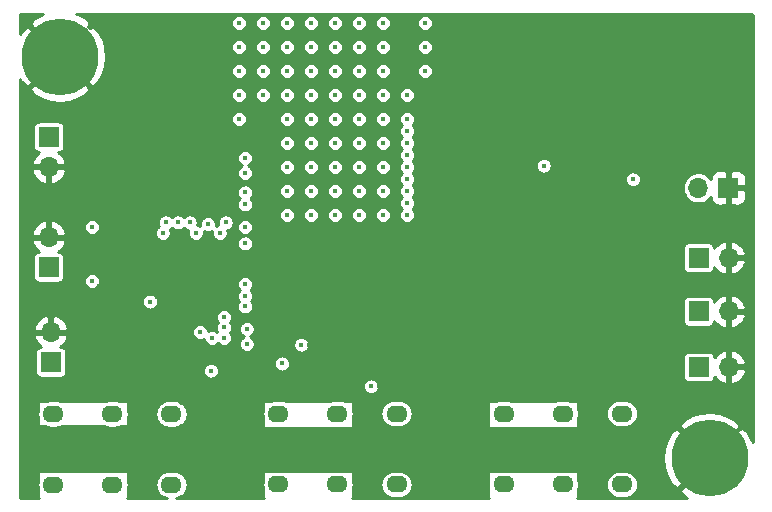
<source format=gbr>
%TF.GenerationSoftware,KiCad,Pcbnew,(5.1.7)-1*%
%TF.CreationDate,2021-07-14T13:30:58-05:00*%
%TF.ProjectId,PwmRgbLaserDriver Rev. B,50776d52-6762-44c6-9173-657244726976,rev?*%
%TF.SameCoordinates,Original*%
%TF.FileFunction,Copper,L3,Inr*%
%TF.FilePolarity,Positive*%
%FSLAX46Y46*%
G04 Gerber Fmt 4.6, Leading zero omitted, Abs format (unit mm)*
G04 Created by KiCad (PCBNEW (5.1.7)-1) date 2021-07-14 13:30:58*
%MOMM*%
%LPD*%
G01*
G04 APERTURE LIST*
%TA.AperFunction,ComponentPad*%
%ADD10O,1.700000X1.700000*%
%TD*%
%TA.AperFunction,ComponentPad*%
%ADD11R,1.700000X1.700000*%
%TD*%
%TA.AperFunction,ComponentPad*%
%ADD12O,1.800000X1.400000*%
%TD*%
%TA.AperFunction,ComponentPad*%
%ADD13C,6.500000*%
%TD*%
%TA.AperFunction,ComponentPad*%
%ADD14C,0.600000*%
%TD*%
%TA.AperFunction,ViaPad*%
%ADD15C,0.450000*%
%TD*%
%TA.AperFunction,Conductor*%
%ADD16C,0.254000*%
%TD*%
%TA.AperFunction,Conductor*%
%ADD17C,0.100000*%
%TD*%
G04 APERTURE END LIST*
D10*
%TO.N,GND*%
%TO.C,J6*%
X210094000Y-46502000D03*
D11*
%TO.N,BIN*%
X210094000Y-49042000D03*
%TD*%
D10*
%TO.N,GND*%
%TO.C,J4*%
X209917000Y-38449000D03*
D11*
%TO.N,GIN*%
X209917000Y-40989000D03*
%TD*%
D10*
%TO.N,GND*%
%TO.C,J1*%
X209931000Y-32512000D03*
D11*
%TO.N,RIN*%
X209931000Y-29972000D03*
%TD*%
D10*
%TO.N,GND*%
%TO.C,J7*%
X267514000Y-49450000D03*
D11*
%TO.N,BLO*%
X264974000Y-49450000D03*
%TD*%
D10*
%TO.N,GND*%
%TO.C,J5*%
X267487000Y-44743000D03*
D11*
%TO.N,GLO*%
X264947000Y-44743000D03*
%TD*%
D10*
%TO.N,GND*%
%TO.C,J3*%
X267487000Y-40198000D03*
D11*
%TO.N,RLO*%
X264947000Y-40198000D03*
%TD*%
%TO.N,GND*%
%TO.C,J2*%
X267462000Y-34290000D03*
D10*
%TO.N,+15V*%
X264922000Y-34290000D03*
%TD*%
D12*
%TO.N,ROA-IN*%
%TO.C,RV1*%
X210324000Y-53425000D03*
X215324000Y-53425000D03*
%TO.N,RQO*%
X220324000Y-53425000D03*
%TO.N,RLO*%
X220324000Y-59425000D03*
%TO.N,ROA+IN*%
X215324000Y-59425000D03*
X210324000Y-59425000D03*
%TD*%
%TO.N,GOA-IN*%
%TO.C,RV2*%
X229377000Y-53399000D03*
X234377000Y-53399000D03*
%TO.N,GQO*%
X239377000Y-53399000D03*
%TO.N,GLO*%
X239377000Y-59399000D03*
%TO.N,GOA+IN*%
X234377000Y-59399000D03*
X229377000Y-59399000D03*
%TD*%
%TO.N,BOA-IN*%
%TO.C,RV3*%
X248456000Y-53398000D03*
X253456000Y-53398000D03*
%TO.N,BQO*%
X258456000Y-53398000D03*
%TO.N,BLO*%
X258456000Y-59398000D03*
%TO.N,BOA+IN*%
X253456000Y-59398000D03*
X248456000Y-59398000D03*
%TD*%
D13*
%TO.N,GND*%
%TO.C,H2*%
X265879000Y-57172000D03*
D14*
X265902000Y-54651000D03*
X265902000Y-59803000D03*
X263264000Y-57195000D03*
X268478000Y-57211000D03*
X268307000Y-56212000D03*
X266964000Y-59475000D03*
X263529000Y-58179000D03*
X264872000Y-54885000D03*
X264045000Y-55369000D03*
X264091000Y-58944000D03*
X267838000Y-58803000D03*
X267854000Y-55416000D03*
X267011000Y-54838000D03*
X268260000Y-58085000D03*
X264950000Y-59537000D03*
X263467000Y-56212000D03*
%TD*%
%TO.N,GND*%
%TO.C,H1*%
X208467000Y-22212000D03*
X209950000Y-25537000D03*
X213260000Y-24085000D03*
X212011000Y-20838000D03*
X212854000Y-21416000D03*
X212838000Y-24803000D03*
X209091000Y-24944000D03*
X209045000Y-21369000D03*
X209872000Y-20885000D03*
X208529000Y-24179000D03*
X211964000Y-25475000D03*
X213307000Y-22212000D03*
X213478000Y-23211000D03*
X208264000Y-23195000D03*
X210902000Y-25803000D03*
X210902000Y-20651000D03*
D13*
X210879000Y-23172000D03*
%TD*%
D15*
%TO.N,GND*%
X220396000Y-35559000D03*
X218769000Y-35504000D03*
X224087000Y-35434000D03*
X214207000Y-37132000D03*
X214148000Y-42561000D03*
X224230000Y-50360000D03*
X219111000Y-43548000D03*
X232005000Y-47547000D03*
X237906000Y-51071000D03*
X230344000Y-48826000D03*
X219650000Y-42904000D03*
X220704000Y-42839000D03*
X221709000Y-42734000D03*
X222293000Y-42053000D03*
X223501000Y-42069000D03*
X224458000Y-42783000D03*
X254508000Y-37592000D03*
X256286000Y-37592000D03*
X255397000Y-37592000D03*
X254508000Y-36703000D03*
X254508000Y-35814000D03*
X255397000Y-36703000D03*
X256286000Y-36703000D03*
X256286000Y-35814000D03*
X255397000Y-35814000D03*
X255397000Y-34925000D03*
X256286000Y-34925000D03*
X256286000Y-34036000D03*
X255397000Y-34036000D03*
X255397000Y-33147000D03*
X256286000Y-33147000D03*
X254508000Y-33147000D03*
X255524000Y-26670000D03*
X256540000Y-27559000D03*
X254508000Y-27559000D03*
X254508000Y-25781000D03*
X255524000Y-24892000D03*
X254508000Y-23876000D03*
X255524000Y-22987000D03*
X254508000Y-22098000D03*
X256540000Y-25781000D03*
X256540000Y-23876000D03*
X257556000Y-22987000D03*
X258572000Y-23876000D03*
X256540000Y-22098000D03*
X258572000Y-22098000D03*
X243840000Y-29972000D03*
X244602000Y-29972000D03*
X245364000Y-29972000D03*
X246126000Y-29972000D03*
X246888000Y-29972000D03*
X243078000Y-29972000D03*
X244983000Y-35687000D03*
X245745000Y-35687000D03*
X246507000Y-35687000D03*
X244221000Y-35687000D03*
X247269000Y-35687000D03*
X243459000Y-35687000D03*
X242697000Y-35687000D03*
X257556000Y-24892000D03*
X258572000Y-25781000D03*
X257556000Y-26670000D03*
X258572000Y-27559000D03*
X259588000Y-24892000D03*
X260604000Y-25781000D03*
X259588000Y-26670000D03*
X260604000Y-23876000D03*
X260604000Y-22098000D03*
X259588000Y-22987000D03*
X261620000Y-24892000D03*
X261620000Y-26670000D03*
X262636000Y-25781000D03*
X264668000Y-25781000D03*
X263652000Y-26670000D03*
X263652000Y-24892000D03*
X266700000Y-25781000D03*
X265684000Y-24892000D03*
X265684000Y-26670000D03*
X268732000Y-25781000D03*
X267716000Y-24892000D03*
X267716000Y-26670000D03*
X262636000Y-22098000D03*
X262636000Y-23876000D03*
X261620000Y-22987000D03*
X264668000Y-23876000D03*
X263652000Y-22987000D03*
X264668000Y-22098000D03*
X266700000Y-23876000D03*
X266700000Y-22098000D03*
X265684000Y-22987000D03*
X268732000Y-22098000D03*
X267716000Y-22987000D03*
X268732000Y-23876000D03*
X268732000Y-27686000D03*
X268732000Y-29464000D03*
X267716000Y-28575000D03*
X266700000Y-27686000D03*
X265684000Y-28575000D03*
X264668000Y-29464000D03*
X264668000Y-27686000D03*
X266700000Y-29464000D03*
X265684000Y-30480000D03*
X268732000Y-31369000D03*
X267716000Y-32258000D03*
X266700000Y-31369000D03*
X265684000Y-32258000D03*
X267716000Y-30480000D03*
X264668000Y-31369000D03*
X265684000Y-21082000D03*
X267716000Y-21082000D03*
X268732000Y-20066000D03*
X266700000Y-20066000D03*
X262636000Y-20066000D03*
X264668000Y-20066000D03*
X261620000Y-21082000D03*
X263652000Y-21082000D03*
X258572000Y-20066000D03*
X259588000Y-21082000D03*
X257556000Y-21082000D03*
X260604000Y-20066000D03*
X255524000Y-21082000D03*
X256540000Y-20066000D03*
X254508000Y-20066000D03*
X252476000Y-20066000D03*
X250444000Y-20066000D03*
X263652000Y-28575000D03*
X263652000Y-30480000D03*
X263652000Y-32258000D03*
X256540000Y-24892000D03*
X256540000Y-22987000D03*
X256540000Y-21082000D03*
X251460000Y-20066000D03*
X253492000Y-20066000D03*
X255524000Y-20066000D03*
X255524000Y-22098000D03*
X255524000Y-23876000D03*
X256540000Y-26670000D03*
X255524000Y-27559000D03*
X255524000Y-25781000D03*
X254508000Y-26670000D03*
X254508000Y-24892000D03*
X254508000Y-22987000D03*
X254508000Y-21082000D03*
X239813000Y-40114000D03*
X240702000Y-39098000D03*
X239813000Y-38082000D03*
X229399000Y-40114000D03*
X230288000Y-39098000D03*
X229399000Y-38082000D03*
X231431000Y-40114000D03*
X232320000Y-39098000D03*
X231431000Y-38082000D03*
X233463000Y-40114000D03*
X234352000Y-39098000D03*
X233463000Y-38082000D03*
X236384000Y-39098000D03*
X235495000Y-40114000D03*
X235495000Y-38082000D03*
X237781000Y-40114000D03*
X238670000Y-39098000D03*
X237781000Y-38082000D03*
X241591000Y-40114000D03*
X242480000Y-39098000D03*
X241591000Y-38082000D03*
X243623000Y-40114000D03*
X244512000Y-39098000D03*
X243332000Y-38082000D03*
X245401000Y-40114000D03*
X247433000Y-40114000D03*
X248322000Y-39352000D03*
X246290000Y-39098000D03*
X249465000Y-40114000D03*
X251497000Y-40114000D03*
X252386000Y-39352000D03*
X250354000Y-39352000D03*
X255561000Y-40114000D03*
X253529000Y-40114000D03*
X254418000Y-39098000D03*
X256450000Y-39098000D03*
X229399000Y-42164000D03*
X230378000Y-41148000D03*
X232410000Y-41148000D03*
X234442000Y-41148000D03*
X231394000Y-42164000D03*
X235458000Y-42164000D03*
X233426000Y-42164000D03*
X236474000Y-41148000D03*
X237490000Y-42164000D03*
X238506000Y-41148000D03*
X240538000Y-41148000D03*
X239522000Y-42164000D03*
X241554000Y-42164000D03*
X242570000Y-41148000D03*
X243586000Y-42164000D03*
X244602000Y-41148000D03*
X246634000Y-41148000D03*
X245618000Y-42164000D03*
X247650000Y-42164000D03*
X248666000Y-41148000D03*
X249682000Y-42164000D03*
X252730000Y-41148000D03*
X250698000Y-41148000D03*
X251714000Y-42164000D03*
X253746000Y-42164000D03*
X254762000Y-41148000D03*
X255778000Y-42164000D03*
X258826000Y-41148000D03*
X256794000Y-41148000D03*
X257810000Y-42164000D03*
X259842000Y-42164000D03*
X260858000Y-41148000D03*
X261874000Y-42164000D03*
X260858000Y-43180000D03*
X258826000Y-43180000D03*
X257810000Y-44196000D03*
X259842000Y-44196000D03*
X256794000Y-43180000D03*
X255778000Y-44196000D03*
X252730000Y-43180000D03*
X254762000Y-43180000D03*
X253746000Y-44196000D03*
X251714000Y-44196000D03*
X250698000Y-43180000D03*
X249682000Y-44196000D03*
X248666000Y-43180000D03*
X246634000Y-43180000D03*
X245618000Y-44196000D03*
X247650000Y-44196000D03*
X244602000Y-43180000D03*
X243586000Y-44196000D03*
X242570000Y-43180000D03*
X240538000Y-43180000D03*
X241554000Y-44196000D03*
X239522000Y-44196000D03*
X238506000Y-43180000D03*
X237490000Y-44196000D03*
X236474000Y-43180000D03*
X234442000Y-43180000D03*
X233426000Y-44196000D03*
X235458000Y-44196000D03*
X232410000Y-43180000D03*
X236474000Y-45212000D03*
X234442000Y-47244000D03*
X234442000Y-45212000D03*
X236474000Y-47244000D03*
X235458000Y-46228000D03*
X233426000Y-46228000D03*
X238506000Y-45212000D03*
X238506000Y-47244000D03*
X240538000Y-45212000D03*
X239522000Y-46228000D03*
X240538000Y-47244000D03*
X242570000Y-47244000D03*
X244602000Y-47244000D03*
X243586000Y-46228000D03*
X244602000Y-45212000D03*
X242570000Y-45212000D03*
X246634000Y-45212000D03*
X246634000Y-47244000D03*
X247650000Y-46228000D03*
X248666000Y-47244000D03*
X248666000Y-45212000D03*
X246634000Y-47244000D03*
X246634000Y-45212000D03*
X248666000Y-47244000D03*
X248666000Y-45212000D03*
X247650000Y-46228000D03*
X250698000Y-45212000D03*
X252730000Y-47244000D03*
X252730000Y-45212000D03*
X250698000Y-47244000D03*
X251714000Y-46228000D03*
X257048000Y-47244000D03*
X257048000Y-45212000D03*
X256032000Y-46228000D03*
X255016000Y-45212000D03*
X255016000Y-47244000D03*
X257810000Y-46228000D03*
X258826000Y-45212000D03*
X249682000Y-46228000D03*
X253746000Y-46228000D03*
X245618000Y-46228000D03*
X241554000Y-46228000D03*
X237490000Y-46228000D03*
X213614000Y-19812000D03*
X215646000Y-19812000D03*
X217678000Y-19812000D03*
X216662000Y-20828000D03*
X214630000Y-20828000D03*
X218694000Y-20828000D03*
X219710000Y-19812000D03*
X221742000Y-19812000D03*
X222758000Y-20828000D03*
X220726000Y-20828000D03*
X221742000Y-21844000D03*
X223774000Y-21844000D03*
X220726000Y-22860000D03*
X222758000Y-22860000D03*
X215646000Y-21844000D03*
X217678000Y-21844000D03*
X219710000Y-21844000D03*
X216662000Y-22860000D03*
X218694000Y-22860000D03*
X223774000Y-19812000D03*
X224790000Y-20828000D03*
X224790000Y-22860000D03*
X223774000Y-24130000D03*
X221742000Y-24130000D03*
X219710000Y-24130000D03*
X217678000Y-24130000D03*
X216662000Y-25146000D03*
X214630000Y-25146000D03*
X218694000Y-25146000D03*
X215646000Y-26162000D03*
X213614000Y-26162000D03*
X217678000Y-26162000D03*
X221742000Y-26162000D03*
X219710000Y-26162000D03*
X220726000Y-25146000D03*
X222758000Y-25146000D03*
X220726000Y-27178000D03*
X224790000Y-27178000D03*
X222758000Y-27178000D03*
X218694000Y-27178000D03*
X216662000Y-27178000D03*
X212598000Y-27178000D03*
X214630000Y-27178000D03*
X210566000Y-27178000D03*
X217170000Y-28702000D03*
X218186000Y-28702000D03*
X219202000Y-28702000D03*
X218186000Y-29718000D03*
X217170000Y-29718000D03*
X219202000Y-29718000D03*
X219202000Y-30734000D03*
X218186000Y-30734000D03*
X217170000Y-30734000D03*
X219202000Y-31750000D03*
X218186000Y-31750000D03*
X217170000Y-31750000D03*
X223774000Y-26162000D03*
X224790000Y-25146000D03*
X221742000Y-28194000D03*
X223774000Y-28194000D03*
X222758000Y-29210000D03*
X215646000Y-24130000D03*
X208534000Y-27178000D03*
X219031000Y-39930000D03*
X218015000Y-38914000D03*
X216999000Y-38914000D03*
X219031000Y-38914000D03*
X218015000Y-39930000D03*
X216999000Y-39930000D03*
X219031000Y-40946000D03*
X218015000Y-40946000D03*
X216999000Y-40946000D03*
X214979000Y-35353000D03*
X215995000Y-34337000D03*
X215995000Y-36369000D03*
X218074000Y-34337000D03*
X218074000Y-36369000D03*
X217058000Y-35353000D03*
X236387000Y-55593000D03*
X238419000Y-55593000D03*
X237403000Y-54577000D03*
X237403000Y-56609000D03*
X236387000Y-57625000D03*
X235371000Y-56609000D03*
X234355000Y-57625000D03*
X238506000Y-57625000D03*
X237490000Y-58674000D03*
X236474000Y-59944000D03*
X237998000Y-59944000D03*
X225385000Y-53119000D03*
X226401000Y-54135000D03*
X227417000Y-53119000D03*
X259842000Y-40132000D03*
X257810000Y-40132000D03*
X257810000Y-38608000D03*
X261874000Y-40132000D03*
X260858000Y-39116000D03*
X262890000Y-39116000D03*
X262890000Y-41148000D03*
X261874000Y-38100000D03*
X263906000Y-38100000D03*
X262890000Y-37084000D03*
X264922000Y-37084000D03*
X263906000Y-36068000D03*
X265684000Y-38100000D03*
X266954000Y-37084000D03*
X268478000Y-36068000D03*
X268351000Y-38100000D03*
X268986000Y-37338000D03*
X245618000Y-51562000D03*
X244602000Y-50546000D03*
X246380000Y-50546000D03*
X249174000Y-51562000D03*
X247396000Y-51562000D03*
X248158000Y-50546000D03*
X246634000Y-52324000D03*
X246888000Y-54102000D03*
X245618000Y-52832000D03*
X243586000Y-59944000D03*
X242570000Y-58928000D03*
X241808000Y-59944000D03*
X244094000Y-57150000D03*
X245110000Y-58166000D03*
X243332000Y-58166000D03*
X244094000Y-58928000D03*
X246126000Y-59182000D03*
X245110000Y-59944000D03*
X246634000Y-60198000D03*
X246634000Y-57912000D03*
X247904000Y-57912000D03*
X248920000Y-57912000D03*
X249936000Y-57912000D03*
X243078000Y-55880000D03*
X241046000Y-53848000D03*
X240538000Y-58166000D03*
X240284000Y-54864000D03*
X240284000Y-56134000D03*
X241300000Y-56896000D03*
X241554000Y-55372000D03*
X242570000Y-54356000D03*
X252222000Y-50546000D03*
X253238000Y-51562000D03*
X254508000Y-50546000D03*
X255778000Y-51562000D03*
X257048000Y-50546000D03*
X262128000Y-45466000D03*
X262890000Y-44704000D03*
X264668000Y-42926000D03*
X266192000Y-42926000D03*
X267716000Y-42926000D03*
X269240000Y-42926000D03*
X268478000Y-41910000D03*
X218303000Y-49443000D03*
X217287000Y-50459000D03*
X217287000Y-49443000D03*
X219319000Y-49443000D03*
X218303000Y-50459000D03*
X219319000Y-50459000D03*
X218298000Y-48569000D03*
X217282000Y-48569000D03*
X217275000Y-47596000D03*
X267081000Y-38100000D03*
X207772000Y-56769000D03*
X207762000Y-54904000D03*
X208778000Y-55793000D03*
X208798000Y-57745000D03*
X209677000Y-56769000D03*
X210566000Y-57745000D03*
X208153000Y-58801000D03*
X208153000Y-60198000D03*
X212735000Y-57618000D03*
X213741000Y-56642000D03*
X212735000Y-55753000D03*
X213741000Y-54864000D03*
X210820000Y-55753000D03*
X211836000Y-56642000D03*
X211836000Y-54864000D03*
X209804000Y-54864000D03*
X214640000Y-55753000D03*
X214640000Y-57618000D03*
X215519000Y-56642000D03*
X215519000Y-54864000D03*
X216418000Y-55753000D03*
X216418000Y-57618000D03*
X217297000Y-56642000D03*
X217297000Y-54864000D03*
X218196000Y-57618000D03*
X218196000Y-55753000D03*
X219202000Y-56642000D03*
X219202000Y-54864000D03*
X219212000Y-58507000D03*
X217307000Y-58507000D03*
X219212000Y-60285000D03*
X217307000Y-60285000D03*
X218196000Y-59396000D03*
X217297000Y-53086000D03*
X218196000Y-53975000D03*
X218186000Y-52197000D03*
X222123000Y-56642000D03*
X223149000Y-57618000D03*
X221244000Y-57618000D03*
X222123000Y-54864000D03*
X223149000Y-55753000D03*
X221244000Y-55753000D03*
X224927000Y-57618000D03*
X225933000Y-56642000D03*
X224028000Y-56642000D03*
X224927000Y-55753000D03*
X224028000Y-54864000D03*
X223901000Y-58507000D03*
X221625000Y-60285000D03*
X223530000Y-60285000D03*
X225435000Y-60285000D03*
X227213000Y-60285000D03*
X226324000Y-59396000D03*
X228586000Y-57749000D03*
X226959000Y-58507000D03*
X232708000Y-57206000D03*
X230598000Y-57759000D03*
X222123000Y-58507000D03*
X223139000Y-53848000D03*
X227457000Y-54991000D03*
X228092000Y-55880000D03*
X229616000Y-55880000D03*
X231013000Y-55880000D03*
X232410000Y-55880000D03*
X233807000Y-55880000D03*
X232918000Y-54991000D03*
X231521000Y-54991000D03*
X230251000Y-54991000D03*
X228854000Y-54991000D03*
X234823000Y-54991000D03*
X235331000Y-50546000D03*
X234442000Y-51562000D03*
X236601000Y-52197000D03*
X209306000Y-51689000D03*
X210185000Y-50800000D03*
X211084000Y-51689000D03*
X211963000Y-49911000D03*
X211074000Y-43180000D03*
X212100000Y-44069000D03*
X210195000Y-44069000D03*
X210312000Y-34026000D03*
X209423000Y-36830000D03*
X209423000Y-35052000D03*
X210312000Y-35931000D03*
X209296000Y-43180000D03*
X264795000Y-53086000D03*
X266192000Y-52451000D03*
X267462000Y-53086000D03*
X269240000Y-53086000D03*
X268478000Y-53975000D03*
X269367000Y-54991000D03*
X269240000Y-50800000D03*
X268097000Y-51816000D03*
X266446000Y-48006000D03*
X265176000Y-47371000D03*
X267843000Y-47371000D03*
X269113000Y-46228000D03*
X269240000Y-48387000D03*
X263525000Y-48133000D03*
X264414000Y-46355000D03*
X260350000Y-54356000D03*
X261620000Y-53213000D03*
X262763000Y-52197000D03*
X261112000Y-51816000D03*
X259969000Y-52705000D03*
X264160000Y-51181000D03*
X262890000Y-50800000D03*
X255778000Y-52959000D03*
X250825000Y-56896000D03*
X251841000Y-57785000D03*
X252984000Y-56896000D03*
X254381000Y-57785000D03*
X255524000Y-56769000D03*
X257175000Y-55753000D03*
X257048000Y-57404000D03*
X256032000Y-58674000D03*
X255397000Y-60325000D03*
X257048000Y-60325000D03*
X260223000Y-60325000D03*
X260223000Y-58801000D03*
X261493000Y-59563000D03*
X262763000Y-60325000D03*
X261874000Y-58166000D03*
X260858000Y-56896000D03*
X262001000Y-55880000D03*
%TO.N,+9V*%
X226060000Y-20320000D03*
X228092000Y-20320000D03*
X230124000Y-20320000D03*
X232156000Y-20320000D03*
X234188000Y-20320000D03*
X236220000Y-20320000D03*
X238252000Y-20320000D03*
X241808000Y-20320000D03*
X226060000Y-22352000D03*
X226060000Y-24384000D03*
X226060000Y-26416000D03*
X226060000Y-28448000D03*
X228092000Y-22352000D03*
X230124000Y-22352000D03*
X232156000Y-22352000D03*
X234188000Y-22352000D03*
X236220000Y-22352000D03*
X238252000Y-22352000D03*
X241808000Y-22352000D03*
X228092000Y-24384000D03*
X230124000Y-24384000D03*
X232156000Y-24384000D03*
X234188000Y-24384000D03*
X236220000Y-24384000D03*
X238252000Y-24384000D03*
X241808000Y-24384000D03*
X228092000Y-26416000D03*
X230124000Y-26416000D03*
X232156000Y-26416000D03*
X234188000Y-26416000D03*
X236220000Y-26416000D03*
X238252000Y-26416000D03*
X240284000Y-26416000D03*
X230124000Y-28448000D03*
X232156000Y-28448000D03*
X234188000Y-28448000D03*
X236220000Y-28448000D03*
X238252000Y-28448000D03*
X240284000Y-28448000D03*
X230124000Y-30480000D03*
X232156000Y-30480000D03*
X234188000Y-30480000D03*
X236220000Y-30480000D03*
X238252000Y-30480000D03*
X240284000Y-30480000D03*
X230124000Y-32512000D03*
X230124000Y-34544000D03*
X230124000Y-36576000D03*
X232156000Y-32512000D03*
X234188000Y-32512000D03*
X236220000Y-32512000D03*
X238252000Y-32512000D03*
X240284000Y-32512000D03*
X232156000Y-34544000D03*
X234188000Y-34544000D03*
X236220000Y-34544000D03*
X238252000Y-34544000D03*
X240284000Y-34544000D03*
X232156000Y-36576000D03*
X234188000Y-36576000D03*
X236220000Y-36576000D03*
X238252000Y-36576000D03*
X240284000Y-36576000D03*
X226568000Y-34671000D03*
X226568000Y-35687000D03*
X226568000Y-42418000D03*
X226568000Y-43434000D03*
X226568000Y-44323000D03*
X223774000Y-46990000D03*
X224790000Y-46990000D03*
X224790000Y-46101000D03*
X222758000Y-46482000D03*
X224790000Y-45212000D03*
X224917000Y-37211000D03*
X223393000Y-37338000D03*
X221869000Y-37211000D03*
X220853000Y-37211000D03*
X219837000Y-37211000D03*
X219583000Y-38100000D03*
X222377000Y-38100000D03*
X224409000Y-38100000D03*
X240284000Y-31496000D03*
X240284000Y-29464000D03*
X240284000Y-33528000D03*
X240284000Y-35560000D03*
X226568000Y-33020000D03*
X226568000Y-31750000D03*
X226568000Y-37592000D03*
X226568000Y-38989000D03*
X226695000Y-46228000D03*
X226695000Y-47498000D03*
%TO.N,BOOT*%
X259381000Y-33560000D03*
X251842000Y-32404000D03*
%TO.N,GOA+IN*%
X213576000Y-42158000D03*
%TO.N,GOA-IN*%
X213614000Y-37592000D03*
%TO.N,BOA+IN*%
X223651000Y-49764000D03*
%TO.N,BOA-IN*%
X218515000Y-43912000D03*
%TO.N,RQO*%
X231317000Y-47566000D03*
%TO.N,GQO*%
X237218000Y-51090000D03*
%TO.N,BQO*%
X229671000Y-49153000D03*
%TD*%
D16*
%TO.N,GND*%
X209488297Y-19532029D02*
X209409392Y-19555386D01*
X208732064Y-19911584D01*
X208688365Y-19940784D01*
X208322177Y-20435572D01*
X208591663Y-20705058D01*
X208590064Y-20734459D01*
X208962800Y-21107195D01*
X208972426Y-21156061D01*
X209042592Y-21326351D01*
X209044237Y-21329425D01*
X209223042Y-21339152D01*
X209238748Y-21354858D01*
X209224605Y-21369000D01*
X209419475Y-21563870D01*
X209427575Y-21712763D01*
X209597603Y-21783562D01*
X209649613Y-21794008D01*
X209679541Y-21823936D01*
X209708942Y-21822337D01*
X210879000Y-22992395D01*
X212021514Y-21849881D01*
X212024592Y-21857351D01*
X212026237Y-21860425D01*
X212219456Y-21870936D01*
X212100286Y-21990106D01*
X212170393Y-22060213D01*
X211058605Y-23172000D01*
X212099893Y-24213288D01*
X212084286Y-24228894D01*
X212203456Y-24348064D01*
X212010237Y-24358575D01*
X211973705Y-24446310D01*
X210879000Y-23351605D01*
X209740716Y-24489889D01*
X209725541Y-24489064D01*
X209270605Y-24944000D01*
X209278605Y-24952000D01*
X209138939Y-25091666D01*
X209122237Y-25092575D01*
X209110969Y-25119636D01*
X209099000Y-25131605D01*
X209091000Y-25123605D01*
X208636064Y-25578541D01*
X208636889Y-25593716D01*
X208322177Y-25908428D01*
X208688365Y-26403216D01*
X209360837Y-26768501D01*
X210091650Y-26995575D01*
X210852721Y-27075710D01*
X211614803Y-27005828D01*
X212348608Y-26788614D01*
X213025936Y-26432416D01*
X213069635Y-26403216D01*
X213109886Y-26348829D01*
X225378000Y-26348829D01*
X225378000Y-26483171D01*
X225404209Y-26614932D01*
X225455619Y-26739048D01*
X225530256Y-26850750D01*
X225625250Y-26945744D01*
X225736952Y-27020381D01*
X225861068Y-27071791D01*
X225992829Y-27098000D01*
X226127171Y-27098000D01*
X226258932Y-27071791D01*
X226383048Y-27020381D01*
X226494750Y-26945744D01*
X226589744Y-26850750D01*
X226664381Y-26739048D01*
X226715791Y-26614932D01*
X226742000Y-26483171D01*
X226742000Y-26348829D01*
X227410000Y-26348829D01*
X227410000Y-26483171D01*
X227436209Y-26614932D01*
X227487619Y-26739048D01*
X227562256Y-26850750D01*
X227657250Y-26945744D01*
X227768952Y-27020381D01*
X227893068Y-27071791D01*
X228024829Y-27098000D01*
X228159171Y-27098000D01*
X228290932Y-27071791D01*
X228415048Y-27020381D01*
X228526750Y-26945744D01*
X228621744Y-26850750D01*
X228696381Y-26739048D01*
X228747791Y-26614932D01*
X228774000Y-26483171D01*
X228774000Y-26348829D01*
X229442000Y-26348829D01*
X229442000Y-26483171D01*
X229468209Y-26614932D01*
X229519619Y-26739048D01*
X229594256Y-26850750D01*
X229689250Y-26945744D01*
X229800952Y-27020381D01*
X229925068Y-27071791D01*
X230056829Y-27098000D01*
X230191171Y-27098000D01*
X230322932Y-27071791D01*
X230447048Y-27020381D01*
X230558750Y-26945744D01*
X230653744Y-26850750D01*
X230728381Y-26739048D01*
X230779791Y-26614932D01*
X230806000Y-26483171D01*
X230806000Y-26348829D01*
X231474000Y-26348829D01*
X231474000Y-26483171D01*
X231500209Y-26614932D01*
X231551619Y-26739048D01*
X231626256Y-26850750D01*
X231721250Y-26945744D01*
X231832952Y-27020381D01*
X231957068Y-27071791D01*
X232088829Y-27098000D01*
X232223171Y-27098000D01*
X232354932Y-27071791D01*
X232479048Y-27020381D01*
X232590750Y-26945744D01*
X232685744Y-26850750D01*
X232760381Y-26739048D01*
X232811791Y-26614932D01*
X232838000Y-26483171D01*
X232838000Y-26348829D01*
X233506000Y-26348829D01*
X233506000Y-26483171D01*
X233532209Y-26614932D01*
X233583619Y-26739048D01*
X233658256Y-26850750D01*
X233753250Y-26945744D01*
X233864952Y-27020381D01*
X233989068Y-27071791D01*
X234120829Y-27098000D01*
X234255171Y-27098000D01*
X234386932Y-27071791D01*
X234511048Y-27020381D01*
X234622750Y-26945744D01*
X234717744Y-26850750D01*
X234792381Y-26739048D01*
X234843791Y-26614932D01*
X234870000Y-26483171D01*
X234870000Y-26348829D01*
X235538000Y-26348829D01*
X235538000Y-26483171D01*
X235564209Y-26614932D01*
X235615619Y-26739048D01*
X235690256Y-26850750D01*
X235785250Y-26945744D01*
X235896952Y-27020381D01*
X236021068Y-27071791D01*
X236152829Y-27098000D01*
X236287171Y-27098000D01*
X236418932Y-27071791D01*
X236543048Y-27020381D01*
X236654750Y-26945744D01*
X236749744Y-26850750D01*
X236824381Y-26739048D01*
X236875791Y-26614932D01*
X236902000Y-26483171D01*
X236902000Y-26348829D01*
X237570000Y-26348829D01*
X237570000Y-26483171D01*
X237596209Y-26614932D01*
X237647619Y-26739048D01*
X237722256Y-26850750D01*
X237817250Y-26945744D01*
X237928952Y-27020381D01*
X238053068Y-27071791D01*
X238184829Y-27098000D01*
X238319171Y-27098000D01*
X238450932Y-27071791D01*
X238575048Y-27020381D01*
X238686750Y-26945744D01*
X238781744Y-26850750D01*
X238856381Y-26739048D01*
X238907791Y-26614932D01*
X238934000Y-26483171D01*
X238934000Y-26348829D01*
X239602000Y-26348829D01*
X239602000Y-26483171D01*
X239628209Y-26614932D01*
X239679619Y-26739048D01*
X239754256Y-26850750D01*
X239849250Y-26945744D01*
X239960952Y-27020381D01*
X240085068Y-27071791D01*
X240216829Y-27098000D01*
X240351171Y-27098000D01*
X240482932Y-27071791D01*
X240607048Y-27020381D01*
X240718750Y-26945744D01*
X240813744Y-26850750D01*
X240888381Y-26739048D01*
X240939791Y-26614932D01*
X240966000Y-26483171D01*
X240966000Y-26348829D01*
X240939791Y-26217068D01*
X240888381Y-26092952D01*
X240813744Y-25981250D01*
X240718750Y-25886256D01*
X240607048Y-25811619D01*
X240482932Y-25760209D01*
X240351171Y-25734000D01*
X240216829Y-25734000D01*
X240085068Y-25760209D01*
X239960952Y-25811619D01*
X239849250Y-25886256D01*
X239754256Y-25981250D01*
X239679619Y-26092952D01*
X239628209Y-26217068D01*
X239602000Y-26348829D01*
X238934000Y-26348829D01*
X238907791Y-26217068D01*
X238856381Y-26092952D01*
X238781744Y-25981250D01*
X238686750Y-25886256D01*
X238575048Y-25811619D01*
X238450932Y-25760209D01*
X238319171Y-25734000D01*
X238184829Y-25734000D01*
X238053068Y-25760209D01*
X237928952Y-25811619D01*
X237817250Y-25886256D01*
X237722256Y-25981250D01*
X237647619Y-26092952D01*
X237596209Y-26217068D01*
X237570000Y-26348829D01*
X236902000Y-26348829D01*
X236875791Y-26217068D01*
X236824381Y-26092952D01*
X236749744Y-25981250D01*
X236654750Y-25886256D01*
X236543048Y-25811619D01*
X236418932Y-25760209D01*
X236287171Y-25734000D01*
X236152829Y-25734000D01*
X236021068Y-25760209D01*
X235896952Y-25811619D01*
X235785250Y-25886256D01*
X235690256Y-25981250D01*
X235615619Y-26092952D01*
X235564209Y-26217068D01*
X235538000Y-26348829D01*
X234870000Y-26348829D01*
X234843791Y-26217068D01*
X234792381Y-26092952D01*
X234717744Y-25981250D01*
X234622750Y-25886256D01*
X234511048Y-25811619D01*
X234386932Y-25760209D01*
X234255171Y-25734000D01*
X234120829Y-25734000D01*
X233989068Y-25760209D01*
X233864952Y-25811619D01*
X233753250Y-25886256D01*
X233658256Y-25981250D01*
X233583619Y-26092952D01*
X233532209Y-26217068D01*
X233506000Y-26348829D01*
X232838000Y-26348829D01*
X232811791Y-26217068D01*
X232760381Y-26092952D01*
X232685744Y-25981250D01*
X232590750Y-25886256D01*
X232479048Y-25811619D01*
X232354932Y-25760209D01*
X232223171Y-25734000D01*
X232088829Y-25734000D01*
X231957068Y-25760209D01*
X231832952Y-25811619D01*
X231721250Y-25886256D01*
X231626256Y-25981250D01*
X231551619Y-26092952D01*
X231500209Y-26217068D01*
X231474000Y-26348829D01*
X230806000Y-26348829D01*
X230779791Y-26217068D01*
X230728381Y-26092952D01*
X230653744Y-25981250D01*
X230558750Y-25886256D01*
X230447048Y-25811619D01*
X230322932Y-25760209D01*
X230191171Y-25734000D01*
X230056829Y-25734000D01*
X229925068Y-25760209D01*
X229800952Y-25811619D01*
X229689250Y-25886256D01*
X229594256Y-25981250D01*
X229519619Y-26092952D01*
X229468209Y-26217068D01*
X229442000Y-26348829D01*
X228774000Y-26348829D01*
X228747791Y-26217068D01*
X228696381Y-26092952D01*
X228621744Y-25981250D01*
X228526750Y-25886256D01*
X228415048Y-25811619D01*
X228290932Y-25760209D01*
X228159171Y-25734000D01*
X228024829Y-25734000D01*
X227893068Y-25760209D01*
X227768952Y-25811619D01*
X227657250Y-25886256D01*
X227562256Y-25981250D01*
X227487619Y-26092952D01*
X227436209Y-26217068D01*
X227410000Y-26348829D01*
X226742000Y-26348829D01*
X226715791Y-26217068D01*
X226664381Y-26092952D01*
X226589744Y-25981250D01*
X226494750Y-25886256D01*
X226383048Y-25811619D01*
X226258932Y-25760209D01*
X226127171Y-25734000D01*
X225992829Y-25734000D01*
X225861068Y-25760209D01*
X225736952Y-25811619D01*
X225625250Y-25886256D01*
X225530256Y-25981250D01*
X225455619Y-26092952D01*
X225404209Y-26217068D01*
X225378000Y-26348829D01*
X213109886Y-26348829D01*
X213435823Y-25908428D01*
X213194688Y-25667293D01*
X213279351Y-25632408D01*
X213282425Y-25630763D01*
X213292936Y-25437544D01*
X213412106Y-25556714D01*
X213427713Y-25541108D01*
X213615428Y-25728823D01*
X214110216Y-25362635D01*
X214475501Y-24690163D01*
X214591501Y-24316829D01*
X225378000Y-24316829D01*
X225378000Y-24451171D01*
X225404209Y-24582932D01*
X225455619Y-24707048D01*
X225530256Y-24818750D01*
X225625250Y-24913744D01*
X225736952Y-24988381D01*
X225861068Y-25039791D01*
X225992829Y-25066000D01*
X226127171Y-25066000D01*
X226258932Y-25039791D01*
X226383048Y-24988381D01*
X226494750Y-24913744D01*
X226589744Y-24818750D01*
X226664381Y-24707048D01*
X226715791Y-24582932D01*
X226742000Y-24451171D01*
X226742000Y-24316829D01*
X227410000Y-24316829D01*
X227410000Y-24451171D01*
X227436209Y-24582932D01*
X227487619Y-24707048D01*
X227562256Y-24818750D01*
X227657250Y-24913744D01*
X227768952Y-24988381D01*
X227893068Y-25039791D01*
X228024829Y-25066000D01*
X228159171Y-25066000D01*
X228290932Y-25039791D01*
X228415048Y-24988381D01*
X228526750Y-24913744D01*
X228621744Y-24818750D01*
X228696381Y-24707048D01*
X228747791Y-24582932D01*
X228774000Y-24451171D01*
X228774000Y-24316829D01*
X229442000Y-24316829D01*
X229442000Y-24451171D01*
X229468209Y-24582932D01*
X229519619Y-24707048D01*
X229594256Y-24818750D01*
X229689250Y-24913744D01*
X229800952Y-24988381D01*
X229925068Y-25039791D01*
X230056829Y-25066000D01*
X230191171Y-25066000D01*
X230322932Y-25039791D01*
X230447048Y-24988381D01*
X230558750Y-24913744D01*
X230653744Y-24818750D01*
X230728381Y-24707048D01*
X230779791Y-24582932D01*
X230806000Y-24451171D01*
X230806000Y-24316829D01*
X231474000Y-24316829D01*
X231474000Y-24451171D01*
X231500209Y-24582932D01*
X231551619Y-24707048D01*
X231626256Y-24818750D01*
X231721250Y-24913744D01*
X231832952Y-24988381D01*
X231957068Y-25039791D01*
X232088829Y-25066000D01*
X232223171Y-25066000D01*
X232354932Y-25039791D01*
X232479048Y-24988381D01*
X232590750Y-24913744D01*
X232685744Y-24818750D01*
X232760381Y-24707048D01*
X232811791Y-24582932D01*
X232838000Y-24451171D01*
X232838000Y-24316829D01*
X233506000Y-24316829D01*
X233506000Y-24451171D01*
X233532209Y-24582932D01*
X233583619Y-24707048D01*
X233658256Y-24818750D01*
X233753250Y-24913744D01*
X233864952Y-24988381D01*
X233989068Y-25039791D01*
X234120829Y-25066000D01*
X234255171Y-25066000D01*
X234386932Y-25039791D01*
X234511048Y-24988381D01*
X234622750Y-24913744D01*
X234717744Y-24818750D01*
X234792381Y-24707048D01*
X234843791Y-24582932D01*
X234870000Y-24451171D01*
X234870000Y-24316829D01*
X235538000Y-24316829D01*
X235538000Y-24451171D01*
X235564209Y-24582932D01*
X235615619Y-24707048D01*
X235690256Y-24818750D01*
X235785250Y-24913744D01*
X235896952Y-24988381D01*
X236021068Y-25039791D01*
X236152829Y-25066000D01*
X236287171Y-25066000D01*
X236418932Y-25039791D01*
X236543048Y-24988381D01*
X236654750Y-24913744D01*
X236749744Y-24818750D01*
X236824381Y-24707048D01*
X236875791Y-24582932D01*
X236902000Y-24451171D01*
X236902000Y-24316829D01*
X237570000Y-24316829D01*
X237570000Y-24451171D01*
X237596209Y-24582932D01*
X237647619Y-24707048D01*
X237722256Y-24818750D01*
X237817250Y-24913744D01*
X237928952Y-24988381D01*
X238053068Y-25039791D01*
X238184829Y-25066000D01*
X238319171Y-25066000D01*
X238450932Y-25039791D01*
X238575048Y-24988381D01*
X238686750Y-24913744D01*
X238781744Y-24818750D01*
X238856381Y-24707048D01*
X238907791Y-24582932D01*
X238934000Y-24451171D01*
X238934000Y-24316829D01*
X241126000Y-24316829D01*
X241126000Y-24451171D01*
X241152209Y-24582932D01*
X241203619Y-24707048D01*
X241278256Y-24818750D01*
X241373250Y-24913744D01*
X241484952Y-24988381D01*
X241609068Y-25039791D01*
X241740829Y-25066000D01*
X241875171Y-25066000D01*
X242006932Y-25039791D01*
X242131048Y-24988381D01*
X242242750Y-24913744D01*
X242337744Y-24818750D01*
X242412381Y-24707048D01*
X242463791Y-24582932D01*
X242490000Y-24451171D01*
X242490000Y-24316829D01*
X242463791Y-24185068D01*
X242412381Y-24060952D01*
X242337744Y-23949250D01*
X242242750Y-23854256D01*
X242131048Y-23779619D01*
X242006932Y-23728209D01*
X241875171Y-23702000D01*
X241740829Y-23702000D01*
X241609068Y-23728209D01*
X241484952Y-23779619D01*
X241373250Y-23854256D01*
X241278256Y-23949250D01*
X241203619Y-24060952D01*
X241152209Y-24185068D01*
X241126000Y-24316829D01*
X238934000Y-24316829D01*
X238907791Y-24185068D01*
X238856381Y-24060952D01*
X238781744Y-23949250D01*
X238686750Y-23854256D01*
X238575048Y-23779619D01*
X238450932Y-23728209D01*
X238319171Y-23702000D01*
X238184829Y-23702000D01*
X238053068Y-23728209D01*
X237928952Y-23779619D01*
X237817250Y-23854256D01*
X237722256Y-23949250D01*
X237647619Y-24060952D01*
X237596209Y-24185068D01*
X237570000Y-24316829D01*
X236902000Y-24316829D01*
X236875791Y-24185068D01*
X236824381Y-24060952D01*
X236749744Y-23949250D01*
X236654750Y-23854256D01*
X236543048Y-23779619D01*
X236418932Y-23728209D01*
X236287171Y-23702000D01*
X236152829Y-23702000D01*
X236021068Y-23728209D01*
X235896952Y-23779619D01*
X235785250Y-23854256D01*
X235690256Y-23949250D01*
X235615619Y-24060952D01*
X235564209Y-24185068D01*
X235538000Y-24316829D01*
X234870000Y-24316829D01*
X234843791Y-24185068D01*
X234792381Y-24060952D01*
X234717744Y-23949250D01*
X234622750Y-23854256D01*
X234511048Y-23779619D01*
X234386932Y-23728209D01*
X234255171Y-23702000D01*
X234120829Y-23702000D01*
X233989068Y-23728209D01*
X233864952Y-23779619D01*
X233753250Y-23854256D01*
X233658256Y-23949250D01*
X233583619Y-24060952D01*
X233532209Y-24185068D01*
X233506000Y-24316829D01*
X232838000Y-24316829D01*
X232811791Y-24185068D01*
X232760381Y-24060952D01*
X232685744Y-23949250D01*
X232590750Y-23854256D01*
X232479048Y-23779619D01*
X232354932Y-23728209D01*
X232223171Y-23702000D01*
X232088829Y-23702000D01*
X231957068Y-23728209D01*
X231832952Y-23779619D01*
X231721250Y-23854256D01*
X231626256Y-23949250D01*
X231551619Y-24060952D01*
X231500209Y-24185068D01*
X231474000Y-24316829D01*
X230806000Y-24316829D01*
X230779791Y-24185068D01*
X230728381Y-24060952D01*
X230653744Y-23949250D01*
X230558750Y-23854256D01*
X230447048Y-23779619D01*
X230322932Y-23728209D01*
X230191171Y-23702000D01*
X230056829Y-23702000D01*
X229925068Y-23728209D01*
X229800952Y-23779619D01*
X229689250Y-23854256D01*
X229594256Y-23949250D01*
X229519619Y-24060952D01*
X229468209Y-24185068D01*
X229442000Y-24316829D01*
X228774000Y-24316829D01*
X228747791Y-24185068D01*
X228696381Y-24060952D01*
X228621744Y-23949250D01*
X228526750Y-23854256D01*
X228415048Y-23779619D01*
X228290932Y-23728209D01*
X228159171Y-23702000D01*
X228024829Y-23702000D01*
X227893068Y-23728209D01*
X227768952Y-23779619D01*
X227657250Y-23854256D01*
X227562256Y-23949250D01*
X227487619Y-24060952D01*
X227436209Y-24185068D01*
X227410000Y-24316829D01*
X226742000Y-24316829D01*
X226715791Y-24185068D01*
X226664381Y-24060952D01*
X226589744Y-23949250D01*
X226494750Y-23854256D01*
X226383048Y-23779619D01*
X226258932Y-23728209D01*
X226127171Y-23702000D01*
X225992829Y-23702000D01*
X225861068Y-23728209D01*
X225736952Y-23779619D01*
X225625250Y-23854256D01*
X225530256Y-23949250D01*
X225455619Y-24060952D01*
X225404209Y-24185068D01*
X225378000Y-24316829D01*
X214591501Y-24316829D01*
X214702575Y-23959350D01*
X214782710Y-23198279D01*
X214712828Y-22436197D01*
X214668022Y-22284829D01*
X225378000Y-22284829D01*
X225378000Y-22419171D01*
X225404209Y-22550932D01*
X225455619Y-22675048D01*
X225530256Y-22786750D01*
X225625250Y-22881744D01*
X225736952Y-22956381D01*
X225861068Y-23007791D01*
X225992829Y-23034000D01*
X226127171Y-23034000D01*
X226258932Y-23007791D01*
X226383048Y-22956381D01*
X226494750Y-22881744D01*
X226589744Y-22786750D01*
X226664381Y-22675048D01*
X226715791Y-22550932D01*
X226742000Y-22419171D01*
X226742000Y-22284829D01*
X227410000Y-22284829D01*
X227410000Y-22419171D01*
X227436209Y-22550932D01*
X227487619Y-22675048D01*
X227562256Y-22786750D01*
X227657250Y-22881744D01*
X227768952Y-22956381D01*
X227893068Y-23007791D01*
X228024829Y-23034000D01*
X228159171Y-23034000D01*
X228290932Y-23007791D01*
X228415048Y-22956381D01*
X228526750Y-22881744D01*
X228621744Y-22786750D01*
X228696381Y-22675048D01*
X228747791Y-22550932D01*
X228774000Y-22419171D01*
X228774000Y-22284829D01*
X229442000Y-22284829D01*
X229442000Y-22419171D01*
X229468209Y-22550932D01*
X229519619Y-22675048D01*
X229594256Y-22786750D01*
X229689250Y-22881744D01*
X229800952Y-22956381D01*
X229925068Y-23007791D01*
X230056829Y-23034000D01*
X230191171Y-23034000D01*
X230322932Y-23007791D01*
X230447048Y-22956381D01*
X230558750Y-22881744D01*
X230653744Y-22786750D01*
X230728381Y-22675048D01*
X230779791Y-22550932D01*
X230806000Y-22419171D01*
X230806000Y-22284829D01*
X231474000Y-22284829D01*
X231474000Y-22419171D01*
X231500209Y-22550932D01*
X231551619Y-22675048D01*
X231626256Y-22786750D01*
X231721250Y-22881744D01*
X231832952Y-22956381D01*
X231957068Y-23007791D01*
X232088829Y-23034000D01*
X232223171Y-23034000D01*
X232354932Y-23007791D01*
X232479048Y-22956381D01*
X232590750Y-22881744D01*
X232685744Y-22786750D01*
X232760381Y-22675048D01*
X232811791Y-22550932D01*
X232838000Y-22419171D01*
X232838000Y-22284829D01*
X233506000Y-22284829D01*
X233506000Y-22419171D01*
X233532209Y-22550932D01*
X233583619Y-22675048D01*
X233658256Y-22786750D01*
X233753250Y-22881744D01*
X233864952Y-22956381D01*
X233989068Y-23007791D01*
X234120829Y-23034000D01*
X234255171Y-23034000D01*
X234386932Y-23007791D01*
X234511048Y-22956381D01*
X234622750Y-22881744D01*
X234717744Y-22786750D01*
X234792381Y-22675048D01*
X234843791Y-22550932D01*
X234870000Y-22419171D01*
X234870000Y-22284829D01*
X235538000Y-22284829D01*
X235538000Y-22419171D01*
X235564209Y-22550932D01*
X235615619Y-22675048D01*
X235690256Y-22786750D01*
X235785250Y-22881744D01*
X235896952Y-22956381D01*
X236021068Y-23007791D01*
X236152829Y-23034000D01*
X236287171Y-23034000D01*
X236418932Y-23007791D01*
X236543048Y-22956381D01*
X236654750Y-22881744D01*
X236749744Y-22786750D01*
X236824381Y-22675048D01*
X236875791Y-22550932D01*
X236902000Y-22419171D01*
X236902000Y-22284829D01*
X237570000Y-22284829D01*
X237570000Y-22419171D01*
X237596209Y-22550932D01*
X237647619Y-22675048D01*
X237722256Y-22786750D01*
X237817250Y-22881744D01*
X237928952Y-22956381D01*
X238053068Y-23007791D01*
X238184829Y-23034000D01*
X238319171Y-23034000D01*
X238450932Y-23007791D01*
X238575048Y-22956381D01*
X238686750Y-22881744D01*
X238781744Y-22786750D01*
X238856381Y-22675048D01*
X238907791Y-22550932D01*
X238934000Y-22419171D01*
X238934000Y-22284829D01*
X241126000Y-22284829D01*
X241126000Y-22419171D01*
X241152209Y-22550932D01*
X241203619Y-22675048D01*
X241278256Y-22786750D01*
X241373250Y-22881744D01*
X241484952Y-22956381D01*
X241609068Y-23007791D01*
X241740829Y-23034000D01*
X241875171Y-23034000D01*
X242006932Y-23007791D01*
X242131048Y-22956381D01*
X242242750Y-22881744D01*
X242337744Y-22786750D01*
X242412381Y-22675048D01*
X242463791Y-22550932D01*
X242490000Y-22419171D01*
X242490000Y-22284829D01*
X242463791Y-22153068D01*
X242412381Y-22028952D01*
X242337744Y-21917250D01*
X242242750Y-21822256D01*
X242131048Y-21747619D01*
X242006932Y-21696209D01*
X241875171Y-21670000D01*
X241740829Y-21670000D01*
X241609068Y-21696209D01*
X241484952Y-21747619D01*
X241373250Y-21822256D01*
X241278256Y-21917250D01*
X241203619Y-22028952D01*
X241152209Y-22153068D01*
X241126000Y-22284829D01*
X238934000Y-22284829D01*
X238907791Y-22153068D01*
X238856381Y-22028952D01*
X238781744Y-21917250D01*
X238686750Y-21822256D01*
X238575048Y-21747619D01*
X238450932Y-21696209D01*
X238319171Y-21670000D01*
X238184829Y-21670000D01*
X238053068Y-21696209D01*
X237928952Y-21747619D01*
X237817250Y-21822256D01*
X237722256Y-21917250D01*
X237647619Y-22028952D01*
X237596209Y-22153068D01*
X237570000Y-22284829D01*
X236902000Y-22284829D01*
X236875791Y-22153068D01*
X236824381Y-22028952D01*
X236749744Y-21917250D01*
X236654750Y-21822256D01*
X236543048Y-21747619D01*
X236418932Y-21696209D01*
X236287171Y-21670000D01*
X236152829Y-21670000D01*
X236021068Y-21696209D01*
X235896952Y-21747619D01*
X235785250Y-21822256D01*
X235690256Y-21917250D01*
X235615619Y-22028952D01*
X235564209Y-22153068D01*
X235538000Y-22284829D01*
X234870000Y-22284829D01*
X234843791Y-22153068D01*
X234792381Y-22028952D01*
X234717744Y-21917250D01*
X234622750Y-21822256D01*
X234511048Y-21747619D01*
X234386932Y-21696209D01*
X234255171Y-21670000D01*
X234120829Y-21670000D01*
X233989068Y-21696209D01*
X233864952Y-21747619D01*
X233753250Y-21822256D01*
X233658256Y-21917250D01*
X233583619Y-22028952D01*
X233532209Y-22153068D01*
X233506000Y-22284829D01*
X232838000Y-22284829D01*
X232811791Y-22153068D01*
X232760381Y-22028952D01*
X232685744Y-21917250D01*
X232590750Y-21822256D01*
X232479048Y-21747619D01*
X232354932Y-21696209D01*
X232223171Y-21670000D01*
X232088829Y-21670000D01*
X231957068Y-21696209D01*
X231832952Y-21747619D01*
X231721250Y-21822256D01*
X231626256Y-21917250D01*
X231551619Y-22028952D01*
X231500209Y-22153068D01*
X231474000Y-22284829D01*
X230806000Y-22284829D01*
X230779791Y-22153068D01*
X230728381Y-22028952D01*
X230653744Y-21917250D01*
X230558750Y-21822256D01*
X230447048Y-21747619D01*
X230322932Y-21696209D01*
X230191171Y-21670000D01*
X230056829Y-21670000D01*
X229925068Y-21696209D01*
X229800952Y-21747619D01*
X229689250Y-21822256D01*
X229594256Y-21917250D01*
X229519619Y-22028952D01*
X229468209Y-22153068D01*
X229442000Y-22284829D01*
X228774000Y-22284829D01*
X228747791Y-22153068D01*
X228696381Y-22028952D01*
X228621744Y-21917250D01*
X228526750Y-21822256D01*
X228415048Y-21747619D01*
X228290932Y-21696209D01*
X228159171Y-21670000D01*
X228024829Y-21670000D01*
X227893068Y-21696209D01*
X227768952Y-21747619D01*
X227657250Y-21822256D01*
X227562256Y-21917250D01*
X227487619Y-22028952D01*
X227436209Y-22153068D01*
X227410000Y-22284829D01*
X226742000Y-22284829D01*
X226715791Y-22153068D01*
X226664381Y-22028952D01*
X226589744Y-21917250D01*
X226494750Y-21822256D01*
X226383048Y-21747619D01*
X226258932Y-21696209D01*
X226127171Y-21670000D01*
X225992829Y-21670000D01*
X225861068Y-21696209D01*
X225736952Y-21747619D01*
X225625250Y-21822256D01*
X225530256Y-21917250D01*
X225455619Y-22028952D01*
X225404209Y-22153068D01*
X225378000Y-22284829D01*
X214668022Y-22284829D01*
X214495614Y-21702392D01*
X214139416Y-21025064D01*
X214110216Y-20981365D01*
X213615428Y-20615177D01*
X213498213Y-20732393D01*
X213428106Y-20662286D01*
X213308936Y-20781456D01*
X213298425Y-20588237D01*
X213287646Y-20583749D01*
X213435823Y-20435572D01*
X213300577Y-20252829D01*
X225378000Y-20252829D01*
X225378000Y-20387171D01*
X225404209Y-20518932D01*
X225455619Y-20643048D01*
X225530256Y-20754750D01*
X225625250Y-20849744D01*
X225736952Y-20924381D01*
X225861068Y-20975791D01*
X225992829Y-21002000D01*
X226127171Y-21002000D01*
X226258932Y-20975791D01*
X226383048Y-20924381D01*
X226494750Y-20849744D01*
X226589744Y-20754750D01*
X226664381Y-20643048D01*
X226715791Y-20518932D01*
X226742000Y-20387171D01*
X226742000Y-20252829D01*
X227410000Y-20252829D01*
X227410000Y-20387171D01*
X227436209Y-20518932D01*
X227487619Y-20643048D01*
X227562256Y-20754750D01*
X227657250Y-20849744D01*
X227768952Y-20924381D01*
X227893068Y-20975791D01*
X228024829Y-21002000D01*
X228159171Y-21002000D01*
X228290932Y-20975791D01*
X228415048Y-20924381D01*
X228526750Y-20849744D01*
X228621744Y-20754750D01*
X228696381Y-20643048D01*
X228747791Y-20518932D01*
X228774000Y-20387171D01*
X228774000Y-20252829D01*
X229442000Y-20252829D01*
X229442000Y-20387171D01*
X229468209Y-20518932D01*
X229519619Y-20643048D01*
X229594256Y-20754750D01*
X229689250Y-20849744D01*
X229800952Y-20924381D01*
X229925068Y-20975791D01*
X230056829Y-21002000D01*
X230191171Y-21002000D01*
X230322932Y-20975791D01*
X230447048Y-20924381D01*
X230558750Y-20849744D01*
X230653744Y-20754750D01*
X230728381Y-20643048D01*
X230779791Y-20518932D01*
X230806000Y-20387171D01*
X230806000Y-20252829D01*
X231474000Y-20252829D01*
X231474000Y-20387171D01*
X231500209Y-20518932D01*
X231551619Y-20643048D01*
X231626256Y-20754750D01*
X231721250Y-20849744D01*
X231832952Y-20924381D01*
X231957068Y-20975791D01*
X232088829Y-21002000D01*
X232223171Y-21002000D01*
X232354932Y-20975791D01*
X232479048Y-20924381D01*
X232590750Y-20849744D01*
X232685744Y-20754750D01*
X232760381Y-20643048D01*
X232811791Y-20518932D01*
X232838000Y-20387171D01*
X232838000Y-20252829D01*
X233506000Y-20252829D01*
X233506000Y-20387171D01*
X233532209Y-20518932D01*
X233583619Y-20643048D01*
X233658256Y-20754750D01*
X233753250Y-20849744D01*
X233864952Y-20924381D01*
X233989068Y-20975791D01*
X234120829Y-21002000D01*
X234255171Y-21002000D01*
X234386932Y-20975791D01*
X234511048Y-20924381D01*
X234622750Y-20849744D01*
X234717744Y-20754750D01*
X234792381Y-20643048D01*
X234843791Y-20518932D01*
X234870000Y-20387171D01*
X234870000Y-20252829D01*
X235538000Y-20252829D01*
X235538000Y-20387171D01*
X235564209Y-20518932D01*
X235615619Y-20643048D01*
X235690256Y-20754750D01*
X235785250Y-20849744D01*
X235896952Y-20924381D01*
X236021068Y-20975791D01*
X236152829Y-21002000D01*
X236287171Y-21002000D01*
X236418932Y-20975791D01*
X236543048Y-20924381D01*
X236654750Y-20849744D01*
X236749744Y-20754750D01*
X236824381Y-20643048D01*
X236875791Y-20518932D01*
X236902000Y-20387171D01*
X236902000Y-20252829D01*
X237570000Y-20252829D01*
X237570000Y-20387171D01*
X237596209Y-20518932D01*
X237647619Y-20643048D01*
X237722256Y-20754750D01*
X237817250Y-20849744D01*
X237928952Y-20924381D01*
X238053068Y-20975791D01*
X238184829Y-21002000D01*
X238319171Y-21002000D01*
X238450932Y-20975791D01*
X238575048Y-20924381D01*
X238686750Y-20849744D01*
X238781744Y-20754750D01*
X238856381Y-20643048D01*
X238907791Y-20518932D01*
X238934000Y-20387171D01*
X238934000Y-20252829D01*
X241126000Y-20252829D01*
X241126000Y-20387171D01*
X241152209Y-20518932D01*
X241203619Y-20643048D01*
X241278256Y-20754750D01*
X241373250Y-20849744D01*
X241484952Y-20924381D01*
X241609068Y-20975791D01*
X241740829Y-21002000D01*
X241875171Y-21002000D01*
X242006932Y-20975791D01*
X242131048Y-20924381D01*
X242242750Y-20849744D01*
X242337744Y-20754750D01*
X242412381Y-20643048D01*
X242463791Y-20518932D01*
X242490000Y-20387171D01*
X242490000Y-20252829D01*
X242463791Y-20121068D01*
X242412381Y-19996952D01*
X242337744Y-19885250D01*
X242242750Y-19790256D01*
X242131048Y-19715619D01*
X242006932Y-19664209D01*
X241875171Y-19638000D01*
X241740829Y-19638000D01*
X241609068Y-19664209D01*
X241484952Y-19715619D01*
X241373250Y-19790256D01*
X241278256Y-19885250D01*
X241203619Y-19996952D01*
X241152209Y-20121068D01*
X241126000Y-20252829D01*
X238934000Y-20252829D01*
X238907791Y-20121068D01*
X238856381Y-19996952D01*
X238781744Y-19885250D01*
X238686750Y-19790256D01*
X238575048Y-19715619D01*
X238450932Y-19664209D01*
X238319171Y-19638000D01*
X238184829Y-19638000D01*
X238053068Y-19664209D01*
X237928952Y-19715619D01*
X237817250Y-19790256D01*
X237722256Y-19885250D01*
X237647619Y-19996952D01*
X237596209Y-20121068D01*
X237570000Y-20252829D01*
X236902000Y-20252829D01*
X236875791Y-20121068D01*
X236824381Y-19996952D01*
X236749744Y-19885250D01*
X236654750Y-19790256D01*
X236543048Y-19715619D01*
X236418932Y-19664209D01*
X236287171Y-19638000D01*
X236152829Y-19638000D01*
X236021068Y-19664209D01*
X235896952Y-19715619D01*
X235785250Y-19790256D01*
X235690256Y-19885250D01*
X235615619Y-19996952D01*
X235564209Y-20121068D01*
X235538000Y-20252829D01*
X234870000Y-20252829D01*
X234843791Y-20121068D01*
X234792381Y-19996952D01*
X234717744Y-19885250D01*
X234622750Y-19790256D01*
X234511048Y-19715619D01*
X234386932Y-19664209D01*
X234255171Y-19638000D01*
X234120829Y-19638000D01*
X233989068Y-19664209D01*
X233864952Y-19715619D01*
X233753250Y-19790256D01*
X233658256Y-19885250D01*
X233583619Y-19996952D01*
X233532209Y-20121068D01*
X233506000Y-20252829D01*
X232838000Y-20252829D01*
X232811791Y-20121068D01*
X232760381Y-19996952D01*
X232685744Y-19885250D01*
X232590750Y-19790256D01*
X232479048Y-19715619D01*
X232354932Y-19664209D01*
X232223171Y-19638000D01*
X232088829Y-19638000D01*
X231957068Y-19664209D01*
X231832952Y-19715619D01*
X231721250Y-19790256D01*
X231626256Y-19885250D01*
X231551619Y-19996952D01*
X231500209Y-20121068D01*
X231474000Y-20252829D01*
X230806000Y-20252829D01*
X230779791Y-20121068D01*
X230728381Y-19996952D01*
X230653744Y-19885250D01*
X230558750Y-19790256D01*
X230447048Y-19715619D01*
X230322932Y-19664209D01*
X230191171Y-19638000D01*
X230056829Y-19638000D01*
X229925068Y-19664209D01*
X229800952Y-19715619D01*
X229689250Y-19790256D01*
X229594256Y-19885250D01*
X229519619Y-19996952D01*
X229468209Y-20121068D01*
X229442000Y-20252829D01*
X228774000Y-20252829D01*
X228747791Y-20121068D01*
X228696381Y-19996952D01*
X228621744Y-19885250D01*
X228526750Y-19790256D01*
X228415048Y-19715619D01*
X228290932Y-19664209D01*
X228159171Y-19638000D01*
X228024829Y-19638000D01*
X227893068Y-19664209D01*
X227768952Y-19715619D01*
X227657250Y-19790256D01*
X227562256Y-19885250D01*
X227487619Y-19996952D01*
X227436209Y-20121068D01*
X227410000Y-20252829D01*
X226742000Y-20252829D01*
X226715791Y-20121068D01*
X226664381Y-19996952D01*
X226589744Y-19885250D01*
X226494750Y-19790256D01*
X226383048Y-19715619D01*
X226258932Y-19664209D01*
X226127171Y-19638000D01*
X225992829Y-19638000D01*
X225861068Y-19664209D01*
X225736952Y-19715619D01*
X225625250Y-19790256D01*
X225530256Y-19885250D01*
X225455619Y-19996952D01*
X225404209Y-20121068D01*
X225378000Y-20252829D01*
X213300577Y-20252829D01*
X213069635Y-19940784D01*
X212397163Y-19575499D01*
X212257405Y-19532074D01*
X269352417Y-19532999D01*
X269405270Y-19538181D01*
X269433425Y-19546682D01*
X269459389Y-19560487D01*
X269482179Y-19579075D01*
X269500927Y-19601737D01*
X269514915Y-19627607D01*
X269523611Y-19655700D01*
X269529001Y-19706979D01*
X269529000Y-55815179D01*
X269495614Y-55702392D01*
X269139416Y-55025064D01*
X269110216Y-54981365D01*
X268615428Y-54615177D01*
X268498213Y-54732393D01*
X268428106Y-54662286D01*
X268308936Y-54781456D01*
X268298425Y-54588237D01*
X268287646Y-54583749D01*
X268435823Y-54435572D01*
X268069635Y-53940784D01*
X267397163Y-53575499D01*
X266666350Y-53348425D01*
X265905279Y-53268290D01*
X265143197Y-53338172D01*
X264409392Y-53555386D01*
X263732064Y-53911584D01*
X263688365Y-53940784D01*
X263322177Y-54435572D01*
X263591663Y-54705058D01*
X263590064Y-54734459D01*
X263962800Y-55107195D01*
X263972426Y-55156061D01*
X264042592Y-55326351D01*
X264044237Y-55329425D01*
X264223042Y-55339152D01*
X264238748Y-55354858D01*
X264224605Y-55369000D01*
X264419475Y-55563870D01*
X264427575Y-55712763D01*
X264597603Y-55783562D01*
X264649613Y-55794008D01*
X264679541Y-55823936D01*
X264708942Y-55822337D01*
X265879000Y-56992395D01*
X267021514Y-55849881D01*
X267024592Y-55857351D01*
X267026237Y-55860425D01*
X267219456Y-55870936D01*
X267100286Y-55990106D01*
X267170393Y-56060213D01*
X266058605Y-57172000D01*
X267099893Y-58213288D01*
X267084286Y-58228894D01*
X267203456Y-58348064D01*
X267010237Y-58358575D01*
X266973705Y-58446310D01*
X265879000Y-57351605D01*
X264740716Y-58489889D01*
X264725541Y-58489064D01*
X264270605Y-58944000D01*
X264278605Y-58952000D01*
X264138939Y-59091666D01*
X264122237Y-59092575D01*
X264110969Y-59119636D01*
X264099000Y-59131605D01*
X264091000Y-59123605D01*
X263636064Y-59578541D01*
X263636889Y-59593716D01*
X263322177Y-59908428D01*
X263688365Y-60403216D01*
X263990045Y-60567088D01*
X254687520Y-60567238D01*
X254705557Y-60557597D01*
X254724803Y-60541803D01*
X254740597Y-60522557D01*
X254752333Y-60500601D01*
X254759560Y-60476776D01*
X254762000Y-60452000D01*
X254762000Y-59737748D01*
X254796259Y-59624812D01*
X254818598Y-59398000D01*
X257093402Y-59398000D01*
X257115741Y-59624812D01*
X257181900Y-59842907D01*
X257289335Y-60043905D01*
X257433919Y-60220081D01*
X257610095Y-60364665D01*
X257811093Y-60472100D01*
X258029188Y-60538259D01*
X258199162Y-60555000D01*
X258712838Y-60555000D01*
X258882812Y-60538259D01*
X259100907Y-60472100D01*
X259301905Y-60364665D01*
X259478081Y-60220081D01*
X259622665Y-60043905D01*
X259730100Y-59842907D01*
X259796259Y-59624812D01*
X259818598Y-59398000D01*
X259796259Y-59171188D01*
X259730100Y-58953093D01*
X259622665Y-58752095D01*
X259478081Y-58575919D01*
X259301905Y-58431335D01*
X259100907Y-58323900D01*
X258882812Y-58257741D01*
X258712838Y-58241000D01*
X258199162Y-58241000D01*
X258029188Y-58257741D01*
X257811093Y-58323900D01*
X257610095Y-58431335D01*
X257433919Y-58575919D01*
X257289335Y-58752095D01*
X257181900Y-58953093D01*
X257115741Y-59171188D01*
X257093402Y-59398000D01*
X254818598Y-59398000D01*
X254796259Y-59171188D01*
X254762000Y-59058252D01*
X254762000Y-58420000D01*
X254759560Y-58395224D01*
X254752333Y-58371399D01*
X254740597Y-58349443D01*
X254724803Y-58330197D01*
X254705557Y-58314403D01*
X254683601Y-58302667D01*
X254659776Y-58295440D01*
X254635000Y-58293000D01*
X253999044Y-58293000D01*
X253882812Y-58257741D01*
X253712838Y-58241000D01*
X253199162Y-58241000D01*
X253029188Y-58257741D01*
X252912956Y-58293000D01*
X248999044Y-58293000D01*
X248882812Y-58257741D01*
X248712838Y-58241000D01*
X248199162Y-58241000D01*
X248029188Y-58257741D01*
X247912956Y-58293000D01*
X247269000Y-58293000D01*
X247244224Y-58295440D01*
X247220399Y-58302667D01*
X247198443Y-58314403D01*
X247179197Y-58330197D01*
X247163403Y-58349443D01*
X247151667Y-58371399D01*
X247144440Y-58395224D01*
X247142000Y-58420000D01*
X247142000Y-59084624D01*
X247115741Y-59171188D01*
X247093402Y-59398000D01*
X247115741Y-59624812D01*
X247142000Y-59711376D01*
X247142000Y-60452000D01*
X247144440Y-60476776D01*
X247151667Y-60500601D01*
X247163403Y-60522557D01*
X247179197Y-60541803D01*
X247198443Y-60557597D01*
X247216707Y-60567359D01*
X235636942Y-60567547D01*
X235655557Y-60557597D01*
X235674803Y-60541803D01*
X235690597Y-60522557D01*
X235702333Y-60500601D01*
X235709560Y-60476776D01*
X235712000Y-60452000D01*
X235712000Y-59643148D01*
X235717259Y-59625812D01*
X235739598Y-59399000D01*
X238014402Y-59399000D01*
X238036741Y-59625812D01*
X238102900Y-59843907D01*
X238210335Y-60044905D01*
X238354919Y-60221081D01*
X238531095Y-60365665D01*
X238732093Y-60473100D01*
X238950188Y-60539259D01*
X239120162Y-60556000D01*
X239633838Y-60556000D01*
X239803812Y-60539259D01*
X240021907Y-60473100D01*
X240222905Y-60365665D01*
X240399081Y-60221081D01*
X240543665Y-60044905D01*
X240651100Y-59843907D01*
X240717259Y-59625812D01*
X240739598Y-59399000D01*
X240717259Y-59172188D01*
X240651100Y-58954093D01*
X240543665Y-58753095D01*
X240399081Y-58576919D01*
X240222905Y-58432335D01*
X240021907Y-58324900D01*
X239803812Y-58258741D01*
X239633838Y-58242000D01*
X239120162Y-58242000D01*
X238950188Y-58258741D01*
X238732093Y-58324900D01*
X238531095Y-58432335D01*
X238354919Y-58576919D01*
X238210335Y-58753095D01*
X238102900Y-58954093D01*
X238036741Y-59172188D01*
X238014402Y-59399000D01*
X235739598Y-59399000D01*
X235717259Y-59172188D01*
X235712000Y-59154852D01*
X235712000Y-58420000D01*
X235709560Y-58395224D01*
X235702333Y-58371399D01*
X235690597Y-58349443D01*
X235674803Y-58330197D01*
X235655557Y-58314403D01*
X235633601Y-58302667D01*
X235609776Y-58295440D01*
X235585000Y-58293000D01*
X234916748Y-58293000D01*
X234803812Y-58258741D01*
X234633838Y-58242000D01*
X234120162Y-58242000D01*
X233950188Y-58258741D01*
X233837252Y-58293000D01*
X229916748Y-58293000D01*
X229803812Y-58258741D01*
X229633838Y-58242000D01*
X229120162Y-58242000D01*
X228950188Y-58258741D01*
X228837252Y-58293000D01*
X228219000Y-58293000D01*
X228194224Y-58295440D01*
X228170399Y-58302667D01*
X228148443Y-58314403D01*
X228129197Y-58330197D01*
X228113403Y-58349443D01*
X228101667Y-58371399D01*
X228094440Y-58395224D01*
X228092000Y-58420000D01*
X228092000Y-58990025D01*
X228036741Y-59172188D01*
X228014402Y-59399000D01*
X228036741Y-59625812D01*
X228092000Y-59807975D01*
X228092000Y-60452000D01*
X228094440Y-60476776D01*
X228101667Y-60500601D01*
X228113403Y-60522557D01*
X228129197Y-60541803D01*
X228148443Y-60557597D01*
X228167284Y-60567668D01*
X220725128Y-60567789D01*
X220750812Y-60565259D01*
X220968907Y-60499100D01*
X221169905Y-60391665D01*
X221346081Y-60247081D01*
X221490665Y-60070905D01*
X221598100Y-59869907D01*
X221664259Y-59651812D01*
X221686598Y-59425000D01*
X221664259Y-59198188D01*
X221598100Y-58980093D01*
X221490665Y-58779095D01*
X221346081Y-58602919D01*
X221169905Y-58458335D01*
X220968907Y-58350900D01*
X220750812Y-58284741D01*
X220580838Y-58268000D01*
X220067162Y-58268000D01*
X219897188Y-58284741D01*
X219679093Y-58350900D01*
X219478095Y-58458335D01*
X219301919Y-58602919D01*
X219157335Y-58779095D01*
X219049900Y-58980093D01*
X218983741Y-59198188D01*
X218961402Y-59425000D01*
X218983741Y-59651812D01*
X219049900Y-59869907D01*
X219157335Y-60070905D01*
X219301919Y-60247081D01*
X219478095Y-60391665D01*
X219679093Y-60499100D01*
X219897188Y-60565259D01*
X219923004Y-60567802D01*
X216586365Y-60567856D01*
X216605557Y-60557597D01*
X216624803Y-60541803D01*
X216640597Y-60522557D01*
X216652333Y-60500601D01*
X216659560Y-60476776D01*
X216662000Y-60452000D01*
X216662000Y-59659259D01*
X216664259Y-59651812D01*
X216686598Y-59425000D01*
X216664259Y-59198188D01*
X216662000Y-59190741D01*
X216662000Y-58420000D01*
X216659560Y-58395224D01*
X216652333Y-58371399D01*
X216640597Y-58349443D01*
X216624803Y-58330197D01*
X216605557Y-58314403D01*
X216583601Y-58302667D01*
X216559776Y-58295440D01*
X216535000Y-58293000D01*
X215778038Y-58293000D01*
X215750812Y-58284741D01*
X215580838Y-58268000D01*
X215067162Y-58268000D01*
X214897188Y-58284741D01*
X214869962Y-58293000D01*
X210778038Y-58293000D01*
X210750812Y-58284741D01*
X210580838Y-58268000D01*
X210067162Y-58268000D01*
X209897188Y-58284741D01*
X209869962Y-58293000D01*
X209169000Y-58293000D01*
X209144224Y-58295440D01*
X209120399Y-58302667D01*
X209098443Y-58314403D01*
X209079197Y-58330197D01*
X209063403Y-58349443D01*
X209051667Y-58371399D01*
X209044440Y-58395224D01*
X209042000Y-58420000D01*
X209042000Y-59006136D01*
X208983741Y-59198188D01*
X208961402Y-59425000D01*
X208983741Y-59651812D01*
X209042000Y-59843864D01*
X209042000Y-60452000D01*
X209044440Y-60476776D01*
X209051667Y-60500601D01*
X209063403Y-60522557D01*
X209079197Y-60541803D01*
X209098443Y-60557597D01*
X209117862Y-60567977D01*
X207667577Y-60568000D01*
X207614729Y-60562819D01*
X207586578Y-60554319D01*
X207560611Y-60540512D01*
X207537821Y-60521926D01*
X207519073Y-60499263D01*
X207505086Y-60473394D01*
X207496389Y-60445299D01*
X207491000Y-60394031D01*
X207491079Y-57145721D01*
X261975290Y-57145721D01*
X262045172Y-57907803D01*
X262262386Y-58641608D01*
X262618584Y-59318936D01*
X262647784Y-59362635D01*
X263142572Y-59728823D01*
X263791045Y-59080350D01*
X263800061Y-59078574D01*
X263970351Y-59008408D01*
X263973425Y-59006763D01*
X263979684Y-58891711D01*
X264241711Y-58629684D01*
X264356763Y-58623425D01*
X264427562Y-58453397D01*
X264429966Y-58441429D01*
X265699395Y-57172000D01*
X263142572Y-54615177D01*
X262647784Y-54981365D01*
X262282499Y-55653837D01*
X262055425Y-56384650D01*
X261975290Y-57145721D01*
X207491079Y-57145721D01*
X207491170Y-53425000D01*
X208961402Y-53425000D01*
X208983741Y-53651812D01*
X209042000Y-53843864D01*
X209042000Y-54356000D01*
X209044440Y-54380776D01*
X209051667Y-54404601D01*
X209063403Y-54426557D01*
X209079197Y-54445803D01*
X209098443Y-54461597D01*
X209120399Y-54473333D01*
X209144224Y-54480560D01*
X209169000Y-54483000D01*
X209648972Y-54483000D01*
X209679093Y-54499100D01*
X209897188Y-54565259D01*
X210067162Y-54582000D01*
X210580838Y-54582000D01*
X210750812Y-54565259D01*
X210968907Y-54499100D01*
X210999028Y-54483000D01*
X214648972Y-54483000D01*
X214679093Y-54499100D01*
X214897188Y-54565259D01*
X215067162Y-54582000D01*
X215580838Y-54582000D01*
X215750812Y-54565259D01*
X215968907Y-54499100D01*
X215999028Y-54483000D01*
X216535000Y-54483000D01*
X216559776Y-54480560D01*
X216583601Y-54473333D01*
X216605557Y-54461597D01*
X216624803Y-54445803D01*
X216640597Y-54426557D01*
X216652333Y-54404601D01*
X216659560Y-54380776D01*
X216662000Y-54356000D01*
X216662000Y-53659259D01*
X216664259Y-53651812D01*
X216686598Y-53425000D01*
X218961402Y-53425000D01*
X218983741Y-53651812D01*
X219049900Y-53869907D01*
X219157335Y-54070905D01*
X219301919Y-54247081D01*
X219478095Y-54391665D01*
X219679093Y-54499100D01*
X219897188Y-54565259D01*
X220067162Y-54582000D01*
X220580838Y-54582000D01*
X220750812Y-54565259D01*
X220968907Y-54499100D01*
X221169905Y-54391665D01*
X221346081Y-54247081D01*
X221490665Y-54070905D01*
X221598100Y-53869907D01*
X221664259Y-53651812D01*
X221686598Y-53425000D01*
X221684038Y-53399000D01*
X228014402Y-53399000D01*
X228036741Y-53625812D01*
X228092000Y-53807975D01*
X228092000Y-54483000D01*
X228094440Y-54507776D01*
X228101667Y-54531601D01*
X228113403Y-54553557D01*
X228129197Y-54572803D01*
X228148443Y-54588597D01*
X228170399Y-54600333D01*
X228194224Y-54607560D01*
X228219000Y-54610000D01*
X235585000Y-54610000D01*
X235609776Y-54607560D01*
X235633601Y-54600333D01*
X235655557Y-54588597D01*
X235674803Y-54572803D01*
X235690597Y-54553557D01*
X235702333Y-54531601D01*
X235709560Y-54507776D01*
X235712000Y-54483000D01*
X235712000Y-53643148D01*
X235717259Y-53625812D01*
X235739598Y-53399000D01*
X238014402Y-53399000D01*
X238036741Y-53625812D01*
X238102900Y-53843907D01*
X238210335Y-54044905D01*
X238354919Y-54221081D01*
X238531095Y-54365665D01*
X238732093Y-54473100D01*
X238950188Y-54539259D01*
X239120162Y-54556000D01*
X239633838Y-54556000D01*
X239803812Y-54539259D01*
X240021907Y-54473100D01*
X240222905Y-54365665D01*
X240399081Y-54221081D01*
X240543665Y-54044905D01*
X240651100Y-53843907D01*
X240717259Y-53625812D01*
X240739598Y-53399000D01*
X240739500Y-53398000D01*
X247093402Y-53398000D01*
X247115741Y-53624812D01*
X247142000Y-53711376D01*
X247142000Y-54483000D01*
X247144440Y-54507776D01*
X247151667Y-54531601D01*
X247163403Y-54553557D01*
X247179197Y-54572803D01*
X247198443Y-54588597D01*
X247220399Y-54600333D01*
X247244224Y-54607560D01*
X247269000Y-54610000D01*
X254635000Y-54610000D01*
X254659776Y-54607560D01*
X254683601Y-54600333D01*
X254705557Y-54588597D01*
X254724803Y-54572803D01*
X254740597Y-54553557D01*
X254752333Y-54531601D01*
X254759560Y-54507776D01*
X254762000Y-54483000D01*
X254762000Y-53737748D01*
X254796259Y-53624812D01*
X254818598Y-53398000D01*
X257093402Y-53398000D01*
X257115741Y-53624812D01*
X257181900Y-53842907D01*
X257289335Y-54043905D01*
X257433919Y-54220081D01*
X257610095Y-54364665D01*
X257811093Y-54472100D01*
X258029188Y-54538259D01*
X258199162Y-54555000D01*
X258712838Y-54555000D01*
X258882812Y-54538259D01*
X259100907Y-54472100D01*
X259301905Y-54364665D01*
X259478081Y-54220081D01*
X259622665Y-54043905D01*
X259730100Y-53842907D01*
X259796259Y-53624812D01*
X259818598Y-53398000D01*
X259796259Y-53171188D01*
X259730100Y-52953093D01*
X259622665Y-52752095D01*
X259478081Y-52575919D01*
X259301905Y-52431335D01*
X259100907Y-52323900D01*
X258882812Y-52257741D01*
X258712838Y-52241000D01*
X258199162Y-52241000D01*
X258029188Y-52257741D01*
X257811093Y-52323900D01*
X257610095Y-52431335D01*
X257433919Y-52575919D01*
X257289335Y-52752095D01*
X257181900Y-52953093D01*
X257115741Y-53171188D01*
X257093402Y-53398000D01*
X254818598Y-53398000D01*
X254796259Y-53171188D01*
X254762000Y-53058252D01*
X254762000Y-52451000D01*
X254759560Y-52426224D01*
X254752333Y-52402399D01*
X254740597Y-52380443D01*
X254724803Y-52361197D01*
X254705557Y-52345403D01*
X254683601Y-52333667D01*
X254659776Y-52326440D01*
X254635000Y-52324000D01*
X254101094Y-52324000D01*
X254100907Y-52323900D01*
X253882812Y-52257741D01*
X253712838Y-52241000D01*
X253199162Y-52241000D01*
X253029188Y-52257741D01*
X252811093Y-52323900D01*
X252810906Y-52324000D01*
X249101094Y-52324000D01*
X249100907Y-52323900D01*
X248882812Y-52257741D01*
X248712838Y-52241000D01*
X248199162Y-52241000D01*
X248029188Y-52257741D01*
X247811093Y-52323900D01*
X247810906Y-52324000D01*
X247269000Y-52324000D01*
X247244224Y-52326440D01*
X247220399Y-52333667D01*
X247198443Y-52345403D01*
X247179197Y-52361197D01*
X247163403Y-52380443D01*
X247151667Y-52402399D01*
X247144440Y-52426224D01*
X247142000Y-52451000D01*
X247142000Y-53084624D01*
X247115741Y-53171188D01*
X247093402Y-53398000D01*
X240739500Y-53398000D01*
X240717259Y-53172188D01*
X240651100Y-52954093D01*
X240543665Y-52753095D01*
X240399081Y-52576919D01*
X240222905Y-52432335D01*
X240021907Y-52324900D01*
X239803812Y-52258741D01*
X239633838Y-52242000D01*
X239120162Y-52242000D01*
X238950188Y-52258741D01*
X238732093Y-52324900D01*
X238531095Y-52432335D01*
X238354919Y-52576919D01*
X238210335Y-52753095D01*
X238102900Y-52954093D01*
X238036741Y-53172188D01*
X238014402Y-53399000D01*
X235739598Y-53399000D01*
X235717259Y-53172188D01*
X235712000Y-53154852D01*
X235712000Y-52451000D01*
X235709560Y-52426224D01*
X235702333Y-52402399D01*
X235690597Y-52380443D01*
X235674803Y-52361197D01*
X235655557Y-52345403D01*
X235633601Y-52333667D01*
X235609776Y-52326440D01*
X235585000Y-52324000D01*
X235018940Y-52324000D01*
X234803812Y-52258741D01*
X234633838Y-52242000D01*
X234120162Y-52242000D01*
X233950188Y-52258741D01*
X233735060Y-52324000D01*
X230018940Y-52324000D01*
X229803812Y-52258741D01*
X229633838Y-52242000D01*
X229120162Y-52242000D01*
X228950188Y-52258741D01*
X228735060Y-52324000D01*
X228219000Y-52324000D01*
X228194224Y-52326440D01*
X228170399Y-52333667D01*
X228148443Y-52345403D01*
X228129197Y-52361197D01*
X228113403Y-52380443D01*
X228101667Y-52402399D01*
X228094440Y-52426224D01*
X228092000Y-52451000D01*
X228092000Y-52990025D01*
X228036741Y-53172188D01*
X228014402Y-53399000D01*
X221684038Y-53399000D01*
X221664259Y-53198188D01*
X221598100Y-52980093D01*
X221490665Y-52779095D01*
X221346081Y-52602919D01*
X221169905Y-52458335D01*
X220968907Y-52350900D01*
X220750812Y-52284741D01*
X220580838Y-52268000D01*
X220067162Y-52268000D01*
X219897188Y-52284741D01*
X219679093Y-52350900D01*
X219478095Y-52458335D01*
X219301919Y-52602919D01*
X219157335Y-52779095D01*
X219049900Y-52980093D01*
X218983741Y-53198188D01*
X218961402Y-53425000D01*
X216686598Y-53425000D01*
X216664259Y-53198188D01*
X216662000Y-53190741D01*
X216662000Y-52451000D01*
X216659560Y-52426224D01*
X216652333Y-52402399D01*
X216640597Y-52380443D01*
X216624803Y-52361197D01*
X216605557Y-52345403D01*
X216583601Y-52333667D01*
X216559776Y-52326440D01*
X216535000Y-52324000D01*
X215880230Y-52324000D01*
X215750812Y-52284741D01*
X215580838Y-52268000D01*
X215067162Y-52268000D01*
X214897188Y-52284741D01*
X214767770Y-52324000D01*
X210880230Y-52324000D01*
X210750812Y-52284741D01*
X210580838Y-52268000D01*
X210067162Y-52268000D01*
X209897188Y-52284741D01*
X209767770Y-52324000D01*
X209169000Y-52324000D01*
X209144224Y-52326440D01*
X209120399Y-52333667D01*
X209098443Y-52345403D01*
X209079197Y-52361197D01*
X209063403Y-52380443D01*
X209051667Y-52402399D01*
X209044440Y-52426224D01*
X209042000Y-52451000D01*
X209042000Y-53006136D01*
X208983741Y-53198188D01*
X208961402Y-53425000D01*
X207491170Y-53425000D01*
X207491228Y-51022829D01*
X236536000Y-51022829D01*
X236536000Y-51157171D01*
X236562209Y-51288932D01*
X236613619Y-51413048D01*
X236688256Y-51524750D01*
X236783250Y-51619744D01*
X236894952Y-51694381D01*
X237019068Y-51745791D01*
X237150829Y-51772000D01*
X237285171Y-51772000D01*
X237416932Y-51745791D01*
X237541048Y-51694381D01*
X237652750Y-51619744D01*
X237747744Y-51524750D01*
X237822381Y-51413048D01*
X237873791Y-51288932D01*
X237900000Y-51157171D01*
X237900000Y-51022829D01*
X237873791Y-50891068D01*
X237822381Y-50766952D01*
X237747744Y-50655250D01*
X237652750Y-50560256D01*
X237541048Y-50485619D01*
X237416932Y-50434209D01*
X237285171Y-50408000D01*
X237150829Y-50408000D01*
X237019068Y-50434209D01*
X236894952Y-50485619D01*
X236783250Y-50560256D01*
X236688256Y-50655250D01*
X236613619Y-50766952D01*
X236562209Y-50891068D01*
X236536000Y-51022829D01*
X207491228Y-51022829D01*
X207491331Y-46858890D01*
X208652524Y-46858890D01*
X208697175Y-47006099D01*
X208822359Y-47268920D01*
X208996412Y-47502269D01*
X209212645Y-47697178D01*
X209272428Y-47732789D01*
X209244000Y-47732789D01*
X209154412Y-47741613D01*
X209068268Y-47767744D01*
X208988876Y-47810180D01*
X208919289Y-47867289D01*
X208862180Y-47936876D01*
X208819744Y-48016268D01*
X208793613Y-48102412D01*
X208784789Y-48192000D01*
X208784789Y-49892000D01*
X208793613Y-49981588D01*
X208819744Y-50067732D01*
X208862180Y-50147124D01*
X208919289Y-50216711D01*
X208988876Y-50273820D01*
X209068268Y-50316256D01*
X209154412Y-50342387D01*
X209244000Y-50351211D01*
X210944000Y-50351211D01*
X211033588Y-50342387D01*
X211119732Y-50316256D01*
X211199124Y-50273820D01*
X211268711Y-50216711D01*
X211325820Y-50147124D01*
X211368256Y-50067732D01*
X211394387Y-49981588D01*
X211403211Y-49892000D01*
X211403211Y-49696829D01*
X222969000Y-49696829D01*
X222969000Y-49831171D01*
X222995209Y-49962932D01*
X223046619Y-50087048D01*
X223121256Y-50198750D01*
X223216250Y-50293744D01*
X223327952Y-50368381D01*
X223452068Y-50419791D01*
X223583829Y-50446000D01*
X223718171Y-50446000D01*
X223849932Y-50419791D01*
X223974048Y-50368381D01*
X224085750Y-50293744D01*
X224180744Y-50198750D01*
X224255381Y-50087048D01*
X224306791Y-49962932D01*
X224333000Y-49831171D01*
X224333000Y-49696829D01*
X224306791Y-49565068D01*
X224255381Y-49440952D01*
X224180744Y-49329250D01*
X224085750Y-49234256D01*
X223974048Y-49159619D01*
X223849932Y-49108209D01*
X223737421Y-49085829D01*
X228989000Y-49085829D01*
X228989000Y-49220171D01*
X229015209Y-49351932D01*
X229066619Y-49476048D01*
X229141256Y-49587750D01*
X229236250Y-49682744D01*
X229347952Y-49757381D01*
X229472068Y-49808791D01*
X229603829Y-49835000D01*
X229738171Y-49835000D01*
X229869932Y-49808791D01*
X229994048Y-49757381D01*
X230105750Y-49682744D01*
X230200744Y-49587750D01*
X230275381Y-49476048D01*
X230326791Y-49351932D01*
X230353000Y-49220171D01*
X230353000Y-49085829D01*
X230326791Y-48954068D01*
X230275381Y-48829952D01*
X230200744Y-48718250D01*
X230105750Y-48623256D01*
X230070945Y-48600000D01*
X263664789Y-48600000D01*
X263664789Y-50300000D01*
X263673613Y-50389588D01*
X263699744Y-50475732D01*
X263742180Y-50555124D01*
X263799289Y-50624711D01*
X263868876Y-50681820D01*
X263948268Y-50724256D01*
X264034412Y-50750387D01*
X264124000Y-50759211D01*
X265824000Y-50759211D01*
X265913588Y-50750387D01*
X265999732Y-50724256D01*
X266079124Y-50681820D01*
X266148711Y-50624711D01*
X266205820Y-50555124D01*
X266248256Y-50475732D01*
X266274387Y-50389588D01*
X266283211Y-50300000D01*
X266283211Y-50271572D01*
X266318822Y-50331355D01*
X266513731Y-50547588D01*
X266747080Y-50721641D01*
X267009901Y-50846825D01*
X267157110Y-50891476D01*
X267387000Y-50770155D01*
X267387000Y-49577000D01*
X267641000Y-49577000D01*
X267641000Y-50770155D01*
X267870890Y-50891476D01*
X268018099Y-50846825D01*
X268280920Y-50721641D01*
X268514269Y-50547588D01*
X268709178Y-50331355D01*
X268858157Y-50081252D01*
X268955481Y-49806891D01*
X268834814Y-49577000D01*
X267641000Y-49577000D01*
X267387000Y-49577000D01*
X267367000Y-49577000D01*
X267367000Y-49323000D01*
X267387000Y-49323000D01*
X267387000Y-48129845D01*
X267641000Y-48129845D01*
X267641000Y-49323000D01*
X268834814Y-49323000D01*
X268955481Y-49093109D01*
X268858157Y-48818748D01*
X268709178Y-48568645D01*
X268514269Y-48352412D01*
X268280920Y-48178359D01*
X268018099Y-48053175D01*
X267870890Y-48008524D01*
X267641000Y-48129845D01*
X267387000Y-48129845D01*
X267157110Y-48008524D01*
X267009901Y-48053175D01*
X266747080Y-48178359D01*
X266513731Y-48352412D01*
X266318822Y-48568645D01*
X266283211Y-48628428D01*
X266283211Y-48600000D01*
X266274387Y-48510412D01*
X266248256Y-48424268D01*
X266205820Y-48344876D01*
X266148711Y-48275289D01*
X266079124Y-48218180D01*
X265999732Y-48175744D01*
X265913588Y-48149613D01*
X265824000Y-48140789D01*
X264124000Y-48140789D01*
X264034412Y-48149613D01*
X263948268Y-48175744D01*
X263868876Y-48218180D01*
X263799289Y-48275289D01*
X263742180Y-48344876D01*
X263699744Y-48424268D01*
X263673613Y-48510412D01*
X263664789Y-48600000D01*
X230070945Y-48600000D01*
X229994048Y-48548619D01*
X229869932Y-48497209D01*
X229738171Y-48471000D01*
X229603829Y-48471000D01*
X229472068Y-48497209D01*
X229347952Y-48548619D01*
X229236250Y-48623256D01*
X229141256Y-48718250D01*
X229066619Y-48829952D01*
X229015209Y-48954068D01*
X228989000Y-49085829D01*
X223737421Y-49085829D01*
X223718171Y-49082000D01*
X223583829Y-49082000D01*
X223452068Y-49108209D01*
X223327952Y-49159619D01*
X223216250Y-49234256D01*
X223121256Y-49329250D01*
X223046619Y-49440952D01*
X222995209Y-49565068D01*
X222969000Y-49696829D01*
X211403211Y-49696829D01*
X211403211Y-48192000D01*
X211394387Y-48102412D01*
X211368256Y-48016268D01*
X211325820Y-47936876D01*
X211268711Y-47867289D01*
X211199124Y-47810180D01*
X211119732Y-47767744D01*
X211033588Y-47741613D01*
X210944000Y-47732789D01*
X210915572Y-47732789D01*
X210975355Y-47697178D01*
X211191588Y-47502269D01*
X211365641Y-47268920D01*
X211490825Y-47006099D01*
X211535476Y-46858890D01*
X211414155Y-46629000D01*
X210221000Y-46629000D01*
X210221000Y-46649000D01*
X209967000Y-46649000D01*
X209967000Y-46629000D01*
X208773845Y-46629000D01*
X208652524Y-46858890D01*
X207491331Y-46858890D01*
X207491341Y-46414829D01*
X222076000Y-46414829D01*
X222076000Y-46549171D01*
X222102209Y-46680932D01*
X222153619Y-46805048D01*
X222228256Y-46916750D01*
X222323250Y-47011744D01*
X222434952Y-47086381D01*
X222559068Y-47137791D01*
X222690829Y-47164000D01*
X222825171Y-47164000D01*
X222956932Y-47137791D01*
X223081048Y-47086381D01*
X223095844Y-47076495D01*
X223118209Y-47188932D01*
X223169619Y-47313048D01*
X223244256Y-47424750D01*
X223339250Y-47519744D01*
X223450952Y-47594381D01*
X223575068Y-47645791D01*
X223706829Y-47672000D01*
X223841171Y-47672000D01*
X223972932Y-47645791D01*
X224097048Y-47594381D01*
X224208750Y-47519744D01*
X224282000Y-47446494D01*
X224355250Y-47519744D01*
X224466952Y-47594381D01*
X224591068Y-47645791D01*
X224722829Y-47672000D01*
X224857171Y-47672000D01*
X224988932Y-47645791D01*
X225113048Y-47594381D01*
X225224750Y-47519744D01*
X225319744Y-47424750D01*
X225394381Y-47313048D01*
X225445791Y-47188932D01*
X225472000Y-47057171D01*
X225472000Y-46922829D01*
X225445791Y-46791068D01*
X225394381Y-46666952D01*
X225319744Y-46555250D01*
X225309994Y-46545500D01*
X225319744Y-46535750D01*
X225394381Y-46424048D01*
X225445791Y-46299932D01*
X225472000Y-46168171D01*
X225472000Y-46160829D01*
X226013000Y-46160829D01*
X226013000Y-46295171D01*
X226039209Y-46426932D01*
X226090619Y-46551048D01*
X226165256Y-46662750D01*
X226260250Y-46757744D01*
X226371952Y-46832381D01*
X226445874Y-46863000D01*
X226371952Y-46893619D01*
X226260250Y-46968256D01*
X226165256Y-47063250D01*
X226090619Y-47174952D01*
X226039209Y-47299068D01*
X226013000Y-47430829D01*
X226013000Y-47565171D01*
X226039209Y-47696932D01*
X226090619Y-47821048D01*
X226165256Y-47932750D01*
X226260250Y-48027744D01*
X226371952Y-48102381D01*
X226496068Y-48153791D01*
X226627829Y-48180000D01*
X226762171Y-48180000D01*
X226893932Y-48153791D01*
X227018048Y-48102381D01*
X227129750Y-48027744D01*
X227224744Y-47932750D01*
X227299381Y-47821048D01*
X227350791Y-47696932D01*
X227377000Y-47565171D01*
X227377000Y-47498829D01*
X230635000Y-47498829D01*
X230635000Y-47633171D01*
X230661209Y-47764932D01*
X230712619Y-47889048D01*
X230787256Y-48000750D01*
X230882250Y-48095744D01*
X230993952Y-48170381D01*
X231118068Y-48221791D01*
X231249829Y-48248000D01*
X231384171Y-48248000D01*
X231515932Y-48221791D01*
X231640048Y-48170381D01*
X231751750Y-48095744D01*
X231846744Y-48000750D01*
X231921381Y-47889048D01*
X231972791Y-47764932D01*
X231999000Y-47633171D01*
X231999000Y-47498829D01*
X231972791Y-47367068D01*
X231921381Y-47242952D01*
X231846744Y-47131250D01*
X231751750Y-47036256D01*
X231640048Y-46961619D01*
X231515932Y-46910209D01*
X231384171Y-46884000D01*
X231249829Y-46884000D01*
X231118068Y-46910209D01*
X230993952Y-46961619D01*
X230882250Y-47036256D01*
X230787256Y-47131250D01*
X230712619Y-47242952D01*
X230661209Y-47367068D01*
X230635000Y-47498829D01*
X227377000Y-47498829D01*
X227377000Y-47430829D01*
X227350791Y-47299068D01*
X227299381Y-47174952D01*
X227224744Y-47063250D01*
X227129750Y-46968256D01*
X227018048Y-46893619D01*
X226944126Y-46863000D01*
X227018048Y-46832381D01*
X227129750Y-46757744D01*
X227224744Y-46662750D01*
X227299381Y-46551048D01*
X227350791Y-46426932D01*
X227377000Y-46295171D01*
X227377000Y-46160829D01*
X227350791Y-46029068D01*
X227299381Y-45904952D01*
X227224744Y-45793250D01*
X227129750Y-45698256D01*
X227018048Y-45623619D01*
X226893932Y-45572209D01*
X226762171Y-45546000D01*
X226627829Y-45546000D01*
X226496068Y-45572209D01*
X226371952Y-45623619D01*
X226260250Y-45698256D01*
X226165256Y-45793250D01*
X226090619Y-45904952D01*
X226039209Y-46029068D01*
X226013000Y-46160829D01*
X225472000Y-46160829D01*
X225472000Y-46033829D01*
X225445791Y-45902068D01*
X225394381Y-45777952D01*
X225319744Y-45666250D01*
X225309994Y-45656500D01*
X225319744Y-45646750D01*
X225394381Y-45535048D01*
X225445791Y-45410932D01*
X225472000Y-45279171D01*
X225472000Y-45144829D01*
X225445791Y-45013068D01*
X225394381Y-44888952D01*
X225319744Y-44777250D01*
X225224750Y-44682256D01*
X225113048Y-44607619D01*
X224988932Y-44556209D01*
X224857171Y-44530000D01*
X224722829Y-44530000D01*
X224591068Y-44556209D01*
X224466952Y-44607619D01*
X224355250Y-44682256D01*
X224260256Y-44777250D01*
X224185619Y-44888952D01*
X224134209Y-45013068D01*
X224108000Y-45144829D01*
X224108000Y-45279171D01*
X224134209Y-45410932D01*
X224185619Y-45535048D01*
X224260256Y-45646750D01*
X224270006Y-45656500D01*
X224260256Y-45666250D01*
X224185619Y-45777952D01*
X224134209Y-45902068D01*
X224108000Y-46033829D01*
X224108000Y-46168171D01*
X224134209Y-46299932D01*
X224185619Y-46424048D01*
X224211952Y-46463458D01*
X224208750Y-46460256D01*
X224097048Y-46385619D01*
X223972932Y-46334209D01*
X223841171Y-46308000D01*
X223706829Y-46308000D01*
X223575068Y-46334209D01*
X223450952Y-46385619D01*
X223436156Y-46395505D01*
X223413791Y-46283068D01*
X223362381Y-46158952D01*
X223287744Y-46047250D01*
X223192750Y-45952256D01*
X223081048Y-45877619D01*
X222956932Y-45826209D01*
X222825171Y-45800000D01*
X222690829Y-45800000D01*
X222559068Y-45826209D01*
X222434952Y-45877619D01*
X222323250Y-45952256D01*
X222228256Y-46047250D01*
X222153619Y-46158952D01*
X222102209Y-46283068D01*
X222076000Y-46414829D01*
X207491341Y-46414829D01*
X207491348Y-46145110D01*
X208652524Y-46145110D01*
X208773845Y-46375000D01*
X209967000Y-46375000D01*
X209967000Y-45181186D01*
X210221000Y-45181186D01*
X210221000Y-46375000D01*
X211414155Y-46375000D01*
X211535476Y-46145110D01*
X211490825Y-45997901D01*
X211365641Y-45735080D01*
X211191588Y-45501731D01*
X210975355Y-45306822D01*
X210725252Y-45157843D01*
X210450891Y-45060519D01*
X210221000Y-45181186D01*
X209967000Y-45181186D01*
X209737109Y-45060519D01*
X209462748Y-45157843D01*
X209212645Y-45306822D01*
X208996412Y-45501731D01*
X208822359Y-45735080D01*
X208697175Y-45997901D01*
X208652524Y-46145110D01*
X207491348Y-46145110D01*
X207491404Y-43844829D01*
X217833000Y-43844829D01*
X217833000Y-43979171D01*
X217859209Y-44110932D01*
X217910619Y-44235048D01*
X217985256Y-44346750D01*
X218080250Y-44441744D01*
X218191952Y-44516381D01*
X218316068Y-44567791D01*
X218447829Y-44594000D01*
X218582171Y-44594000D01*
X218713932Y-44567791D01*
X218838048Y-44516381D01*
X218949750Y-44441744D01*
X219044744Y-44346750D01*
X219119381Y-44235048D01*
X219170791Y-44110932D01*
X219197000Y-43979171D01*
X219197000Y-43844829D01*
X219170791Y-43713068D01*
X219119381Y-43588952D01*
X219044744Y-43477250D01*
X218949750Y-43382256D01*
X218838048Y-43307619D01*
X218713932Y-43256209D01*
X218582171Y-43230000D01*
X218447829Y-43230000D01*
X218316068Y-43256209D01*
X218191952Y-43307619D01*
X218080250Y-43382256D01*
X217985256Y-43477250D01*
X217910619Y-43588952D01*
X217859209Y-43713068D01*
X217833000Y-43844829D01*
X207491404Y-43844829D01*
X207491529Y-38805890D01*
X208475524Y-38805890D01*
X208520175Y-38953099D01*
X208645359Y-39215920D01*
X208819412Y-39449269D01*
X209035645Y-39644178D01*
X209095428Y-39679789D01*
X209067000Y-39679789D01*
X208977412Y-39688613D01*
X208891268Y-39714744D01*
X208811876Y-39757180D01*
X208742289Y-39814289D01*
X208685180Y-39883876D01*
X208642744Y-39963268D01*
X208616613Y-40049412D01*
X208607789Y-40139000D01*
X208607789Y-41839000D01*
X208616613Y-41928588D01*
X208642744Y-42014732D01*
X208685180Y-42094124D01*
X208742289Y-42163711D01*
X208811876Y-42220820D01*
X208891268Y-42263256D01*
X208977412Y-42289387D01*
X209067000Y-42298211D01*
X210767000Y-42298211D01*
X210856588Y-42289387D01*
X210942732Y-42263256D01*
X211022124Y-42220820D01*
X211091711Y-42163711D01*
X211148820Y-42094124D01*
X211150581Y-42090829D01*
X212894000Y-42090829D01*
X212894000Y-42225171D01*
X212920209Y-42356932D01*
X212971619Y-42481048D01*
X213046256Y-42592750D01*
X213141250Y-42687744D01*
X213252952Y-42762381D01*
X213377068Y-42813791D01*
X213508829Y-42840000D01*
X213643171Y-42840000D01*
X213774932Y-42813791D01*
X213899048Y-42762381D01*
X214010750Y-42687744D01*
X214105744Y-42592750D01*
X214180381Y-42481048D01*
X214231791Y-42356932D01*
X214233004Y-42350829D01*
X225886000Y-42350829D01*
X225886000Y-42485171D01*
X225912209Y-42616932D01*
X225963619Y-42741048D01*
X226038256Y-42852750D01*
X226111506Y-42926000D01*
X226038256Y-42999250D01*
X225963619Y-43110952D01*
X225912209Y-43235068D01*
X225886000Y-43366829D01*
X225886000Y-43501171D01*
X225912209Y-43632932D01*
X225963619Y-43757048D01*
X226038256Y-43868750D01*
X226048006Y-43878500D01*
X226038256Y-43888250D01*
X225963619Y-43999952D01*
X225912209Y-44124068D01*
X225886000Y-44255829D01*
X225886000Y-44390171D01*
X225912209Y-44521932D01*
X225963619Y-44646048D01*
X226038256Y-44757750D01*
X226133250Y-44852744D01*
X226244952Y-44927381D01*
X226369068Y-44978791D01*
X226500829Y-45005000D01*
X226635171Y-45005000D01*
X226766932Y-44978791D01*
X226891048Y-44927381D01*
X227002750Y-44852744D01*
X227097744Y-44757750D01*
X227172381Y-44646048D01*
X227223791Y-44521932D01*
X227250000Y-44390171D01*
X227250000Y-44255829D01*
X227223791Y-44124068D01*
X227172381Y-43999952D01*
X227100918Y-43893000D01*
X263637789Y-43893000D01*
X263637789Y-45593000D01*
X263646613Y-45682588D01*
X263672744Y-45768732D01*
X263715180Y-45848124D01*
X263772289Y-45917711D01*
X263841876Y-45974820D01*
X263921268Y-46017256D01*
X264007412Y-46043387D01*
X264097000Y-46052211D01*
X265797000Y-46052211D01*
X265886588Y-46043387D01*
X265972732Y-46017256D01*
X266052124Y-45974820D01*
X266121711Y-45917711D01*
X266178820Y-45848124D01*
X266221256Y-45768732D01*
X266247387Y-45682588D01*
X266256211Y-45593000D01*
X266256211Y-45564572D01*
X266291822Y-45624355D01*
X266486731Y-45840588D01*
X266720080Y-46014641D01*
X266982901Y-46139825D01*
X267130110Y-46184476D01*
X267360000Y-46063155D01*
X267360000Y-44870000D01*
X267614000Y-44870000D01*
X267614000Y-46063155D01*
X267843890Y-46184476D01*
X267991099Y-46139825D01*
X268253920Y-46014641D01*
X268487269Y-45840588D01*
X268682178Y-45624355D01*
X268831157Y-45374252D01*
X268928481Y-45099891D01*
X268807814Y-44870000D01*
X267614000Y-44870000D01*
X267360000Y-44870000D01*
X267340000Y-44870000D01*
X267340000Y-44616000D01*
X267360000Y-44616000D01*
X267360000Y-43422845D01*
X267614000Y-43422845D01*
X267614000Y-44616000D01*
X268807814Y-44616000D01*
X268928481Y-44386109D01*
X268831157Y-44111748D01*
X268682178Y-43861645D01*
X268487269Y-43645412D01*
X268253920Y-43471359D01*
X267991099Y-43346175D01*
X267843890Y-43301524D01*
X267614000Y-43422845D01*
X267360000Y-43422845D01*
X267130110Y-43301524D01*
X266982901Y-43346175D01*
X266720080Y-43471359D01*
X266486731Y-43645412D01*
X266291822Y-43861645D01*
X266256211Y-43921428D01*
X266256211Y-43893000D01*
X266247387Y-43803412D01*
X266221256Y-43717268D01*
X266178820Y-43637876D01*
X266121711Y-43568289D01*
X266052124Y-43511180D01*
X265972732Y-43468744D01*
X265886588Y-43442613D01*
X265797000Y-43433789D01*
X264097000Y-43433789D01*
X264007412Y-43442613D01*
X263921268Y-43468744D01*
X263841876Y-43511180D01*
X263772289Y-43568289D01*
X263715180Y-43637876D01*
X263672744Y-43717268D01*
X263646613Y-43803412D01*
X263637789Y-43893000D01*
X227100918Y-43893000D01*
X227097744Y-43888250D01*
X227087994Y-43878500D01*
X227097744Y-43868750D01*
X227172381Y-43757048D01*
X227223791Y-43632932D01*
X227250000Y-43501171D01*
X227250000Y-43366829D01*
X227223791Y-43235068D01*
X227172381Y-43110952D01*
X227097744Y-42999250D01*
X227024494Y-42926000D01*
X227097744Y-42852750D01*
X227172381Y-42741048D01*
X227223791Y-42616932D01*
X227250000Y-42485171D01*
X227250000Y-42350829D01*
X227223791Y-42219068D01*
X227172381Y-42094952D01*
X227097744Y-41983250D01*
X227002750Y-41888256D01*
X226891048Y-41813619D01*
X226766932Y-41762209D01*
X226635171Y-41736000D01*
X226500829Y-41736000D01*
X226369068Y-41762209D01*
X226244952Y-41813619D01*
X226133250Y-41888256D01*
X226038256Y-41983250D01*
X225963619Y-42094952D01*
X225912209Y-42219068D01*
X225886000Y-42350829D01*
X214233004Y-42350829D01*
X214258000Y-42225171D01*
X214258000Y-42090829D01*
X214231791Y-41959068D01*
X214180381Y-41834952D01*
X214105744Y-41723250D01*
X214010750Y-41628256D01*
X213899048Y-41553619D01*
X213774932Y-41502209D01*
X213643171Y-41476000D01*
X213508829Y-41476000D01*
X213377068Y-41502209D01*
X213252952Y-41553619D01*
X213141250Y-41628256D01*
X213046256Y-41723250D01*
X212971619Y-41834952D01*
X212920209Y-41959068D01*
X212894000Y-42090829D01*
X211150581Y-42090829D01*
X211191256Y-42014732D01*
X211217387Y-41928588D01*
X211226211Y-41839000D01*
X211226211Y-40139000D01*
X211217387Y-40049412D01*
X211191256Y-39963268D01*
X211148820Y-39883876D01*
X211091711Y-39814289D01*
X211022124Y-39757180D01*
X210942732Y-39714744D01*
X210856588Y-39688613D01*
X210767000Y-39679789D01*
X210738572Y-39679789D01*
X210798355Y-39644178D01*
X211014588Y-39449269D01*
X211188641Y-39215920D01*
X211313825Y-38953099D01*
X211323309Y-38921829D01*
X225886000Y-38921829D01*
X225886000Y-39056171D01*
X225912209Y-39187932D01*
X225963619Y-39312048D01*
X226038256Y-39423750D01*
X226133250Y-39518744D01*
X226244952Y-39593381D01*
X226369068Y-39644791D01*
X226500829Y-39671000D01*
X226635171Y-39671000D01*
X226766932Y-39644791D01*
X226891048Y-39593381D01*
X227002750Y-39518744D01*
X227097744Y-39423750D01*
X227148358Y-39348000D01*
X263637789Y-39348000D01*
X263637789Y-41048000D01*
X263646613Y-41137588D01*
X263672744Y-41223732D01*
X263715180Y-41303124D01*
X263772289Y-41372711D01*
X263841876Y-41429820D01*
X263921268Y-41472256D01*
X264007412Y-41498387D01*
X264097000Y-41507211D01*
X265797000Y-41507211D01*
X265886588Y-41498387D01*
X265972732Y-41472256D01*
X266052124Y-41429820D01*
X266121711Y-41372711D01*
X266178820Y-41303124D01*
X266221256Y-41223732D01*
X266247387Y-41137588D01*
X266256211Y-41048000D01*
X266256211Y-41019572D01*
X266291822Y-41079355D01*
X266486731Y-41295588D01*
X266720080Y-41469641D01*
X266982901Y-41594825D01*
X267130110Y-41639476D01*
X267360000Y-41518155D01*
X267360000Y-40325000D01*
X267614000Y-40325000D01*
X267614000Y-41518155D01*
X267843890Y-41639476D01*
X267991099Y-41594825D01*
X268253920Y-41469641D01*
X268487269Y-41295588D01*
X268682178Y-41079355D01*
X268831157Y-40829252D01*
X268928481Y-40554891D01*
X268807814Y-40325000D01*
X267614000Y-40325000D01*
X267360000Y-40325000D01*
X267340000Y-40325000D01*
X267340000Y-40071000D01*
X267360000Y-40071000D01*
X267360000Y-38877845D01*
X267614000Y-38877845D01*
X267614000Y-40071000D01*
X268807814Y-40071000D01*
X268928481Y-39841109D01*
X268831157Y-39566748D01*
X268682178Y-39316645D01*
X268487269Y-39100412D01*
X268253920Y-38926359D01*
X267991099Y-38801175D01*
X267843890Y-38756524D01*
X267614000Y-38877845D01*
X267360000Y-38877845D01*
X267130110Y-38756524D01*
X266982901Y-38801175D01*
X266720080Y-38926359D01*
X266486731Y-39100412D01*
X266291822Y-39316645D01*
X266256211Y-39376428D01*
X266256211Y-39348000D01*
X266247387Y-39258412D01*
X266221256Y-39172268D01*
X266178820Y-39092876D01*
X266121711Y-39023289D01*
X266052124Y-38966180D01*
X265972732Y-38923744D01*
X265886588Y-38897613D01*
X265797000Y-38888789D01*
X264097000Y-38888789D01*
X264007412Y-38897613D01*
X263921268Y-38923744D01*
X263841876Y-38966180D01*
X263772289Y-39023289D01*
X263715180Y-39092876D01*
X263672744Y-39172268D01*
X263646613Y-39258412D01*
X263637789Y-39348000D01*
X227148358Y-39348000D01*
X227172381Y-39312048D01*
X227223791Y-39187932D01*
X227250000Y-39056171D01*
X227250000Y-38921829D01*
X227223791Y-38790068D01*
X227172381Y-38665952D01*
X227097744Y-38554250D01*
X227002750Y-38459256D01*
X226891048Y-38384619D01*
X226766932Y-38333209D01*
X226635171Y-38307000D01*
X226500829Y-38307000D01*
X226369068Y-38333209D01*
X226244952Y-38384619D01*
X226133250Y-38459256D01*
X226038256Y-38554250D01*
X225963619Y-38665952D01*
X225912209Y-38790068D01*
X225886000Y-38921829D01*
X211323309Y-38921829D01*
X211358476Y-38805890D01*
X211237155Y-38576000D01*
X210044000Y-38576000D01*
X210044000Y-38596000D01*
X209790000Y-38596000D01*
X209790000Y-38576000D01*
X208596845Y-38576000D01*
X208475524Y-38805890D01*
X207491529Y-38805890D01*
X207491546Y-38092110D01*
X208475524Y-38092110D01*
X208596845Y-38322000D01*
X209790000Y-38322000D01*
X209790000Y-37128186D01*
X210044000Y-37128186D01*
X210044000Y-38322000D01*
X211237155Y-38322000D01*
X211358476Y-38092110D01*
X211313825Y-37944901D01*
X211188641Y-37682080D01*
X211071349Y-37524829D01*
X212932000Y-37524829D01*
X212932000Y-37659171D01*
X212958209Y-37790932D01*
X213009619Y-37915048D01*
X213084256Y-38026750D01*
X213179250Y-38121744D01*
X213290952Y-38196381D01*
X213415068Y-38247791D01*
X213546829Y-38274000D01*
X213681171Y-38274000D01*
X213812932Y-38247791D01*
X213937048Y-38196381D01*
X214048750Y-38121744D01*
X214137665Y-38032829D01*
X218901000Y-38032829D01*
X218901000Y-38167171D01*
X218927209Y-38298932D01*
X218978619Y-38423048D01*
X219053256Y-38534750D01*
X219148250Y-38629744D01*
X219259952Y-38704381D01*
X219384068Y-38755791D01*
X219515829Y-38782000D01*
X219650171Y-38782000D01*
X219781932Y-38755791D01*
X219906048Y-38704381D01*
X220017750Y-38629744D01*
X220112744Y-38534750D01*
X220187381Y-38423048D01*
X220238791Y-38298932D01*
X220265000Y-38167171D01*
X220265000Y-38032829D01*
X220238791Y-37901068D01*
X220193923Y-37792746D01*
X220271750Y-37740744D01*
X220345000Y-37667494D01*
X220418250Y-37740744D01*
X220529952Y-37815381D01*
X220654068Y-37866791D01*
X220785829Y-37893000D01*
X220920171Y-37893000D01*
X221051932Y-37866791D01*
X221176048Y-37815381D01*
X221287750Y-37740744D01*
X221361000Y-37667494D01*
X221434250Y-37740744D01*
X221545952Y-37815381D01*
X221670068Y-37866791D01*
X221730433Y-37878798D01*
X221721209Y-37901068D01*
X221695000Y-38032829D01*
X221695000Y-38167171D01*
X221721209Y-38298932D01*
X221772619Y-38423048D01*
X221847256Y-38534750D01*
X221942250Y-38629744D01*
X222053952Y-38704381D01*
X222178068Y-38755791D01*
X222309829Y-38782000D01*
X222444171Y-38782000D01*
X222575932Y-38755791D01*
X222700048Y-38704381D01*
X222811750Y-38629744D01*
X222906744Y-38534750D01*
X222981381Y-38423048D01*
X223032791Y-38298932D01*
X223059000Y-38167171D01*
X223059000Y-38032829D01*
X223036572Y-37920077D01*
X223069952Y-37942381D01*
X223194068Y-37993791D01*
X223325829Y-38020000D01*
X223460171Y-38020000D01*
X223591932Y-37993791D01*
X223716048Y-37942381D01*
X223749428Y-37920077D01*
X223727000Y-38032829D01*
X223727000Y-38167171D01*
X223753209Y-38298932D01*
X223804619Y-38423048D01*
X223879256Y-38534750D01*
X223974250Y-38629744D01*
X224085952Y-38704381D01*
X224210068Y-38755791D01*
X224341829Y-38782000D01*
X224476171Y-38782000D01*
X224607932Y-38755791D01*
X224732048Y-38704381D01*
X224843750Y-38629744D01*
X224938744Y-38534750D01*
X225013381Y-38423048D01*
X225064791Y-38298932D01*
X225091000Y-38167171D01*
X225091000Y-38032829D01*
X225064791Y-37901068D01*
X225055567Y-37878798D01*
X225115932Y-37866791D01*
X225240048Y-37815381D01*
X225351750Y-37740744D01*
X225446744Y-37645750D01*
X225521381Y-37534048D01*
X225525199Y-37524829D01*
X225886000Y-37524829D01*
X225886000Y-37659171D01*
X225912209Y-37790932D01*
X225963619Y-37915048D01*
X226038256Y-38026750D01*
X226133250Y-38121744D01*
X226244952Y-38196381D01*
X226369068Y-38247791D01*
X226500829Y-38274000D01*
X226635171Y-38274000D01*
X226766932Y-38247791D01*
X226891048Y-38196381D01*
X227002750Y-38121744D01*
X227097744Y-38026750D01*
X227172381Y-37915048D01*
X227223791Y-37790932D01*
X227250000Y-37659171D01*
X227250000Y-37524829D01*
X227223791Y-37393068D01*
X227172381Y-37268952D01*
X227097744Y-37157250D01*
X227002750Y-37062256D01*
X226891048Y-36987619D01*
X226766932Y-36936209D01*
X226635171Y-36910000D01*
X226500829Y-36910000D01*
X226369068Y-36936209D01*
X226244952Y-36987619D01*
X226133250Y-37062256D01*
X226038256Y-37157250D01*
X225963619Y-37268952D01*
X225912209Y-37393068D01*
X225886000Y-37524829D01*
X225525199Y-37524829D01*
X225572791Y-37409932D01*
X225599000Y-37278171D01*
X225599000Y-37143829D01*
X225572791Y-37012068D01*
X225521381Y-36887952D01*
X225446744Y-36776250D01*
X225351750Y-36681256D01*
X225240048Y-36606619D01*
X225115932Y-36555209D01*
X224984171Y-36529000D01*
X224849829Y-36529000D01*
X224718068Y-36555209D01*
X224593952Y-36606619D01*
X224482250Y-36681256D01*
X224387256Y-36776250D01*
X224312619Y-36887952D01*
X224261209Y-37012068D01*
X224235000Y-37143829D01*
X224235000Y-37278171D01*
X224261209Y-37409932D01*
X224270433Y-37432202D01*
X224210068Y-37444209D01*
X224085952Y-37495619D01*
X224052572Y-37517923D01*
X224075000Y-37405171D01*
X224075000Y-37270829D01*
X224048791Y-37139068D01*
X223997381Y-37014952D01*
X223922744Y-36903250D01*
X223827750Y-36808256D01*
X223716048Y-36733619D01*
X223591932Y-36682209D01*
X223460171Y-36656000D01*
X223325829Y-36656000D01*
X223194068Y-36682209D01*
X223069952Y-36733619D01*
X222958250Y-36808256D01*
X222863256Y-36903250D01*
X222788619Y-37014952D01*
X222737209Y-37139068D01*
X222711000Y-37270829D01*
X222711000Y-37405171D01*
X222733428Y-37517923D01*
X222700048Y-37495619D01*
X222575932Y-37444209D01*
X222515567Y-37432202D01*
X222524791Y-37409932D01*
X222551000Y-37278171D01*
X222551000Y-37143829D01*
X222524791Y-37012068D01*
X222473381Y-36887952D01*
X222398744Y-36776250D01*
X222303750Y-36681256D01*
X222192048Y-36606619D01*
X222067932Y-36555209D01*
X221936171Y-36529000D01*
X221801829Y-36529000D01*
X221670068Y-36555209D01*
X221545952Y-36606619D01*
X221434250Y-36681256D01*
X221361000Y-36754506D01*
X221287750Y-36681256D01*
X221176048Y-36606619D01*
X221051932Y-36555209D01*
X220920171Y-36529000D01*
X220785829Y-36529000D01*
X220654068Y-36555209D01*
X220529952Y-36606619D01*
X220418250Y-36681256D01*
X220345000Y-36754506D01*
X220271750Y-36681256D01*
X220160048Y-36606619D01*
X220035932Y-36555209D01*
X219904171Y-36529000D01*
X219769829Y-36529000D01*
X219638068Y-36555209D01*
X219513952Y-36606619D01*
X219402250Y-36681256D01*
X219307256Y-36776250D01*
X219232619Y-36887952D01*
X219181209Y-37012068D01*
X219155000Y-37143829D01*
X219155000Y-37278171D01*
X219181209Y-37409932D01*
X219226077Y-37518254D01*
X219148250Y-37570256D01*
X219053256Y-37665250D01*
X218978619Y-37776952D01*
X218927209Y-37901068D01*
X218901000Y-38032829D01*
X214137665Y-38032829D01*
X214143744Y-38026750D01*
X214218381Y-37915048D01*
X214269791Y-37790932D01*
X214296000Y-37659171D01*
X214296000Y-37524829D01*
X214269791Y-37393068D01*
X214218381Y-37268952D01*
X214143744Y-37157250D01*
X214048750Y-37062256D01*
X213937048Y-36987619D01*
X213812932Y-36936209D01*
X213681171Y-36910000D01*
X213546829Y-36910000D01*
X213415068Y-36936209D01*
X213290952Y-36987619D01*
X213179250Y-37062256D01*
X213084256Y-37157250D01*
X213009619Y-37268952D01*
X212958209Y-37393068D01*
X212932000Y-37524829D01*
X211071349Y-37524829D01*
X211014588Y-37448731D01*
X210798355Y-37253822D01*
X210548252Y-37104843D01*
X210273891Y-37007519D01*
X210044000Y-37128186D01*
X209790000Y-37128186D01*
X209560109Y-37007519D01*
X209285748Y-37104843D01*
X209035645Y-37253822D01*
X208819412Y-37448731D01*
X208645359Y-37682080D01*
X208520175Y-37944901D01*
X208475524Y-38092110D01*
X207491546Y-38092110D01*
X207491584Y-36508829D01*
X229442000Y-36508829D01*
X229442000Y-36643171D01*
X229468209Y-36774932D01*
X229519619Y-36899048D01*
X229594256Y-37010750D01*
X229689250Y-37105744D01*
X229800952Y-37180381D01*
X229925068Y-37231791D01*
X230056829Y-37258000D01*
X230191171Y-37258000D01*
X230322932Y-37231791D01*
X230447048Y-37180381D01*
X230558750Y-37105744D01*
X230653744Y-37010750D01*
X230728381Y-36899048D01*
X230779791Y-36774932D01*
X230806000Y-36643171D01*
X230806000Y-36508829D01*
X231474000Y-36508829D01*
X231474000Y-36643171D01*
X231500209Y-36774932D01*
X231551619Y-36899048D01*
X231626256Y-37010750D01*
X231721250Y-37105744D01*
X231832952Y-37180381D01*
X231957068Y-37231791D01*
X232088829Y-37258000D01*
X232223171Y-37258000D01*
X232354932Y-37231791D01*
X232479048Y-37180381D01*
X232590750Y-37105744D01*
X232685744Y-37010750D01*
X232760381Y-36899048D01*
X232811791Y-36774932D01*
X232838000Y-36643171D01*
X232838000Y-36508829D01*
X233506000Y-36508829D01*
X233506000Y-36643171D01*
X233532209Y-36774932D01*
X233583619Y-36899048D01*
X233658256Y-37010750D01*
X233753250Y-37105744D01*
X233864952Y-37180381D01*
X233989068Y-37231791D01*
X234120829Y-37258000D01*
X234255171Y-37258000D01*
X234386932Y-37231791D01*
X234511048Y-37180381D01*
X234622750Y-37105744D01*
X234717744Y-37010750D01*
X234792381Y-36899048D01*
X234843791Y-36774932D01*
X234870000Y-36643171D01*
X234870000Y-36508829D01*
X235538000Y-36508829D01*
X235538000Y-36643171D01*
X235564209Y-36774932D01*
X235615619Y-36899048D01*
X235690256Y-37010750D01*
X235785250Y-37105744D01*
X235896952Y-37180381D01*
X236021068Y-37231791D01*
X236152829Y-37258000D01*
X236287171Y-37258000D01*
X236418932Y-37231791D01*
X236543048Y-37180381D01*
X236654750Y-37105744D01*
X236749744Y-37010750D01*
X236824381Y-36899048D01*
X236875791Y-36774932D01*
X236902000Y-36643171D01*
X236902000Y-36508829D01*
X237570000Y-36508829D01*
X237570000Y-36643171D01*
X237596209Y-36774932D01*
X237647619Y-36899048D01*
X237722256Y-37010750D01*
X237817250Y-37105744D01*
X237928952Y-37180381D01*
X238053068Y-37231791D01*
X238184829Y-37258000D01*
X238319171Y-37258000D01*
X238450932Y-37231791D01*
X238575048Y-37180381D01*
X238686750Y-37105744D01*
X238781744Y-37010750D01*
X238856381Y-36899048D01*
X238907791Y-36774932D01*
X238934000Y-36643171D01*
X238934000Y-36508829D01*
X238907791Y-36377068D01*
X238856381Y-36252952D01*
X238781744Y-36141250D01*
X238686750Y-36046256D01*
X238575048Y-35971619D01*
X238450932Y-35920209D01*
X238319171Y-35894000D01*
X238184829Y-35894000D01*
X238053068Y-35920209D01*
X237928952Y-35971619D01*
X237817250Y-36046256D01*
X237722256Y-36141250D01*
X237647619Y-36252952D01*
X237596209Y-36377068D01*
X237570000Y-36508829D01*
X236902000Y-36508829D01*
X236875791Y-36377068D01*
X236824381Y-36252952D01*
X236749744Y-36141250D01*
X236654750Y-36046256D01*
X236543048Y-35971619D01*
X236418932Y-35920209D01*
X236287171Y-35894000D01*
X236152829Y-35894000D01*
X236021068Y-35920209D01*
X235896952Y-35971619D01*
X235785250Y-36046256D01*
X235690256Y-36141250D01*
X235615619Y-36252952D01*
X235564209Y-36377068D01*
X235538000Y-36508829D01*
X234870000Y-36508829D01*
X234843791Y-36377068D01*
X234792381Y-36252952D01*
X234717744Y-36141250D01*
X234622750Y-36046256D01*
X234511048Y-35971619D01*
X234386932Y-35920209D01*
X234255171Y-35894000D01*
X234120829Y-35894000D01*
X233989068Y-35920209D01*
X233864952Y-35971619D01*
X233753250Y-36046256D01*
X233658256Y-36141250D01*
X233583619Y-36252952D01*
X233532209Y-36377068D01*
X233506000Y-36508829D01*
X232838000Y-36508829D01*
X232811791Y-36377068D01*
X232760381Y-36252952D01*
X232685744Y-36141250D01*
X232590750Y-36046256D01*
X232479048Y-35971619D01*
X232354932Y-35920209D01*
X232223171Y-35894000D01*
X232088829Y-35894000D01*
X231957068Y-35920209D01*
X231832952Y-35971619D01*
X231721250Y-36046256D01*
X231626256Y-36141250D01*
X231551619Y-36252952D01*
X231500209Y-36377068D01*
X231474000Y-36508829D01*
X230806000Y-36508829D01*
X230779791Y-36377068D01*
X230728381Y-36252952D01*
X230653744Y-36141250D01*
X230558750Y-36046256D01*
X230447048Y-35971619D01*
X230322932Y-35920209D01*
X230191171Y-35894000D01*
X230056829Y-35894000D01*
X229925068Y-35920209D01*
X229800952Y-35971619D01*
X229689250Y-36046256D01*
X229594256Y-36141250D01*
X229519619Y-36252952D01*
X229468209Y-36377068D01*
X229442000Y-36508829D01*
X207491584Y-36508829D01*
X207491631Y-34603829D01*
X225886000Y-34603829D01*
X225886000Y-34738171D01*
X225912209Y-34869932D01*
X225963619Y-34994048D01*
X226038256Y-35105750D01*
X226111506Y-35179000D01*
X226038256Y-35252250D01*
X225963619Y-35363952D01*
X225912209Y-35488068D01*
X225886000Y-35619829D01*
X225886000Y-35754171D01*
X225912209Y-35885932D01*
X225963619Y-36010048D01*
X226038256Y-36121750D01*
X226133250Y-36216744D01*
X226244952Y-36291381D01*
X226369068Y-36342791D01*
X226500829Y-36369000D01*
X226635171Y-36369000D01*
X226766932Y-36342791D01*
X226891048Y-36291381D01*
X227002750Y-36216744D01*
X227097744Y-36121750D01*
X227172381Y-36010048D01*
X227223791Y-35885932D01*
X227250000Y-35754171D01*
X227250000Y-35619829D01*
X227223791Y-35488068D01*
X227172381Y-35363952D01*
X227097744Y-35252250D01*
X227024494Y-35179000D01*
X227097744Y-35105750D01*
X227172381Y-34994048D01*
X227223791Y-34869932D01*
X227250000Y-34738171D01*
X227250000Y-34603829D01*
X227224739Y-34476829D01*
X229442000Y-34476829D01*
X229442000Y-34611171D01*
X229468209Y-34742932D01*
X229519619Y-34867048D01*
X229594256Y-34978750D01*
X229689250Y-35073744D01*
X229800952Y-35148381D01*
X229925068Y-35199791D01*
X230056829Y-35226000D01*
X230191171Y-35226000D01*
X230322932Y-35199791D01*
X230447048Y-35148381D01*
X230558750Y-35073744D01*
X230653744Y-34978750D01*
X230728381Y-34867048D01*
X230779791Y-34742932D01*
X230806000Y-34611171D01*
X230806000Y-34476829D01*
X231474000Y-34476829D01*
X231474000Y-34611171D01*
X231500209Y-34742932D01*
X231551619Y-34867048D01*
X231626256Y-34978750D01*
X231721250Y-35073744D01*
X231832952Y-35148381D01*
X231957068Y-35199791D01*
X232088829Y-35226000D01*
X232223171Y-35226000D01*
X232354932Y-35199791D01*
X232479048Y-35148381D01*
X232590750Y-35073744D01*
X232685744Y-34978750D01*
X232760381Y-34867048D01*
X232811791Y-34742932D01*
X232838000Y-34611171D01*
X232838000Y-34476829D01*
X233506000Y-34476829D01*
X233506000Y-34611171D01*
X233532209Y-34742932D01*
X233583619Y-34867048D01*
X233658256Y-34978750D01*
X233753250Y-35073744D01*
X233864952Y-35148381D01*
X233989068Y-35199791D01*
X234120829Y-35226000D01*
X234255171Y-35226000D01*
X234386932Y-35199791D01*
X234511048Y-35148381D01*
X234622750Y-35073744D01*
X234717744Y-34978750D01*
X234792381Y-34867048D01*
X234843791Y-34742932D01*
X234870000Y-34611171D01*
X234870000Y-34476829D01*
X235538000Y-34476829D01*
X235538000Y-34611171D01*
X235564209Y-34742932D01*
X235615619Y-34867048D01*
X235690256Y-34978750D01*
X235785250Y-35073744D01*
X235896952Y-35148381D01*
X236021068Y-35199791D01*
X236152829Y-35226000D01*
X236287171Y-35226000D01*
X236418932Y-35199791D01*
X236543048Y-35148381D01*
X236654750Y-35073744D01*
X236749744Y-34978750D01*
X236824381Y-34867048D01*
X236875791Y-34742932D01*
X236902000Y-34611171D01*
X236902000Y-34476829D01*
X237570000Y-34476829D01*
X237570000Y-34611171D01*
X237596209Y-34742932D01*
X237647619Y-34867048D01*
X237722256Y-34978750D01*
X237817250Y-35073744D01*
X237928952Y-35148381D01*
X238053068Y-35199791D01*
X238184829Y-35226000D01*
X238319171Y-35226000D01*
X238450932Y-35199791D01*
X238575048Y-35148381D01*
X238686750Y-35073744D01*
X238781744Y-34978750D01*
X238856381Y-34867048D01*
X238907791Y-34742932D01*
X238934000Y-34611171D01*
X238934000Y-34476829D01*
X238907791Y-34345068D01*
X238856381Y-34220952D01*
X238781744Y-34109250D01*
X238686750Y-34014256D01*
X238575048Y-33939619D01*
X238450932Y-33888209D01*
X238319171Y-33862000D01*
X238184829Y-33862000D01*
X238053068Y-33888209D01*
X237928952Y-33939619D01*
X237817250Y-34014256D01*
X237722256Y-34109250D01*
X237647619Y-34220952D01*
X237596209Y-34345068D01*
X237570000Y-34476829D01*
X236902000Y-34476829D01*
X236875791Y-34345068D01*
X236824381Y-34220952D01*
X236749744Y-34109250D01*
X236654750Y-34014256D01*
X236543048Y-33939619D01*
X236418932Y-33888209D01*
X236287171Y-33862000D01*
X236152829Y-33862000D01*
X236021068Y-33888209D01*
X235896952Y-33939619D01*
X235785250Y-34014256D01*
X235690256Y-34109250D01*
X235615619Y-34220952D01*
X235564209Y-34345068D01*
X235538000Y-34476829D01*
X234870000Y-34476829D01*
X234843791Y-34345068D01*
X234792381Y-34220952D01*
X234717744Y-34109250D01*
X234622750Y-34014256D01*
X234511048Y-33939619D01*
X234386932Y-33888209D01*
X234255171Y-33862000D01*
X234120829Y-33862000D01*
X233989068Y-33888209D01*
X233864952Y-33939619D01*
X233753250Y-34014256D01*
X233658256Y-34109250D01*
X233583619Y-34220952D01*
X233532209Y-34345068D01*
X233506000Y-34476829D01*
X232838000Y-34476829D01*
X232811791Y-34345068D01*
X232760381Y-34220952D01*
X232685744Y-34109250D01*
X232590750Y-34014256D01*
X232479048Y-33939619D01*
X232354932Y-33888209D01*
X232223171Y-33862000D01*
X232088829Y-33862000D01*
X231957068Y-33888209D01*
X231832952Y-33939619D01*
X231721250Y-34014256D01*
X231626256Y-34109250D01*
X231551619Y-34220952D01*
X231500209Y-34345068D01*
X231474000Y-34476829D01*
X230806000Y-34476829D01*
X230779791Y-34345068D01*
X230728381Y-34220952D01*
X230653744Y-34109250D01*
X230558750Y-34014256D01*
X230447048Y-33939619D01*
X230322932Y-33888209D01*
X230191171Y-33862000D01*
X230056829Y-33862000D01*
X229925068Y-33888209D01*
X229800952Y-33939619D01*
X229689250Y-34014256D01*
X229594256Y-34109250D01*
X229519619Y-34220952D01*
X229468209Y-34345068D01*
X229442000Y-34476829D01*
X227224739Y-34476829D01*
X227223791Y-34472068D01*
X227172381Y-34347952D01*
X227097744Y-34236250D01*
X227002750Y-34141256D01*
X226891048Y-34066619D01*
X226766932Y-34015209D01*
X226635171Y-33989000D01*
X226500829Y-33989000D01*
X226369068Y-34015209D01*
X226244952Y-34066619D01*
X226133250Y-34141256D01*
X226038256Y-34236250D01*
X225963619Y-34347952D01*
X225912209Y-34472068D01*
X225886000Y-34603829D01*
X207491631Y-34603829D01*
X207491674Y-32868890D01*
X208489524Y-32868890D01*
X208534175Y-33016099D01*
X208659359Y-33278920D01*
X208833412Y-33512269D01*
X209049645Y-33707178D01*
X209299748Y-33856157D01*
X209574109Y-33953481D01*
X209804000Y-33832814D01*
X209804000Y-32639000D01*
X210058000Y-32639000D01*
X210058000Y-33832814D01*
X210287891Y-33953481D01*
X210562252Y-33856157D01*
X210812355Y-33707178D01*
X211028588Y-33512269D01*
X211202641Y-33278920D01*
X211327825Y-33016099D01*
X211372476Y-32868890D01*
X211251155Y-32639000D01*
X210058000Y-32639000D01*
X209804000Y-32639000D01*
X208610845Y-32639000D01*
X208489524Y-32868890D01*
X207491674Y-32868890D01*
X207491691Y-32155110D01*
X208489524Y-32155110D01*
X208610845Y-32385000D01*
X209804000Y-32385000D01*
X209804000Y-32365000D01*
X210058000Y-32365000D01*
X210058000Y-32385000D01*
X211251155Y-32385000D01*
X211372476Y-32155110D01*
X211327825Y-32007901D01*
X211202641Y-31745080D01*
X211156209Y-31682829D01*
X225886000Y-31682829D01*
X225886000Y-31817171D01*
X225912209Y-31948932D01*
X225963619Y-32073048D01*
X226038256Y-32184750D01*
X226133250Y-32279744D01*
X226244952Y-32354381D01*
X226318874Y-32385000D01*
X226244952Y-32415619D01*
X226133250Y-32490256D01*
X226038256Y-32585250D01*
X225963619Y-32696952D01*
X225912209Y-32821068D01*
X225886000Y-32952829D01*
X225886000Y-33087171D01*
X225912209Y-33218932D01*
X225963619Y-33343048D01*
X226038256Y-33454750D01*
X226133250Y-33549744D01*
X226244952Y-33624381D01*
X226369068Y-33675791D01*
X226500829Y-33702000D01*
X226635171Y-33702000D01*
X226766932Y-33675791D01*
X226891048Y-33624381D01*
X227002750Y-33549744D01*
X227097744Y-33454750D01*
X227172381Y-33343048D01*
X227223791Y-33218932D01*
X227250000Y-33087171D01*
X227250000Y-32952829D01*
X227223791Y-32821068D01*
X227172381Y-32696952D01*
X227097744Y-32585250D01*
X227002750Y-32490256D01*
X226934764Y-32444829D01*
X229442000Y-32444829D01*
X229442000Y-32579171D01*
X229468209Y-32710932D01*
X229519619Y-32835048D01*
X229594256Y-32946750D01*
X229689250Y-33041744D01*
X229800952Y-33116381D01*
X229925068Y-33167791D01*
X230056829Y-33194000D01*
X230191171Y-33194000D01*
X230322932Y-33167791D01*
X230447048Y-33116381D01*
X230558750Y-33041744D01*
X230653744Y-32946750D01*
X230728381Y-32835048D01*
X230779791Y-32710932D01*
X230806000Y-32579171D01*
X230806000Y-32444829D01*
X231474000Y-32444829D01*
X231474000Y-32579171D01*
X231500209Y-32710932D01*
X231551619Y-32835048D01*
X231626256Y-32946750D01*
X231721250Y-33041744D01*
X231832952Y-33116381D01*
X231957068Y-33167791D01*
X232088829Y-33194000D01*
X232223171Y-33194000D01*
X232354932Y-33167791D01*
X232479048Y-33116381D01*
X232590750Y-33041744D01*
X232685744Y-32946750D01*
X232760381Y-32835048D01*
X232811791Y-32710932D01*
X232838000Y-32579171D01*
X232838000Y-32444829D01*
X233506000Y-32444829D01*
X233506000Y-32579171D01*
X233532209Y-32710932D01*
X233583619Y-32835048D01*
X233658256Y-32946750D01*
X233753250Y-33041744D01*
X233864952Y-33116381D01*
X233989068Y-33167791D01*
X234120829Y-33194000D01*
X234255171Y-33194000D01*
X234386932Y-33167791D01*
X234511048Y-33116381D01*
X234622750Y-33041744D01*
X234717744Y-32946750D01*
X234792381Y-32835048D01*
X234843791Y-32710932D01*
X234870000Y-32579171D01*
X234870000Y-32444829D01*
X235538000Y-32444829D01*
X235538000Y-32579171D01*
X235564209Y-32710932D01*
X235615619Y-32835048D01*
X235690256Y-32946750D01*
X235785250Y-33041744D01*
X235896952Y-33116381D01*
X236021068Y-33167791D01*
X236152829Y-33194000D01*
X236287171Y-33194000D01*
X236418932Y-33167791D01*
X236543048Y-33116381D01*
X236654750Y-33041744D01*
X236749744Y-32946750D01*
X236824381Y-32835048D01*
X236875791Y-32710932D01*
X236902000Y-32579171D01*
X236902000Y-32444829D01*
X237570000Y-32444829D01*
X237570000Y-32579171D01*
X237596209Y-32710932D01*
X237647619Y-32835048D01*
X237722256Y-32946750D01*
X237817250Y-33041744D01*
X237928952Y-33116381D01*
X238053068Y-33167791D01*
X238184829Y-33194000D01*
X238319171Y-33194000D01*
X238450932Y-33167791D01*
X238575048Y-33116381D01*
X238686750Y-33041744D01*
X238781744Y-32946750D01*
X238856381Y-32835048D01*
X238907791Y-32710932D01*
X238934000Y-32579171D01*
X238934000Y-32444829D01*
X238907791Y-32313068D01*
X238856381Y-32188952D01*
X238781744Y-32077250D01*
X238686750Y-31982256D01*
X238575048Y-31907619D01*
X238450932Y-31856209D01*
X238319171Y-31830000D01*
X238184829Y-31830000D01*
X238053068Y-31856209D01*
X237928952Y-31907619D01*
X237817250Y-31982256D01*
X237722256Y-32077250D01*
X237647619Y-32188952D01*
X237596209Y-32313068D01*
X237570000Y-32444829D01*
X236902000Y-32444829D01*
X236875791Y-32313068D01*
X236824381Y-32188952D01*
X236749744Y-32077250D01*
X236654750Y-31982256D01*
X236543048Y-31907619D01*
X236418932Y-31856209D01*
X236287171Y-31830000D01*
X236152829Y-31830000D01*
X236021068Y-31856209D01*
X235896952Y-31907619D01*
X235785250Y-31982256D01*
X235690256Y-32077250D01*
X235615619Y-32188952D01*
X235564209Y-32313068D01*
X235538000Y-32444829D01*
X234870000Y-32444829D01*
X234843791Y-32313068D01*
X234792381Y-32188952D01*
X234717744Y-32077250D01*
X234622750Y-31982256D01*
X234511048Y-31907619D01*
X234386932Y-31856209D01*
X234255171Y-31830000D01*
X234120829Y-31830000D01*
X233989068Y-31856209D01*
X233864952Y-31907619D01*
X233753250Y-31982256D01*
X233658256Y-32077250D01*
X233583619Y-32188952D01*
X233532209Y-32313068D01*
X233506000Y-32444829D01*
X232838000Y-32444829D01*
X232811791Y-32313068D01*
X232760381Y-32188952D01*
X232685744Y-32077250D01*
X232590750Y-31982256D01*
X232479048Y-31907619D01*
X232354932Y-31856209D01*
X232223171Y-31830000D01*
X232088829Y-31830000D01*
X231957068Y-31856209D01*
X231832952Y-31907619D01*
X231721250Y-31982256D01*
X231626256Y-32077250D01*
X231551619Y-32188952D01*
X231500209Y-32313068D01*
X231474000Y-32444829D01*
X230806000Y-32444829D01*
X230779791Y-32313068D01*
X230728381Y-32188952D01*
X230653744Y-32077250D01*
X230558750Y-31982256D01*
X230447048Y-31907619D01*
X230322932Y-31856209D01*
X230191171Y-31830000D01*
X230056829Y-31830000D01*
X229925068Y-31856209D01*
X229800952Y-31907619D01*
X229689250Y-31982256D01*
X229594256Y-32077250D01*
X229519619Y-32188952D01*
X229468209Y-32313068D01*
X229442000Y-32444829D01*
X226934764Y-32444829D01*
X226891048Y-32415619D01*
X226817126Y-32385000D01*
X226891048Y-32354381D01*
X227002750Y-32279744D01*
X227097744Y-32184750D01*
X227172381Y-32073048D01*
X227223791Y-31948932D01*
X227250000Y-31817171D01*
X227250000Y-31682829D01*
X227223791Y-31551068D01*
X227172381Y-31426952D01*
X227097744Y-31315250D01*
X227002750Y-31220256D01*
X226891048Y-31145619D01*
X226766932Y-31094209D01*
X226635171Y-31068000D01*
X226500829Y-31068000D01*
X226369068Y-31094209D01*
X226244952Y-31145619D01*
X226133250Y-31220256D01*
X226038256Y-31315250D01*
X225963619Y-31426952D01*
X225912209Y-31551068D01*
X225886000Y-31682829D01*
X211156209Y-31682829D01*
X211028588Y-31511731D01*
X210812355Y-31316822D01*
X210752572Y-31281211D01*
X210781000Y-31281211D01*
X210870588Y-31272387D01*
X210956732Y-31246256D01*
X211036124Y-31203820D01*
X211105711Y-31146711D01*
X211162820Y-31077124D01*
X211205256Y-30997732D01*
X211231387Y-30911588D01*
X211240211Y-30822000D01*
X211240211Y-30412829D01*
X229442000Y-30412829D01*
X229442000Y-30547171D01*
X229468209Y-30678932D01*
X229519619Y-30803048D01*
X229594256Y-30914750D01*
X229689250Y-31009744D01*
X229800952Y-31084381D01*
X229925068Y-31135791D01*
X230056829Y-31162000D01*
X230191171Y-31162000D01*
X230322932Y-31135791D01*
X230447048Y-31084381D01*
X230558750Y-31009744D01*
X230653744Y-30914750D01*
X230728381Y-30803048D01*
X230779791Y-30678932D01*
X230806000Y-30547171D01*
X230806000Y-30412829D01*
X231474000Y-30412829D01*
X231474000Y-30547171D01*
X231500209Y-30678932D01*
X231551619Y-30803048D01*
X231626256Y-30914750D01*
X231721250Y-31009744D01*
X231832952Y-31084381D01*
X231957068Y-31135791D01*
X232088829Y-31162000D01*
X232223171Y-31162000D01*
X232354932Y-31135791D01*
X232479048Y-31084381D01*
X232590750Y-31009744D01*
X232685744Y-30914750D01*
X232760381Y-30803048D01*
X232811791Y-30678932D01*
X232838000Y-30547171D01*
X232838000Y-30412829D01*
X233506000Y-30412829D01*
X233506000Y-30547171D01*
X233532209Y-30678932D01*
X233583619Y-30803048D01*
X233658256Y-30914750D01*
X233753250Y-31009744D01*
X233864952Y-31084381D01*
X233989068Y-31135791D01*
X234120829Y-31162000D01*
X234255171Y-31162000D01*
X234386932Y-31135791D01*
X234511048Y-31084381D01*
X234622750Y-31009744D01*
X234717744Y-30914750D01*
X234792381Y-30803048D01*
X234843791Y-30678932D01*
X234870000Y-30547171D01*
X234870000Y-30412829D01*
X235538000Y-30412829D01*
X235538000Y-30547171D01*
X235564209Y-30678932D01*
X235615619Y-30803048D01*
X235690256Y-30914750D01*
X235785250Y-31009744D01*
X235896952Y-31084381D01*
X236021068Y-31135791D01*
X236152829Y-31162000D01*
X236287171Y-31162000D01*
X236418932Y-31135791D01*
X236543048Y-31084381D01*
X236654750Y-31009744D01*
X236749744Y-30914750D01*
X236824381Y-30803048D01*
X236875791Y-30678932D01*
X236902000Y-30547171D01*
X236902000Y-30412829D01*
X237570000Y-30412829D01*
X237570000Y-30547171D01*
X237596209Y-30678932D01*
X237647619Y-30803048D01*
X237722256Y-30914750D01*
X237817250Y-31009744D01*
X237928952Y-31084381D01*
X238053068Y-31135791D01*
X238184829Y-31162000D01*
X238319171Y-31162000D01*
X238450932Y-31135791D01*
X238575048Y-31084381D01*
X238686750Y-31009744D01*
X238781744Y-30914750D01*
X238856381Y-30803048D01*
X238907791Y-30678932D01*
X238934000Y-30547171D01*
X238934000Y-30412829D01*
X238907791Y-30281068D01*
X238856381Y-30156952D01*
X238781744Y-30045250D01*
X238686750Y-29950256D01*
X238575048Y-29875619D01*
X238450932Y-29824209D01*
X238319171Y-29798000D01*
X238184829Y-29798000D01*
X238053068Y-29824209D01*
X237928952Y-29875619D01*
X237817250Y-29950256D01*
X237722256Y-30045250D01*
X237647619Y-30156952D01*
X237596209Y-30281068D01*
X237570000Y-30412829D01*
X236902000Y-30412829D01*
X236875791Y-30281068D01*
X236824381Y-30156952D01*
X236749744Y-30045250D01*
X236654750Y-29950256D01*
X236543048Y-29875619D01*
X236418932Y-29824209D01*
X236287171Y-29798000D01*
X236152829Y-29798000D01*
X236021068Y-29824209D01*
X235896952Y-29875619D01*
X235785250Y-29950256D01*
X235690256Y-30045250D01*
X235615619Y-30156952D01*
X235564209Y-30281068D01*
X235538000Y-30412829D01*
X234870000Y-30412829D01*
X234843791Y-30281068D01*
X234792381Y-30156952D01*
X234717744Y-30045250D01*
X234622750Y-29950256D01*
X234511048Y-29875619D01*
X234386932Y-29824209D01*
X234255171Y-29798000D01*
X234120829Y-29798000D01*
X233989068Y-29824209D01*
X233864952Y-29875619D01*
X233753250Y-29950256D01*
X233658256Y-30045250D01*
X233583619Y-30156952D01*
X233532209Y-30281068D01*
X233506000Y-30412829D01*
X232838000Y-30412829D01*
X232811791Y-30281068D01*
X232760381Y-30156952D01*
X232685744Y-30045250D01*
X232590750Y-29950256D01*
X232479048Y-29875619D01*
X232354932Y-29824209D01*
X232223171Y-29798000D01*
X232088829Y-29798000D01*
X231957068Y-29824209D01*
X231832952Y-29875619D01*
X231721250Y-29950256D01*
X231626256Y-30045250D01*
X231551619Y-30156952D01*
X231500209Y-30281068D01*
X231474000Y-30412829D01*
X230806000Y-30412829D01*
X230779791Y-30281068D01*
X230728381Y-30156952D01*
X230653744Y-30045250D01*
X230558750Y-29950256D01*
X230447048Y-29875619D01*
X230322932Y-29824209D01*
X230191171Y-29798000D01*
X230056829Y-29798000D01*
X229925068Y-29824209D01*
X229800952Y-29875619D01*
X229689250Y-29950256D01*
X229594256Y-30045250D01*
X229519619Y-30156952D01*
X229468209Y-30281068D01*
X229442000Y-30412829D01*
X211240211Y-30412829D01*
X211240211Y-29122000D01*
X211231387Y-29032412D01*
X211205256Y-28946268D01*
X211162820Y-28866876D01*
X211105711Y-28797289D01*
X211036124Y-28740180D01*
X210956732Y-28697744D01*
X210870588Y-28671613D01*
X210781000Y-28662789D01*
X209081000Y-28662789D01*
X208991412Y-28671613D01*
X208905268Y-28697744D01*
X208825876Y-28740180D01*
X208756289Y-28797289D01*
X208699180Y-28866876D01*
X208656744Y-28946268D01*
X208630613Y-29032412D01*
X208621789Y-29122000D01*
X208621789Y-30822000D01*
X208630613Y-30911588D01*
X208656744Y-30997732D01*
X208699180Y-31077124D01*
X208756289Y-31146711D01*
X208825876Y-31203820D01*
X208905268Y-31246256D01*
X208991412Y-31272387D01*
X209081000Y-31281211D01*
X209109428Y-31281211D01*
X209049645Y-31316822D01*
X208833412Y-31511731D01*
X208659359Y-31745080D01*
X208534175Y-32007901D01*
X208489524Y-32155110D01*
X207491691Y-32155110D01*
X207491784Y-28380829D01*
X225378000Y-28380829D01*
X225378000Y-28515171D01*
X225404209Y-28646932D01*
X225455619Y-28771048D01*
X225530256Y-28882750D01*
X225625250Y-28977744D01*
X225736952Y-29052381D01*
X225861068Y-29103791D01*
X225992829Y-29130000D01*
X226127171Y-29130000D01*
X226258932Y-29103791D01*
X226383048Y-29052381D01*
X226494750Y-28977744D01*
X226589744Y-28882750D01*
X226664381Y-28771048D01*
X226715791Y-28646932D01*
X226742000Y-28515171D01*
X226742000Y-28380829D01*
X229442000Y-28380829D01*
X229442000Y-28515171D01*
X229468209Y-28646932D01*
X229519619Y-28771048D01*
X229594256Y-28882750D01*
X229689250Y-28977744D01*
X229800952Y-29052381D01*
X229925068Y-29103791D01*
X230056829Y-29130000D01*
X230191171Y-29130000D01*
X230322932Y-29103791D01*
X230447048Y-29052381D01*
X230558750Y-28977744D01*
X230653744Y-28882750D01*
X230728381Y-28771048D01*
X230779791Y-28646932D01*
X230806000Y-28515171D01*
X230806000Y-28380829D01*
X231474000Y-28380829D01*
X231474000Y-28515171D01*
X231500209Y-28646932D01*
X231551619Y-28771048D01*
X231626256Y-28882750D01*
X231721250Y-28977744D01*
X231832952Y-29052381D01*
X231957068Y-29103791D01*
X232088829Y-29130000D01*
X232223171Y-29130000D01*
X232354932Y-29103791D01*
X232479048Y-29052381D01*
X232590750Y-28977744D01*
X232685744Y-28882750D01*
X232760381Y-28771048D01*
X232811791Y-28646932D01*
X232838000Y-28515171D01*
X232838000Y-28380829D01*
X233506000Y-28380829D01*
X233506000Y-28515171D01*
X233532209Y-28646932D01*
X233583619Y-28771048D01*
X233658256Y-28882750D01*
X233753250Y-28977744D01*
X233864952Y-29052381D01*
X233989068Y-29103791D01*
X234120829Y-29130000D01*
X234255171Y-29130000D01*
X234386932Y-29103791D01*
X234511048Y-29052381D01*
X234622750Y-28977744D01*
X234717744Y-28882750D01*
X234792381Y-28771048D01*
X234843791Y-28646932D01*
X234870000Y-28515171D01*
X234870000Y-28380829D01*
X235538000Y-28380829D01*
X235538000Y-28515171D01*
X235564209Y-28646932D01*
X235615619Y-28771048D01*
X235690256Y-28882750D01*
X235785250Y-28977744D01*
X235896952Y-29052381D01*
X236021068Y-29103791D01*
X236152829Y-29130000D01*
X236287171Y-29130000D01*
X236418932Y-29103791D01*
X236543048Y-29052381D01*
X236654750Y-28977744D01*
X236749744Y-28882750D01*
X236824381Y-28771048D01*
X236875791Y-28646932D01*
X236902000Y-28515171D01*
X236902000Y-28380829D01*
X237570000Y-28380829D01*
X237570000Y-28515171D01*
X237596209Y-28646932D01*
X237647619Y-28771048D01*
X237722256Y-28882750D01*
X237817250Y-28977744D01*
X237928952Y-29052381D01*
X238053068Y-29103791D01*
X238184829Y-29130000D01*
X238319171Y-29130000D01*
X238450932Y-29103791D01*
X238575048Y-29052381D01*
X238686750Y-28977744D01*
X238781744Y-28882750D01*
X238856381Y-28771048D01*
X238907791Y-28646932D01*
X238934000Y-28515171D01*
X238934000Y-28380829D01*
X239602000Y-28380829D01*
X239602000Y-28515171D01*
X239628209Y-28646932D01*
X239679619Y-28771048D01*
X239754256Y-28882750D01*
X239827506Y-28956000D01*
X239754256Y-29029250D01*
X239679619Y-29140952D01*
X239628209Y-29265068D01*
X239602000Y-29396829D01*
X239602000Y-29531171D01*
X239628209Y-29662932D01*
X239679619Y-29787048D01*
X239754256Y-29898750D01*
X239827506Y-29972000D01*
X239754256Y-30045250D01*
X239679619Y-30156952D01*
X239628209Y-30281068D01*
X239602000Y-30412829D01*
X239602000Y-30547171D01*
X239628209Y-30678932D01*
X239679619Y-30803048D01*
X239754256Y-30914750D01*
X239827506Y-30988000D01*
X239754256Y-31061250D01*
X239679619Y-31172952D01*
X239628209Y-31297068D01*
X239602000Y-31428829D01*
X239602000Y-31563171D01*
X239628209Y-31694932D01*
X239679619Y-31819048D01*
X239754256Y-31930750D01*
X239827506Y-32004000D01*
X239754256Y-32077250D01*
X239679619Y-32188952D01*
X239628209Y-32313068D01*
X239602000Y-32444829D01*
X239602000Y-32579171D01*
X239628209Y-32710932D01*
X239679619Y-32835048D01*
X239754256Y-32946750D01*
X239827506Y-33020000D01*
X239754256Y-33093250D01*
X239679619Y-33204952D01*
X239628209Y-33329068D01*
X239602000Y-33460829D01*
X239602000Y-33595171D01*
X239628209Y-33726932D01*
X239679619Y-33851048D01*
X239754256Y-33962750D01*
X239827506Y-34036000D01*
X239754256Y-34109250D01*
X239679619Y-34220952D01*
X239628209Y-34345068D01*
X239602000Y-34476829D01*
X239602000Y-34611171D01*
X239628209Y-34742932D01*
X239679619Y-34867048D01*
X239754256Y-34978750D01*
X239827506Y-35052000D01*
X239754256Y-35125250D01*
X239679619Y-35236952D01*
X239628209Y-35361068D01*
X239602000Y-35492829D01*
X239602000Y-35627171D01*
X239628209Y-35758932D01*
X239679619Y-35883048D01*
X239754256Y-35994750D01*
X239827506Y-36068000D01*
X239754256Y-36141250D01*
X239679619Y-36252952D01*
X239628209Y-36377068D01*
X239602000Y-36508829D01*
X239602000Y-36643171D01*
X239628209Y-36774932D01*
X239679619Y-36899048D01*
X239754256Y-37010750D01*
X239849250Y-37105744D01*
X239960952Y-37180381D01*
X240085068Y-37231791D01*
X240216829Y-37258000D01*
X240351171Y-37258000D01*
X240482932Y-37231791D01*
X240607048Y-37180381D01*
X240718750Y-37105744D01*
X240813744Y-37010750D01*
X240888381Y-36899048D01*
X240939791Y-36774932D01*
X240966000Y-36643171D01*
X240966000Y-36508829D01*
X240939791Y-36377068D01*
X240888381Y-36252952D01*
X240813744Y-36141250D01*
X240740494Y-36068000D01*
X240813744Y-35994750D01*
X240888381Y-35883048D01*
X240939791Y-35758932D01*
X240966000Y-35627171D01*
X240966000Y-35492829D01*
X240939791Y-35361068D01*
X240888381Y-35236952D01*
X240813744Y-35125250D01*
X240740494Y-35052000D01*
X240813744Y-34978750D01*
X240888381Y-34867048D01*
X240939791Y-34742932D01*
X240966000Y-34611171D01*
X240966000Y-34476829D01*
X240939791Y-34345068D01*
X240888381Y-34220952D01*
X240813744Y-34109250D01*
X240740494Y-34036000D01*
X240813744Y-33962750D01*
X240888381Y-33851048D01*
X240939791Y-33726932D01*
X240966000Y-33595171D01*
X240966000Y-33492829D01*
X258699000Y-33492829D01*
X258699000Y-33627171D01*
X258725209Y-33758932D01*
X258776619Y-33883048D01*
X258851256Y-33994750D01*
X258946250Y-34089744D01*
X259057952Y-34164381D01*
X259182068Y-34215791D01*
X259313829Y-34242000D01*
X259448171Y-34242000D01*
X259579932Y-34215791D01*
X259704048Y-34164381D01*
X259708700Y-34161272D01*
X263615000Y-34161272D01*
X263615000Y-34418728D01*
X263665227Y-34671238D01*
X263763752Y-34909097D01*
X263906787Y-35123164D01*
X264088836Y-35305213D01*
X264302903Y-35448248D01*
X264540762Y-35546773D01*
X264793272Y-35597000D01*
X265050728Y-35597000D01*
X265303238Y-35546773D01*
X265541097Y-35448248D01*
X265755164Y-35305213D01*
X265937213Y-35123164D01*
X265974322Y-35067626D01*
X265973928Y-35140000D01*
X265986188Y-35264482D01*
X266022498Y-35384180D01*
X266081463Y-35494494D01*
X266160815Y-35591185D01*
X266257506Y-35670537D01*
X266367820Y-35729502D01*
X266487518Y-35765812D01*
X266612000Y-35778072D01*
X267176250Y-35775000D01*
X267335000Y-35616250D01*
X267335000Y-34417000D01*
X267589000Y-34417000D01*
X267589000Y-35616250D01*
X267747750Y-35775000D01*
X268312000Y-35778072D01*
X268436482Y-35765812D01*
X268556180Y-35729502D01*
X268666494Y-35670537D01*
X268763185Y-35591185D01*
X268842537Y-35494494D01*
X268901502Y-35384180D01*
X268937812Y-35264482D01*
X268950072Y-35140000D01*
X268947000Y-34575750D01*
X268788250Y-34417000D01*
X267589000Y-34417000D01*
X267335000Y-34417000D01*
X267315000Y-34417000D01*
X267315000Y-34163000D01*
X267335000Y-34163000D01*
X267335000Y-32963750D01*
X267589000Y-32963750D01*
X267589000Y-34163000D01*
X268788250Y-34163000D01*
X268947000Y-34004250D01*
X268950072Y-33440000D01*
X268937812Y-33315518D01*
X268901502Y-33195820D01*
X268842537Y-33085506D01*
X268763185Y-32988815D01*
X268666494Y-32909463D01*
X268556180Y-32850498D01*
X268436482Y-32814188D01*
X268312000Y-32801928D01*
X267747750Y-32805000D01*
X267589000Y-32963750D01*
X267335000Y-32963750D01*
X267176250Y-32805000D01*
X266612000Y-32801928D01*
X266487518Y-32814188D01*
X266367820Y-32850498D01*
X266257506Y-32909463D01*
X266160815Y-32988815D01*
X266081463Y-33085506D01*
X266022498Y-33195820D01*
X265986188Y-33315518D01*
X265973928Y-33440000D01*
X265974322Y-33512374D01*
X265937213Y-33456836D01*
X265755164Y-33274787D01*
X265541097Y-33131752D01*
X265303238Y-33033227D01*
X265050728Y-32983000D01*
X264793272Y-32983000D01*
X264540762Y-33033227D01*
X264302903Y-33131752D01*
X264088836Y-33274787D01*
X263906787Y-33456836D01*
X263763752Y-33670903D01*
X263665227Y-33908762D01*
X263615000Y-34161272D01*
X259708700Y-34161272D01*
X259815750Y-34089744D01*
X259910744Y-33994750D01*
X259985381Y-33883048D01*
X260036791Y-33758932D01*
X260063000Y-33627171D01*
X260063000Y-33492829D01*
X260036791Y-33361068D01*
X259985381Y-33236952D01*
X259910744Y-33125250D01*
X259815750Y-33030256D01*
X259704048Y-32955619D01*
X259579932Y-32904209D01*
X259448171Y-32878000D01*
X259313829Y-32878000D01*
X259182068Y-32904209D01*
X259057952Y-32955619D01*
X258946250Y-33030256D01*
X258851256Y-33125250D01*
X258776619Y-33236952D01*
X258725209Y-33361068D01*
X258699000Y-33492829D01*
X240966000Y-33492829D01*
X240966000Y-33460829D01*
X240939791Y-33329068D01*
X240888381Y-33204952D01*
X240813744Y-33093250D01*
X240740494Y-33020000D01*
X240813744Y-32946750D01*
X240888381Y-32835048D01*
X240939791Y-32710932D01*
X240966000Y-32579171D01*
X240966000Y-32444829D01*
X240944518Y-32336829D01*
X251160000Y-32336829D01*
X251160000Y-32471171D01*
X251186209Y-32602932D01*
X251237619Y-32727048D01*
X251312256Y-32838750D01*
X251407250Y-32933744D01*
X251518952Y-33008381D01*
X251643068Y-33059791D01*
X251774829Y-33086000D01*
X251909171Y-33086000D01*
X252040932Y-33059791D01*
X252165048Y-33008381D01*
X252276750Y-32933744D01*
X252371744Y-32838750D01*
X252446381Y-32727048D01*
X252497791Y-32602932D01*
X252524000Y-32471171D01*
X252524000Y-32336829D01*
X252497791Y-32205068D01*
X252446381Y-32080952D01*
X252371744Y-31969250D01*
X252276750Y-31874256D01*
X252165048Y-31799619D01*
X252040932Y-31748209D01*
X251909171Y-31722000D01*
X251774829Y-31722000D01*
X251643068Y-31748209D01*
X251518952Y-31799619D01*
X251407250Y-31874256D01*
X251312256Y-31969250D01*
X251237619Y-32080952D01*
X251186209Y-32205068D01*
X251160000Y-32336829D01*
X240944518Y-32336829D01*
X240939791Y-32313068D01*
X240888381Y-32188952D01*
X240813744Y-32077250D01*
X240740494Y-32004000D01*
X240813744Y-31930750D01*
X240888381Y-31819048D01*
X240939791Y-31694932D01*
X240966000Y-31563171D01*
X240966000Y-31428829D01*
X240939791Y-31297068D01*
X240888381Y-31172952D01*
X240813744Y-31061250D01*
X240740494Y-30988000D01*
X240813744Y-30914750D01*
X240888381Y-30803048D01*
X240939791Y-30678932D01*
X240966000Y-30547171D01*
X240966000Y-30412829D01*
X240939791Y-30281068D01*
X240888381Y-30156952D01*
X240813744Y-30045250D01*
X240740494Y-29972000D01*
X240813744Y-29898750D01*
X240888381Y-29787048D01*
X240939791Y-29662932D01*
X240966000Y-29531171D01*
X240966000Y-29396829D01*
X240939791Y-29265068D01*
X240888381Y-29140952D01*
X240813744Y-29029250D01*
X240740494Y-28956000D01*
X240813744Y-28882750D01*
X240888381Y-28771048D01*
X240939791Y-28646932D01*
X240966000Y-28515171D01*
X240966000Y-28380829D01*
X240939791Y-28249068D01*
X240888381Y-28124952D01*
X240813744Y-28013250D01*
X240718750Y-27918256D01*
X240607048Y-27843619D01*
X240482932Y-27792209D01*
X240351171Y-27766000D01*
X240216829Y-27766000D01*
X240085068Y-27792209D01*
X239960952Y-27843619D01*
X239849250Y-27918256D01*
X239754256Y-28013250D01*
X239679619Y-28124952D01*
X239628209Y-28249068D01*
X239602000Y-28380829D01*
X238934000Y-28380829D01*
X238907791Y-28249068D01*
X238856381Y-28124952D01*
X238781744Y-28013250D01*
X238686750Y-27918256D01*
X238575048Y-27843619D01*
X238450932Y-27792209D01*
X238319171Y-27766000D01*
X238184829Y-27766000D01*
X238053068Y-27792209D01*
X237928952Y-27843619D01*
X237817250Y-27918256D01*
X237722256Y-28013250D01*
X237647619Y-28124952D01*
X237596209Y-28249068D01*
X237570000Y-28380829D01*
X236902000Y-28380829D01*
X236875791Y-28249068D01*
X236824381Y-28124952D01*
X236749744Y-28013250D01*
X236654750Y-27918256D01*
X236543048Y-27843619D01*
X236418932Y-27792209D01*
X236287171Y-27766000D01*
X236152829Y-27766000D01*
X236021068Y-27792209D01*
X235896952Y-27843619D01*
X235785250Y-27918256D01*
X235690256Y-28013250D01*
X235615619Y-28124952D01*
X235564209Y-28249068D01*
X235538000Y-28380829D01*
X234870000Y-28380829D01*
X234843791Y-28249068D01*
X234792381Y-28124952D01*
X234717744Y-28013250D01*
X234622750Y-27918256D01*
X234511048Y-27843619D01*
X234386932Y-27792209D01*
X234255171Y-27766000D01*
X234120829Y-27766000D01*
X233989068Y-27792209D01*
X233864952Y-27843619D01*
X233753250Y-27918256D01*
X233658256Y-28013250D01*
X233583619Y-28124952D01*
X233532209Y-28249068D01*
X233506000Y-28380829D01*
X232838000Y-28380829D01*
X232811791Y-28249068D01*
X232760381Y-28124952D01*
X232685744Y-28013250D01*
X232590750Y-27918256D01*
X232479048Y-27843619D01*
X232354932Y-27792209D01*
X232223171Y-27766000D01*
X232088829Y-27766000D01*
X231957068Y-27792209D01*
X231832952Y-27843619D01*
X231721250Y-27918256D01*
X231626256Y-28013250D01*
X231551619Y-28124952D01*
X231500209Y-28249068D01*
X231474000Y-28380829D01*
X230806000Y-28380829D01*
X230779791Y-28249068D01*
X230728381Y-28124952D01*
X230653744Y-28013250D01*
X230558750Y-27918256D01*
X230447048Y-27843619D01*
X230322932Y-27792209D01*
X230191171Y-27766000D01*
X230056829Y-27766000D01*
X229925068Y-27792209D01*
X229800952Y-27843619D01*
X229689250Y-27918256D01*
X229594256Y-28013250D01*
X229519619Y-28124952D01*
X229468209Y-28249068D01*
X229442000Y-28380829D01*
X226742000Y-28380829D01*
X226715791Y-28249068D01*
X226664381Y-28124952D01*
X226589744Y-28013250D01*
X226494750Y-27918256D01*
X226383048Y-27843619D01*
X226258932Y-27792209D01*
X226127171Y-27766000D01*
X225992829Y-27766000D01*
X225861068Y-27792209D01*
X225736952Y-27843619D01*
X225625250Y-27918256D01*
X225530256Y-28013250D01*
X225455619Y-28124952D01*
X225404209Y-28249068D01*
X225378000Y-28380829D01*
X207491784Y-28380829D01*
X207491867Y-25077977D01*
X207618584Y-25318936D01*
X207647784Y-25362635D01*
X208142572Y-25728823D01*
X208791045Y-25080350D01*
X208800061Y-25078574D01*
X208970351Y-25008408D01*
X208973425Y-25006763D01*
X208979684Y-24891711D01*
X209241711Y-24629684D01*
X209356763Y-24623425D01*
X209427562Y-24453397D01*
X209429966Y-24441429D01*
X210699395Y-23172000D01*
X208142572Y-20615177D01*
X207647784Y-20981365D01*
X207491961Y-21268228D01*
X207491999Y-19708587D01*
X207497181Y-19655730D01*
X207505682Y-19627575D01*
X207519487Y-19601611D01*
X207538075Y-19578821D01*
X207560737Y-19560073D01*
X207586607Y-19546085D01*
X207614700Y-19537389D01*
X207665972Y-19532000D01*
X209488297Y-19532029D01*
%TA.AperFunction,Conductor*%
D17*
G36*
X209488297Y-19532029D02*
G01*
X209409392Y-19555386D01*
X208732064Y-19911584D01*
X208688365Y-19940784D01*
X208322177Y-20435572D01*
X208591663Y-20705058D01*
X208590064Y-20734459D01*
X208962800Y-21107195D01*
X208972426Y-21156061D01*
X209042592Y-21326351D01*
X209044237Y-21329425D01*
X209223042Y-21339152D01*
X209238748Y-21354858D01*
X209224605Y-21369000D01*
X209419475Y-21563870D01*
X209427575Y-21712763D01*
X209597603Y-21783562D01*
X209649613Y-21794008D01*
X209679541Y-21823936D01*
X209708942Y-21822337D01*
X210879000Y-22992395D01*
X212021514Y-21849881D01*
X212024592Y-21857351D01*
X212026237Y-21860425D01*
X212219456Y-21870936D01*
X212100286Y-21990106D01*
X212170393Y-22060213D01*
X211058605Y-23172000D01*
X212099893Y-24213288D01*
X212084286Y-24228894D01*
X212203456Y-24348064D01*
X212010237Y-24358575D01*
X211973705Y-24446310D01*
X210879000Y-23351605D01*
X209740716Y-24489889D01*
X209725541Y-24489064D01*
X209270605Y-24944000D01*
X209278605Y-24952000D01*
X209138939Y-25091666D01*
X209122237Y-25092575D01*
X209110969Y-25119636D01*
X209099000Y-25131605D01*
X209091000Y-25123605D01*
X208636064Y-25578541D01*
X208636889Y-25593716D01*
X208322177Y-25908428D01*
X208688365Y-26403216D01*
X209360837Y-26768501D01*
X210091650Y-26995575D01*
X210852721Y-27075710D01*
X211614803Y-27005828D01*
X212348608Y-26788614D01*
X213025936Y-26432416D01*
X213069635Y-26403216D01*
X213109886Y-26348829D01*
X225378000Y-26348829D01*
X225378000Y-26483171D01*
X225404209Y-26614932D01*
X225455619Y-26739048D01*
X225530256Y-26850750D01*
X225625250Y-26945744D01*
X225736952Y-27020381D01*
X225861068Y-27071791D01*
X225992829Y-27098000D01*
X226127171Y-27098000D01*
X226258932Y-27071791D01*
X226383048Y-27020381D01*
X226494750Y-26945744D01*
X226589744Y-26850750D01*
X226664381Y-26739048D01*
X226715791Y-26614932D01*
X226742000Y-26483171D01*
X226742000Y-26348829D01*
X227410000Y-26348829D01*
X227410000Y-26483171D01*
X227436209Y-26614932D01*
X227487619Y-26739048D01*
X227562256Y-26850750D01*
X227657250Y-26945744D01*
X227768952Y-27020381D01*
X227893068Y-27071791D01*
X228024829Y-27098000D01*
X228159171Y-27098000D01*
X228290932Y-27071791D01*
X228415048Y-27020381D01*
X228526750Y-26945744D01*
X228621744Y-26850750D01*
X228696381Y-26739048D01*
X228747791Y-26614932D01*
X228774000Y-26483171D01*
X228774000Y-26348829D01*
X229442000Y-26348829D01*
X229442000Y-26483171D01*
X229468209Y-26614932D01*
X229519619Y-26739048D01*
X229594256Y-26850750D01*
X229689250Y-26945744D01*
X229800952Y-27020381D01*
X229925068Y-27071791D01*
X230056829Y-27098000D01*
X230191171Y-27098000D01*
X230322932Y-27071791D01*
X230447048Y-27020381D01*
X230558750Y-26945744D01*
X230653744Y-26850750D01*
X230728381Y-26739048D01*
X230779791Y-26614932D01*
X230806000Y-26483171D01*
X230806000Y-26348829D01*
X231474000Y-26348829D01*
X231474000Y-26483171D01*
X231500209Y-26614932D01*
X231551619Y-26739048D01*
X231626256Y-26850750D01*
X231721250Y-26945744D01*
X231832952Y-27020381D01*
X231957068Y-27071791D01*
X232088829Y-27098000D01*
X232223171Y-27098000D01*
X232354932Y-27071791D01*
X232479048Y-27020381D01*
X232590750Y-26945744D01*
X232685744Y-26850750D01*
X232760381Y-26739048D01*
X232811791Y-26614932D01*
X232838000Y-26483171D01*
X232838000Y-26348829D01*
X233506000Y-26348829D01*
X233506000Y-26483171D01*
X233532209Y-26614932D01*
X233583619Y-26739048D01*
X233658256Y-26850750D01*
X233753250Y-26945744D01*
X233864952Y-27020381D01*
X233989068Y-27071791D01*
X234120829Y-27098000D01*
X234255171Y-27098000D01*
X234386932Y-27071791D01*
X234511048Y-27020381D01*
X234622750Y-26945744D01*
X234717744Y-26850750D01*
X234792381Y-26739048D01*
X234843791Y-26614932D01*
X234870000Y-26483171D01*
X234870000Y-26348829D01*
X235538000Y-26348829D01*
X235538000Y-26483171D01*
X235564209Y-26614932D01*
X235615619Y-26739048D01*
X235690256Y-26850750D01*
X235785250Y-26945744D01*
X235896952Y-27020381D01*
X236021068Y-27071791D01*
X236152829Y-27098000D01*
X236287171Y-27098000D01*
X236418932Y-27071791D01*
X236543048Y-27020381D01*
X236654750Y-26945744D01*
X236749744Y-26850750D01*
X236824381Y-26739048D01*
X236875791Y-26614932D01*
X236902000Y-26483171D01*
X236902000Y-26348829D01*
X237570000Y-26348829D01*
X237570000Y-26483171D01*
X237596209Y-26614932D01*
X237647619Y-26739048D01*
X237722256Y-26850750D01*
X237817250Y-26945744D01*
X237928952Y-27020381D01*
X238053068Y-27071791D01*
X238184829Y-27098000D01*
X238319171Y-27098000D01*
X238450932Y-27071791D01*
X238575048Y-27020381D01*
X238686750Y-26945744D01*
X238781744Y-26850750D01*
X238856381Y-26739048D01*
X238907791Y-26614932D01*
X238934000Y-26483171D01*
X238934000Y-26348829D01*
X239602000Y-26348829D01*
X239602000Y-26483171D01*
X239628209Y-26614932D01*
X239679619Y-26739048D01*
X239754256Y-26850750D01*
X239849250Y-26945744D01*
X239960952Y-27020381D01*
X240085068Y-27071791D01*
X240216829Y-27098000D01*
X240351171Y-27098000D01*
X240482932Y-27071791D01*
X240607048Y-27020381D01*
X240718750Y-26945744D01*
X240813744Y-26850750D01*
X240888381Y-26739048D01*
X240939791Y-26614932D01*
X240966000Y-26483171D01*
X240966000Y-26348829D01*
X240939791Y-26217068D01*
X240888381Y-26092952D01*
X240813744Y-25981250D01*
X240718750Y-25886256D01*
X240607048Y-25811619D01*
X240482932Y-25760209D01*
X240351171Y-25734000D01*
X240216829Y-25734000D01*
X240085068Y-25760209D01*
X239960952Y-25811619D01*
X239849250Y-25886256D01*
X239754256Y-25981250D01*
X239679619Y-26092952D01*
X239628209Y-26217068D01*
X239602000Y-26348829D01*
X238934000Y-26348829D01*
X238907791Y-26217068D01*
X238856381Y-26092952D01*
X238781744Y-25981250D01*
X238686750Y-25886256D01*
X238575048Y-25811619D01*
X238450932Y-25760209D01*
X238319171Y-25734000D01*
X238184829Y-25734000D01*
X238053068Y-25760209D01*
X237928952Y-25811619D01*
X237817250Y-25886256D01*
X237722256Y-25981250D01*
X237647619Y-26092952D01*
X237596209Y-26217068D01*
X237570000Y-26348829D01*
X236902000Y-26348829D01*
X236875791Y-26217068D01*
X236824381Y-26092952D01*
X236749744Y-25981250D01*
X236654750Y-25886256D01*
X236543048Y-25811619D01*
X236418932Y-25760209D01*
X236287171Y-25734000D01*
X236152829Y-25734000D01*
X236021068Y-25760209D01*
X235896952Y-25811619D01*
X235785250Y-25886256D01*
X235690256Y-25981250D01*
X235615619Y-26092952D01*
X235564209Y-26217068D01*
X235538000Y-26348829D01*
X234870000Y-26348829D01*
X234843791Y-26217068D01*
X234792381Y-26092952D01*
X234717744Y-25981250D01*
X234622750Y-25886256D01*
X234511048Y-25811619D01*
X234386932Y-25760209D01*
X234255171Y-25734000D01*
X234120829Y-25734000D01*
X233989068Y-25760209D01*
X233864952Y-25811619D01*
X233753250Y-25886256D01*
X233658256Y-25981250D01*
X233583619Y-26092952D01*
X233532209Y-26217068D01*
X233506000Y-26348829D01*
X232838000Y-26348829D01*
X232811791Y-26217068D01*
X232760381Y-26092952D01*
X232685744Y-25981250D01*
X232590750Y-25886256D01*
X232479048Y-25811619D01*
X232354932Y-25760209D01*
X232223171Y-25734000D01*
X232088829Y-25734000D01*
X231957068Y-25760209D01*
X231832952Y-25811619D01*
X231721250Y-25886256D01*
X231626256Y-25981250D01*
X231551619Y-26092952D01*
X231500209Y-26217068D01*
X231474000Y-26348829D01*
X230806000Y-26348829D01*
X230779791Y-26217068D01*
X230728381Y-26092952D01*
X230653744Y-25981250D01*
X230558750Y-25886256D01*
X230447048Y-25811619D01*
X230322932Y-25760209D01*
X230191171Y-25734000D01*
X230056829Y-25734000D01*
X229925068Y-25760209D01*
X229800952Y-25811619D01*
X229689250Y-25886256D01*
X229594256Y-25981250D01*
X229519619Y-26092952D01*
X229468209Y-26217068D01*
X229442000Y-26348829D01*
X228774000Y-26348829D01*
X228747791Y-26217068D01*
X228696381Y-26092952D01*
X228621744Y-25981250D01*
X228526750Y-25886256D01*
X228415048Y-25811619D01*
X228290932Y-25760209D01*
X228159171Y-25734000D01*
X228024829Y-25734000D01*
X227893068Y-25760209D01*
X227768952Y-25811619D01*
X227657250Y-25886256D01*
X227562256Y-25981250D01*
X227487619Y-26092952D01*
X227436209Y-26217068D01*
X227410000Y-26348829D01*
X226742000Y-26348829D01*
X226715791Y-26217068D01*
X226664381Y-26092952D01*
X226589744Y-25981250D01*
X226494750Y-25886256D01*
X226383048Y-25811619D01*
X226258932Y-25760209D01*
X226127171Y-25734000D01*
X225992829Y-25734000D01*
X225861068Y-25760209D01*
X225736952Y-25811619D01*
X225625250Y-25886256D01*
X225530256Y-25981250D01*
X225455619Y-26092952D01*
X225404209Y-26217068D01*
X225378000Y-26348829D01*
X213109886Y-26348829D01*
X213435823Y-25908428D01*
X213194688Y-25667293D01*
X213279351Y-25632408D01*
X213282425Y-25630763D01*
X213292936Y-25437544D01*
X213412106Y-25556714D01*
X213427713Y-25541108D01*
X213615428Y-25728823D01*
X214110216Y-25362635D01*
X214475501Y-24690163D01*
X214591501Y-24316829D01*
X225378000Y-24316829D01*
X225378000Y-24451171D01*
X225404209Y-24582932D01*
X225455619Y-24707048D01*
X225530256Y-24818750D01*
X225625250Y-24913744D01*
X225736952Y-24988381D01*
X225861068Y-25039791D01*
X225992829Y-25066000D01*
X226127171Y-25066000D01*
X226258932Y-25039791D01*
X226383048Y-24988381D01*
X226494750Y-24913744D01*
X226589744Y-24818750D01*
X226664381Y-24707048D01*
X226715791Y-24582932D01*
X226742000Y-24451171D01*
X226742000Y-24316829D01*
X227410000Y-24316829D01*
X227410000Y-24451171D01*
X227436209Y-24582932D01*
X227487619Y-24707048D01*
X227562256Y-24818750D01*
X227657250Y-24913744D01*
X227768952Y-24988381D01*
X227893068Y-25039791D01*
X228024829Y-25066000D01*
X228159171Y-25066000D01*
X228290932Y-25039791D01*
X228415048Y-24988381D01*
X228526750Y-24913744D01*
X228621744Y-24818750D01*
X228696381Y-24707048D01*
X228747791Y-24582932D01*
X228774000Y-24451171D01*
X228774000Y-24316829D01*
X229442000Y-24316829D01*
X229442000Y-24451171D01*
X229468209Y-24582932D01*
X229519619Y-24707048D01*
X229594256Y-24818750D01*
X229689250Y-24913744D01*
X229800952Y-24988381D01*
X229925068Y-25039791D01*
X230056829Y-25066000D01*
X230191171Y-25066000D01*
X230322932Y-25039791D01*
X230447048Y-24988381D01*
X230558750Y-24913744D01*
X230653744Y-24818750D01*
X230728381Y-24707048D01*
X230779791Y-24582932D01*
X230806000Y-24451171D01*
X230806000Y-24316829D01*
X231474000Y-24316829D01*
X231474000Y-24451171D01*
X231500209Y-24582932D01*
X231551619Y-24707048D01*
X231626256Y-24818750D01*
X231721250Y-24913744D01*
X231832952Y-24988381D01*
X231957068Y-25039791D01*
X232088829Y-25066000D01*
X232223171Y-25066000D01*
X232354932Y-25039791D01*
X232479048Y-24988381D01*
X232590750Y-24913744D01*
X232685744Y-24818750D01*
X232760381Y-24707048D01*
X232811791Y-24582932D01*
X232838000Y-24451171D01*
X232838000Y-24316829D01*
X233506000Y-24316829D01*
X233506000Y-24451171D01*
X233532209Y-24582932D01*
X233583619Y-24707048D01*
X233658256Y-24818750D01*
X233753250Y-24913744D01*
X233864952Y-24988381D01*
X233989068Y-25039791D01*
X234120829Y-25066000D01*
X234255171Y-25066000D01*
X234386932Y-25039791D01*
X234511048Y-24988381D01*
X234622750Y-24913744D01*
X234717744Y-24818750D01*
X234792381Y-24707048D01*
X234843791Y-24582932D01*
X234870000Y-24451171D01*
X234870000Y-24316829D01*
X235538000Y-24316829D01*
X235538000Y-24451171D01*
X235564209Y-24582932D01*
X235615619Y-24707048D01*
X235690256Y-24818750D01*
X235785250Y-24913744D01*
X235896952Y-24988381D01*
X236021068Y-25039791D01*
X236152829Y-25066000D01*
X236287171Y-25066000D01*
X236418932Y-25039791D01*
X236543048Y-24988381D01*
X236654750Y-24913744D01*
X236749744Y-24818750D01*
X236824381Y-24707048D01*
X236875791Y-24582932D01*
X236902000Y-24451171D01*
X236902000Y-24316829D01*
X237570000Y-24316829D01*
X237570000Y-24451171D01*
X237596209Y-24582932D01*
X237647619Y-24707048D01*
X237722256Y-24818750D01*
X237817250Y-24913744D01*
X237928952Y-24988381D01*
X238053068Y-25039791D01*
X238184829Y-25066000D01*
X238319171Y-25066000D01*
X238450932Y-25039791D01*
X238575048Y-24988381D01*
X238686750Y-24913744D01*
X238781744Y-24818750D01*
X238856381Y-24707048D01*
X238907791Y-24582932D01*
X238934000Y-24451171D01*
X238934000Y-24316829D01*
X241126000Y-24316829D01*
X241126000Y-24451171D01*
X241152209Y-24582932D01*
X241203619Y-24707048D01*
X241278256Y-24818750D01*
X241373250Y-24913744D01*
X241484952Y-24988381D01*
X241609068Y-25039791D01*
X241740829Y-25066000D01*
X241875171Y-25066000D01*
X242006932Y-25039791D01*
X242131048Y-24988381D01*
X242242750Y-24913744D01*
X242337744Y-24818750D01*
X242412381Y-24707048D01*
X242463791Y-24582932D01*
X242490000Y-24451171D01*
X242490000Y-24316829D01*
X242463791Y-24185068D01*
X242412381Y-24060952D01*
X242337744Y-23949250D01*
X242242750Y-23854256D01*
X242131048Y-23779619D01*
X242006932Y-23728209D01*
X241875171Y-23702000D01*
X241740829Y-23702000D01*
X241609068Y-23728209D01*
X241484952Y-23779619D01*
X241373250Y-23854256D01*
X241278256Y-23949250D01*
X241203619Y-24060952D01*
X241152209Y-24185068D01*
X241126000Y-24316829D01*
X238934000Y-24316829D01*
X238907791Y-24185068D01*
X238856381Y-24060952D01*
X238781744Y-23949250D01*
X238686750Y-23854256D01*
X238575048Y-23779619D01*
X238450932Y-23728209D01*
X238319171Y-23702000D01*
X238184829Y-23702000D01*
X238053068Y-23728209D01*
X237928952Y-23779619D01*
X237817250Y-23854256D01*
X237722256Y-23949250D01*
X237647619Y-24060952D01*
X237596209Y-24185068D01*
X237570000Y-24316829D01*
X236902000Y-24316829D01*
X236875791Y-24185068D01*
X236824381Y-24060952D01*
X236749744Y-23949250D01*
X236654750Y-23854256D01*
X236543048Y-23779619D01*
X236418932Y-23728209D01*
X236287171Y-23702000D01*
X236152829Y-23702000D01*
X236021068Y-23728209D01*
X235896952Y-23779619D01*
X235785250Y-23854256D01*
X235690256Y-23949250D01*
X235615619Y-24060952D01*
X235564209Y-24185068D01*
X235538000Y-24316829D01*
X234870000Y-24316829D01*
X234843791Y-24185068D01*
X234792381Y-24060952D01*
X234717744Y-23949250D01*
X234622750Y-23854256D01*
X234511048Y-23779619D01*
X234386932Y-23728209D01*
X234255171Y-23702000D01*
X234120829Y-23702000D01*
X233989068Y-23728209D01*
X233864952Y-23779619D01*
X233753250Y-23854256D01*
X233658256Y-23949250D01*
X233583619Y-24060952D01*
X233532209Y-24185068D01*
X233506000Y-24316829D01*
X232838000Y-24316829D01*
X232811791Y-24185068D01*
X232760381Y-24060952D01*
X232685744Y-23949250D01*
X232590750Y-23854256D01*
X232479048Y-23779619D01*
X232354932Y-23728209D01*
X232223171Y-23702000D01*
X232088829Y-23702000D01*
X231957068Y-23728209D01*
X231832952Y-23779619D01*
X231721250Y-23854256D01*
X231626256Y-23949250D01*
X231551619Y-24060952D01*
X231500209Y-24185068D01*
X231474000Y-24316829D01*
X230806000Y-24316829D01*
X230779791Y-24185068D01*
X230728381Y-24060952D01*
X230653744Y-23949250D01*
X230558750Y-23854256D01*
X230447048Y-23779619D01*
X230322932Y-23728209D01*
X230191171Y-23702000D01*
X230056829Y-23702000D01*
X229925068Y-23728209D01*
X229800952Y-23779619D01*
X229689250Y-23854256D01*
X229594256Y-23949250D01*
X229519619Y-24060952D01*
X229468209Y-24185068D01*
X229442000Y-24316829D01*
X228774000Y-24316829D01*
X228747791Y-24185068D01*
X228696381Y-24060952D01*
X228621744Y-23949250D01*
X228526750Y-23854256D01*
X228415048Y-23779619D01*
X228290932Y-23728209D01*
X228159171Y-23702000D01*
X228024829Y-23702000D01*
X227893068Y-23728209D01*
X227768952Y-23779619D01*
X227657250Y-23854256D01*
X227562256Y-23949250D01*
X227487619Y-24060952D01*
X227436209Y-24185068D01*
X227410000Y-24316829D01*
X226742000Y-24316829D01*
X226715791Y-24185068D01*
X226664381Y-24060952D01*
X226589744Y-23949250D01*
X226494750Y-23854256D01*
X226383048Y-23779619D01*
X226258932Y-23728209D01*
X226127171Y-23702000D01*
X225992829Y-23702000D01*
X225861068Y-23728209D01*
X225736952Y-23779619D01*
X225625250Y-23854256D01*
X225530256Y-23949250D01*
X225455619Y-24060952D01*
X225404209Y-24185068D01*
X225378000Y-24316829D01*
X214591501Y-24316829D01*
X214702575Y-23959350D01*
X214782710Y-23198279D01*
X214712828Y-22436197D01*
X214668022Y-22284829D01*
X225378000Y-22284829D01*
X225378000Y-22419171D01*
X225404209Y-22550932D01*
X225455619Y-22675048D01*
X225530256Y-22786750D01*
X225625250Y-22881744D01*
X225736952Y-22956381D01*
X225861068Y-23007791D01*
X225992829Y-23034000D01*
X226127171Y-23034000D01*
X226258932Y-23007791D01*
X226383048Y-22956381D01*
X226494750Y-22881744D01*
X226589744Y-22786750D01*
X226664381Y-22675048D01*
X226715791Y-22550932D01*
X226742000Y-22419171D01*
X226742000Y-22284829D01*
X227410000Y-22284829D01*
X227410000Y-22419171D01*
X227436209Y-22550932D01*
X227487619Y-22675048D01*
X227562256Y-22786750D01*
X227657250Y-22881744D01*
X227768952Y-22956381D01*
X227893068Y-23007791D01*
X228024829Y-23034000D01*
X228159171Y-23034000D01*
X228290932Y-23007791D01*
X228415048Y-22956381D01*
X228526750Y-22881744D01*
X228621744Y-22786750D01*
X228696381Y-22675048D01*
X228747791Y-22550932D01*
X228774000Y-22419171D01*
X228774000Y-22284829D01*
X229442000Y-22284829D01*
X229442000Y-22419171D01*
X229468209Y-22550932D01*
X229519619Y-22675048D01*
X229594256Y-22786750D01*
X229689250Y-22881744D01*
X229800952Y-22956381D01*
X229925068Y-23007791D01*
X230056829Y-23034000D01*
X230191171Y-23034000D01*
X230322932Y-23007791D01*
X230447048Y-22956381D01*
X230558750Y-22881744D01*
X230653744Y-22786750D01*
X230728381Y-22675048D01*
X230779791Y-22550932D01*
X230806000Y-22419171D01*
X230806000Y-22284829D01*
X231474000Y-22284829D01*
X231474000Y-22419171D01*
X231500209Y-22550932D01*
X231551619Y-22675048D01*
X231626256Y-22786750D01*
X231721250Y-22881744D01*
X231832952Y-22956381D01*
X231957068Y-23007791D01*
X232088829Y-23034000D01*
X232223171Y-23034000D01*
X232354932Y-23007791D01*
X232479048Y-22956381D01*
X232590750Y-22881744D01*
X232685744Y-22786750D01*
X232760381Y-22675048D01*
X232811791Y-22550932D01*
X232838000Y-22419171D01*
X232838000Y-22284829D01*
X233506000Y-22284829D01*
X233506000Y-22419171D01*
X233532209Y-22550932D01*
X233583619Y-22675048D01*
X233658256Y-22786750D01*
X233753250Y-22881744D01*
X233864952Y-22956381D01*
X233989068Y-23007791D01*
X234120829Y-23034000D01*
X234255171Y-23034000D01*
X234386932Y-23007791D01*
X234511048Y-22956381D01*
X234622750Y-22881744D01*
X234717744Y-22786750D01*
X234792381Y-22675048D01*
X234843791Y-22550932D01*
X234870000Y-22419171D01*
X234870000Y-22284829D01*
X235538000Y-22284829D01*
X235538000Y-22419171D01*
X235564209Y-22550932D01*
X235615619Y-22675048D01*
X235690256Y-22786750D01*
X235785250Y-22881744D01*
X235896952Y-22956381D01*
X236021068Y-23007791D01*
X236152829Y-23034000D01*
X236287171Y-23034000D01*
X236418932Y-23007791D01*
X236543048Y-22956381D01*
X236654750Y-22881744D01*
X236749744Y-22786750D01*
X236824381Y-22675048D01*
X236875791Y-22550932D01*
X236902000Y-22419171D01*
X236902000Y-22284829D01*
X237570000Y-22284829D01*
X237570000Y-22419171D01*
X237596209Y-22550932D01*
X237647619Y-22675048D01*
X237722256Y-22786750D01*
X237817250Y-22881744D01*
X237928952Y-22956381D01*
X238053068Y-23007791D01*
X238184829Y-23034000D01*
X238319171Y-23034000D01*
X238450932Y-23007791D01*
X238575048Y-22956381D01*
X238686750Y-22881744D01*
X238781744Y-22786750D01*
X238856381Y-22675048D01*
X238907791Y-22550932D01*
X238934000Y-22419171D01*
X238934000Y-22284829D01*
X241126000Y-22284829D01*
X241126000Y-22419171D01*
X241152209Y-22550932D01*
X241203619Y-22675048D01*
X241278256Y-22786750D01*
X241373250Y-22881744D01*
X241484952Y-22956381D01*
X241609068Y-23007791D01*
X241740829Y-23034000D01*
X241875171Y-23034000D01*
X242006932Y-23007791D01*
X242131048Y-22956381D01*
X242242750Y-22881744D01*
X242337744Y-22786750D01*
X242412381Y-22675048D01*
X242463791Y-22550932D01*
X242490000Y-22419171D01*
X242490000Y-22284829D01*
X242463791Y-22153068D01*
X242412381Y-22028952D01*
X242337744Y-21917250D01*
X242242750Y-21822256D01*
X242131048Y-21747619D01*
X242006932Y-21696209D01*
X241875171Y-21670000D01*
X241740829Y-21670000D01*
X241609068Y-21696209D01*
X241484952Y-21747619D01*
X241373250Y-21822256D01*
X241278256Y-21917250D01*
X241203619Y-22028952D01*
X241152209Y-22153068D01*
X241126000Y-22284829D01*
X238934000Y-22284829D01*
X238907791Y-22153068D01*
X238856381Y-22028952D01*
X238781744Y-21917250D01*
X238686750Y-21822256D01*
X238575048Y-21747619D01*
X238450932Y-21696209D01*
X238319171Y-21670000D01*
X238184829Y-21670000D01*
X238053068Y-21696209D01*
X237928952Y-21747619D01*
X237817250Y-21822256D01*
X237722256Y-21917250D01*
X237647619Y-22028952D01*
X237596209Y-22153068D01*
X237570000Y-22284829D01*
X236902000Y-22284829D01*
X236875791Y-22153068D01*
X236824381Y-22028952D01*
X236749744Y-21917250D01*
X236654750Y-21822256D01*
X236543048Y-21747619D01*
X236418932Y-21696209D01*
X236287171Y-21670000D01*
X236152829Y-21670000D01*
X236021068Y-21696209D01*
X235896952Y-21747619D01*
X235785250Y-21822256D01*
X235690256Y-21917250D01*
X235615619Y-22028952D01*
X235564209Y-22153068D01*
X235538000Y-22284829D01*
X234870000Y-22284829D01*
X234843791Y-22153068D01*
X234792381Y-22028952D01*
X234717744Y-21917250D01*
X234622750Y-21822256D01*
X234511048Y-21747619D01*
X234386932Y-21696209D01*
X234255171Y-21670000D01*
X234120829Y-21670000D01*
X233989068Y-21696209D01*
X233864952Y-21747619D01*
X233753250Y-21822256D01*
X233658256Y-21917250D01*
X233583619Y-22028952D01*
X233532209Y-22153068D01*
X233506000Y-22284829D01*
X232838000Y-22284829D01*
X232811791Y-22153068D01*
X232760381Y-22028952D01*
X232685744Y-21917250D01*
X232590750Y-21822256D01*
X232479048Y-21747619D01*
X232354932Y-21696209D01*
X232223171Y-21670000D01*
X232088829Y-21670000D01*
X231957068Y-21696209D01*
X231832952Y-21747619D01*
X231721250Y-21822256D01*
X231626256Y-21917250D01*
X231551619Y-22028952D01*
X231500209Y-22153068D01*
X231474000Y-22284829D01*
X230806000Y-22284829D01*
X230779791Y-22153068D01*
X230728381Y-22028952D01*
X230653744Y-21917250D01*
X230558750Y-21822256D01*
X230447048Y-21747619D01*
X230322932Y-21696209D01*
X230191171Y-21670000D01*
X230056829Y-21670000D01*
X229925068Y-21696209D01*
X229800952Y-21747619D01*
X229689250Y-21822256D01*
X229594256Y-21917250D01*
X229519619Y-22028952D01*
X229468209Y-22153068D01*
X229442000Y-22284829D01*
X228774000Y-22284829D01*
X228747791Y-22153068D01*
X228696381Y-22028952D01*
X228621744Y-21917250D01*
X228526750Y-21822256D01*
X228415048Y-21747619D01*
X228290932Y-21696209D01*
X228159171Y-21670000D01*
X228024829Y-21670000D01*
X227893068Y-21696209D01*
X227768952Y-21747619D01*
X227657250Y-21822256D01*
X227562256Y-21917250D01*
X227487619Y-22028952D01*
X227436209Y-22153068D01*
X227410000Y-22284829D01*
X226742000Y-22284829D01*
X226715791Y-22153068D01*
X226664381Y-22028952D01*
X226589744Y-21917250D01*
X226494750Y-21822256D01*
X226383048Y-21747619D01*
X226258932Y-21696209D01*
X226127171Y-21670000D01*
X225992829Y-21670000D01*
X225861068Y-21696209D01*
X225736952Y-21747619D01*
X225625250Y-21822256D01*
X225530256Y-21917250D01*
X225455619Y-22028952D01*
X225404209Y-22153068D01*
X225378000Y-22284829D01*
X214668022Y-22284829D01*
X214495614Y-21702392D01*
X214139416Y-21025064D01*
X214110216Y-20981365D01*
X213615428Y-20615177D01*
X213498213Y-20732393D01*
X213428106Y-20662286D01*
X213308936Y-20781456D01*
X213298425Y-20588237D01*
X213287646Y-20583749D01*
X213435823Y-20435572D01*
X213300577Y-20252829D01*
X225378000Y-20252829D01*
X225378000Y-20387171D01*
X225404209Y-20518932D01*
X225455619Y-20643048D01*
X225530256Y-20754750D01*
X225625250Y-20849744D01*
X225736952Y-20924381D01*
X225861068Y-20975791D01*
X225992829Y-21002000D01*
X226127171Y-21002000D01*
X226258932Y-20975791D01*
X226383048Y-20924381D01*
X226494750Y-20849744D01*
X226589744Y-20754750D01*
X226664381Y-20643048D01*
X226715791Y-20518932D01*
X226742000Y-20387171D01*
X226742000Y-20252829D01*
X227410000Y-20252829D01*
X227410000Y-20387171D01*
X227436209Y-20518932D01*
X227487619Y-20643048D01*
X227562256Y-20754750D01*
X227657250Y-20849744D01*
X227768952Y-20924381D01*
X227893068Y-20975791D01*
X228024829Y-21002000D01*
X228159171Y-21002000D01*
X228290932Y-20975791D01*
X228415048Y-20924381D01*
X228526750Y-20849744D01*
X228621744Y-20754750D01*
X228696381Y-20643048D01*
X228747791Y-20518932D01*
X228774000Y-20387171D01*
X228774000Y-20252829D01*
X229442000Y-20252829D01*
X229442000Y-20387171D01*
X229468209Y-20518932D01*
X229519619Y-20643048D01*
X229594256Y-20754750D01*
X229689250Y-20849744D01*
X229800952Y-20924381D01*
X229925068Y-20975791D01*
X230056829Y-21002000D01*
X230191171Y-21002000D01*
X230322932Y-20975791D01*
X230447048Y-20924381D01*
X230558750Y-20849744D01*
X230653744Y-20754750D01*
X230728381Y-20643048D01*
X230779791Y-20518932D01*
X230806000Y-20387171D01*
X230806000Y-20252829D01*
X231474000Y-20252829D01*
X231474000Y-20387171D01*
X231500209Y-20518932D01*
X231551619Y-20643048D01*
X231626256Y-20754750D01*
X231721250Y-20849744D01*
X231832952Y-20924381D01*
X231957068Y-20975791D01*
X232088829Y-21002000D01*
X232223171Y-21002000D01*
X232354932Y-20975791D01*
X232479048Y-20924381D01*
X232590750Y-20849744D01*
X232685744Y-20754750D01*
X232760381Y-20643048D01*
X232811791Y-20518932D01*
X232838000Y-20387171D01*
X232838000Y-20252829D01*
X233506000Y-20252829D01*
X233506000Y-20387171D01*
X233532209Y-20518932D01*
X233583619Y-20643048D01*
X233658256Y-20754750D01*
X233753250Y-20849744D01*
X233864952Y-20924381D01*
X233989068Y-20975791D01*
X234120829Y-21002000D01*
X234255171Y-21002000D01*
X234386932Y-20975791D01*
X234511048Y-20924381D01*
X234622750Y-20849744D01*
X234717744Y-20754750D01*
X234792381Y-20643048D01*
X234843791Y-20518932D01*
X234870000Y-20387171D01*
X234870000Y-20252829D01*
X235538000Y-20252829D01*
X235538000Y-20387171D01*
X235564209Y-20518932D01*
X235615619Y-20643048D01*
X235690256Y-20754750D01*
X235785250Y-20849744D01*
X235896952Y-20924381D01*
X236021068Y-20975791D01*
X236152829Y-21002000D01*
X236287171Y-21002000D01*
X236418932Y-20975791D01*
X236543048Y-20924381D01*
X236654750Y-20849744D01*
X236749744Y-20754750D01*
X236824381Y-20643048D01*
X236875791Y-20518932D01*
X236902000Y-20387171D01*
X236902000Y-20252829D01*
X237570000Y-20252829D01*
X237570000Y-20387171D01*
X237596209Y-20518932D01*
X237647619Y-20643048D01*
X237722256Y-20754750D01*
X237817250Y-20849744D01*
X237928952Y-20924381D01*
X238053068Y-20975791D01*
X238184829Y-21002000D01*
X238319171Y-21002000D01*
X238450932Y-20975791D01*
X238575048Y-20924381D01*
X238686750Y-20849744D01*
X238781744Y-20754750D01*
X238856381Y-20643048D01*
X238907791Y-20518932D01*
X238934000Y-20387171D01*
X238934000Y-20252829D01*
X241126000Y-20252829D01*
X241126000Y-20387171D01*
X241152209Y-20518932D01*
X241203619Y-20643048D01*
X241278256Y-20754750D01*
X241373250Y-20849744D01*
X241484952Y-20924381D01*
X241609068Y-20975791D01*
X241740829Y-21002000D01*
X241875171Y-21002000D01*
X242006932Y-20975791D01*
X242131048Y-20924381D01*
X242242750Y-20849744D01*
X242337744Y-20754750D01*
X242412381Y-20643048D01*
X242463791Y-20518932D01*
X242490000Y-20387171D01*
X242490000Y-20252829D01*
X242463791Y-20121068D01*
X242412381Y-19996952D01*
X242337744Y-19885250D01*
X242242750Y-19790256D01*
X242131048Y-19715619D01*
X242006932Y-19664209D01*
X241875171Y-19638000D01*
X241740829Y-19638000D01*
X241609068Y-19664209D01*
X241484952Y-19715619D01*
X241373250Y-19790256D01*
X241278256Y-19885250D01*
X241203619Y-19996952D01*
X241152209Y-20121068D01*
X241126000Y-20252829D01*
X238934000Y-20252829D01*
X238907791Y-20121068D01*
X238856381Y-19996952D01*
X238781744Y-19885250D01*
X238686750Y-19790256D01*
X238575048Y-19715619D01*
X238450932Y-19664209D01*
X238319171Y-19638000D01*
X238184829Y-19638000D01*
X238053068Y-19664209D01*
X237928952Y-19715619D01*
X237817250Y-19790256D01*
X237722256Y-19885250D01*
X237647619Y-19996952D01*
X237596209Y-20121068D01*
X237570000Y-20252829D01*
X236902000Y-20252829D01*
X236875791Y-20121068D01*
X236824381Y-19996952D01*
X236749744Y-19885250D01*
X236654750Y-19790256D01*
X236543048Y-19715619D01*
X236418932Y-19664209D01*
X236287171Y-19638000D01*
X236152829Y-19638000D01*
X236021068Y-19664209D01*
X235896952Y-19715619D01*
X235785250Y-19790256D01*
X235690256Y-19885250D01*
X235615619Y-19996952D01*
X235564209Y-20121068D01*
X235538000Y-20252829D01*
X234870000Y-20252829D01*
X234843791Y-20121068D01*
X234792381Y-19996952D01*
X234717744Y-19885250D01*
X234622750Y-19790256D01*
X234511048Y-19715619D01*
X234386932Y-19664209D01*
X234255171Y-19638000D01*
X234120829Y-19638000D01*
X233989068Y-19664209D01*
X233864952Y-19715619D01*
X233753250Y-19790256D01*
X233658256Y-19885250D01*
X233583619Y-19996952D01*
X233532209Y-20121068D01*
X233506000Y-20252829D01*
X232838000Y-20252829D01*
X232811791Y-20121068D01*
X232760381Y-19996952D01*
X232685744Y-19885250D01*
X232590750Y-19790256D01*
X232479048Y-19715619D01*
X232354932Y-19664209D01*
X232223171Y-19638000D01*
X232088829Y-19638000D01*
X231957068Y-19664209D01*
X231832952Y-19715619D01*
X231721250Y-19790256D01*
X231626256Y-19885250D01*
X231551619Y-19996952D01*
X231500209Y-20121068D01*
X231474000Y-20252829D01*
X230806000Y-20252829D01*
X230779791Y-20121068D01*
X230728381Y-19996952D01*
X230653744Y-19885250D01*
X230558750Y-19790256D01*
X230447048Y-19715619D01*
X230322932Y-19664209D01*
X230191171Y-19638000D01*
X230056829Y-19638000D01*
X229925068Y-19664209D01*
X229800952Y-19715619D01*
X229689250Y-19790256D01*
X229594256Y-19885250D01*
X229519619Y-19996952D01*
X229468209Y-20121068D01*
X229442000Y-20252829D01*
X228774000Y-20252829D01*
X228747791Y-20121068D01*
X228696381Y-19996952D01*
X228621744Y-19885250D01*
X228526750Y-19790256D01*
X228415048Y-19715619D01*
X228290932Y-19664209D01*
X228159171Y-19638000D01*
X228024829Y-19638000D01*
X227893068Y-19664209D01*
X227768952Y-19715619D01*
X227657250Y-19790256D01*
X227562256Y-19885250D01*
X227487619Y-19996952D01*
X227436209Y-20121068D01*
X227410000Y-20252829D01*
X226742000Y-20252829D01*
X226715791Y-20121068D01*
X226664381Y-19996952D01*
X226589744Y-19885250D01*
X226494750Y-19790256D01*
X226383048Y-19715619D01*
X226258932Y-19664209D01*
X226127171Y-19638000D01*
X225992829Y-19638000D01*
X225861068Y-19664209D01*
X225736952Y-19715619D01*
X225625250Y-19790256D01*
X225530256Y-19885250D01*
X225455619Y-19996952D01*
X225404209Y-20121068D01*
X225378000Y-20252829D01*
X213300577Y-20252829D01*
X213069635Y-19940784D01*
X212397163Y-19575499D01*
X212257405Y-19532074D01*
X269352417Y-19532999D01*
X269405270Y-19538181D01*
X269433425Y-19546682D01*
X269459389Y-19560487D01*
X269482179Y-19579075D01*
X269500927Y-19601737D01*
X269514915Y-19627607D01*
X269523611Y-19655700D01*
X269529001Y-19706979D01*
X269529000Y-55815179D01*
X269495614Y-55702392D01*
X269139416Y-55025064D01*
X269110216Y-54981365D01*
X268615428Y-54615177D01*
X268498213Y-54732393D01*
X268428106Y-54662286D01*
X268308936Y-54781456D01*
X268298425Y-54588237D01*
X268287646Y-54583749D01*
X268435823Y-54435572D01*
X268069635Y-53940784D01*
X267397163Y-53575499D01*
X266666350Y-53348425D01*
X265905279Y-53268290D01*
X265143197Y-53338172D01*
X264409392Y-53555386D01*
X263732064Y-53911584D01*
X263688365Y-53940784D01*
X263322177Y-54435572D01*
X263591663Y-54705058D01*
X263590064Y-54734459D01*
X263962800Y-55107195D01*
X263972426Y-55156061D01*
X264042592Y-55326351D01*
X264044237Y-55329425D01*
X264223042Y-55339152D01*
X264238748Y-55354858D01*
X264224605Y-55369000D01*
X264419475Y-55563870D01*
X264427575Y-55712763D01*
X264597603Y-55783562D01*
X264649613Y-55794008D01*
X264679541Y-55823936D01*
X264708942Y-55822337D01*
X265879000Y-56992395D01*
X267021514Y-55849881D01*
X267024592Y-55857351D01*
X267026237Y-55860425D01*
X267219456Y-55870936D01*
X267100286Y-55990106D01*
X267170393Y-56060213D01*
X266058605Y-57172000D01*
X267099893Y-58213288D01*
X267084286Y-58228894D01*
X267203456Y-58348064D01*
X267010237Y-58358575D01*
X266973705Y-58446310D01*
X265879000Y-57351605D01*
X264740716Y-58489889D01*
X264725541Y-58489064D01*
X264270605Y-58944000D01*
X264278605Y-58952000D01*
X264138939Y-59091666D01*
X264122237Y-59092575D01*
X264110969Y-59119636D01*
X264099000Y-59131605D01*
X264091000Y-59123605D01*
X263636064Y-59578541D01*
X263636889Y-59593716D01*
X263322177Y-59908428D01*
X263688365Y-60403216D01*
X263990045Y-60567088D01*
X254687520Y-60567238D01*
X254705557Y-60557597D01*
X254724803Y-60541803D01*
X254740597Y-60522557D01*
X254752333Y-60500601D01*
X254759560Y-60476776D01*
X254762000Y-60452000D01*
X254762000Y-59737748D01*
X254796259Y-59624812D01*
X254818598Y-59398000D01*
X257093402Y-59398000D01*
X257115741Y-59624812D01*
X257181900Y-59842907D01*
X257289335Y-60043905D01*
X257433919Y-60220081D01*
X257610095Y-60364665D01*
X257811093Y-60472100D01*
X258029188Y-60538259D01*
X258199162Y-60555000D01*
X258712838Y-60555000D01*
X258882812Y-60538259D01*
X259100907Y-60472100D01*
X259301905Y-60364665D01*
X259478081Y-60220081D01*
X259622665Y-60043905D01*
X259730100Y-59842907D01*
X259796259Y-59624812D01*
X259818598Y-59398000D01*
X259796259Y-59171188D01*
X259730100Y-58953093D01*
X259622665Y-58752095D01*
X259478081Y-58575919D01*
X259301905Y-58431335D01*
X259100907Y-58323900D01*
X258882812Y-58257741D01*
X258712838Y-58241000D01*
X258199162Y-58241000D01*
X258029188Y-58257741D01*
X257811093Y-58323900D01*
X257610095Y-58431335D01*
X257433919Y-58575919D01*
X257289335Y-58752095D01*
X257181900Y-58953093D01*
X257115741Y-59171188D01*
X257093402Y-59398000D01*
X254818598Y-59398000D01*
X254796259Y-59171188D01*
X254762000Y-59058252D01*
X254762000Y-58420000D01*
X254759560Y-58395224D01*
X254752333Y-58371399D01*
X254740597Y-58349443D01*
X254724803Y-58330197D01*
X254705557Y-58314403D01*
X254683601Y-58302667D01*
X254659776Y-58295440D01*
X254635000Y-58293000D01*
X253999044Y-58293000D01*
X253882812Y-58257741D01*
X253712838Y-58241000D01*
X253199162Y-58241000D01*
X253029188Y-58257741D01*
X252912956Y-58293000D01*
X248999044Y-58293000D01*
X248882812Y-58257741D01*
X248712838Y-58241000D01*
X248199162Y-58241000D01*
X248029188Y-58257741D01*
X247912956Y-58293000D01*
X247269000Y-58293000D01*
X247244224Y-58295440D01*
X247220399Y-58302667D01*
X247198443Y-58314403D01*
X247179197Y-58330197D01*
X247163403Y-58349443D01*
X247151667Y-58371399D01*
X247144440Y-58395224D01*
X247142000Y-58420000D01*
X247142000Y-59084624D01*
X247115741Y-59171188D01*
X247093402Y-59398000D01*
X247115741Y-59624812D01*
X247142000Y-59711376D01*
X247142000Y-60452000D01*
X247144440Y-60476776D01*
X247151667Y-60500601D01*
X247163403Y-60522557D01*
X247179197Y-60541803D01*
X247198443Y-60557597D01*
X247216707Y-60567359D01*
X235636942Y-60567547D01*
X235655557Y-60557597D01*
X235674803Y-60541803D01*
X235690597Y-60522557D01*
X235702333Y-60500601D01*
X235709560Y-60476776D01*
X235712000Y-60452000D01*
X235712000Y-59643148D01*
X235717259Y-59625812D01*
X235739598Y-59399000D01*
X238014402Y-59399000D01*
X238036741Y-59625812D01*
X238102900Y-59843907D01*
X238210335Y-60044905D01*
X238354919Y-60221081D01*
X238531095Y-60365665D01*
X238732093Y-60473100D01*
X238950188Y-60539259D01*
X239120162Y-60556000D01*
X239633838Y-60556000D01*
X239803812Y-60539259D01*
X240021907Y-60473100D01*
X240222905Y-60365665D01*
X240399081Y-60221081D01*
X240543665Y-60044905D01*
X240651100Y-59843907D01*
X240717259Y-59625812D01*
X240739598Y-59399000D01*
X240717259Y-59172188D01*
X240651100Y-58954093D01*
X240543665Y-58753095D01*
X240399081Y-58576919D01*
X240222905Y-58432335D01*
X240021907Y-58324900D01*
X239803812Y-58258741D01*
X239633838Y-58242000D01*
X239120162Y-58242000D01*
X238950188Y-58258741D01*
X238732093Y-58324900D01*
X238531095Y-58432335D01*
X238354919Y-58576919D01*
X238210335Y-58753095D01*
X238102900Y-58954093D01*
X238036741Y-59172188D01*
X238014402Y-59399000D01*
X235739598Y-59399000D01*
X235717259Y-59172188D01*
X235712000Y-59154852D01*
X235712000Y-58420000D01*
X235709560Y-58395224D01*
X235702333Y-58371399D01*
X235690597Y-58349443D01*
X235674803Y-58330197D01*
X235655557Y-58314403D01*
X235633601Y-58302667D01*
X235609776Y-58295440D01*
X235585000Y-58293000D01*
X234916748Y-58293000D01*
X234803812Y-58258741D01*
X234633838Y-58242000D01*
X234120162Y-58242000D01*
X233950188Y-58258741D01*
X233837252Y-58293000D01*
X229916748Y-58293000D01*
X229803812Y-58258741D01*
X229633838Y-58242000D01*
X229120162Y-58242000D01*
X228950188Y-58258741D01*
X228837252Y-58293000D01*
X228219000Y-58293000D01*
X228194224Y-58295440D01*
X228170399Y-58302667D01*
X228148443Y-58314403D01*
X228129197Y-58330197D01*
X228113403Y-58349443D01*
X228101667Y-58371399D01*
X228094440Y-58395224D01*
X228092000Y-58420000D01*
X228092000Y-58990025D01*
X228036741Y-59172188D01*
X228014402Y-59399000D01*
X228036741Y-59625812D01*
X228092000Y-59807975D01*
X228092000Y-60452000D01*
X228094440Y-60476776D01*
X228101667Y-60500601D01*
X228113403Y-60522557D01*
X228129197Y-60541803D01*
X228148443Y-60557597D01*
X228167284Y-60567668D01*
X220725128Y-60567789D01*
X220750812Y-60565259D01*
X220968907Y-60499100D01*
X221169905Y-60391665D01*
X221346081Y-60247081D01*
X221490665Y-60070905D01*
X221598100Y-59869907D01*
X221664259Y-59651812D01*
X221686598Y-59425000D01*
X221664259Y-59198188D01*
X221598100Y-58980093D01*
X221490665Y-58779095D01*
X221346081Y-58602919D01*
X221169905Y-58458335D01*
X220968907Y-58350900D01*
X220750812Y-58284741D01*
X220580838Y-58268000D01*
X220067162Y-58268000D01*
X219897188Y-58284741D01*
X219679093Y-58350900D01*
X219478095Y-58458335D01*
X219301919Y-58602919D01*
X219157335Y-58779095D01*
X219049900Y-58980093D01*
X218983741Y-59198188D01*
X218961402Y-59425000D01*
X218983741Y-59651812D01*
X219049900Y-59869907D01*
X219157335Y-60070905D01*
X219301919Y-60247081D01*
X219478095Y-60391665D01*
X219679093Y-60499100D01*
X219897188Y-60565259D01*
X219923004Y-60567802D01*
X216586365Y-60567856D01*
X216605557Y-60557597D01*
X216624803Y-60541803D01*
X216640597Y-60522557D01*
X216652333Y-60500601D01*
X216659560Y-60476776D01*
X216662000Y-60452000D01*
X216662000Y-59659259D01*
X216664259Y-59651812D01*
X216686598Y-59425000D01*
X216664259Y-59198188D01*
X216662000Y-59190741D01*
X216662000Y-58420000D01*
X216659560Y-58395224D01*
X216652333Y-58371399D01*
X216640597Y-58349443D01*
X216624803Y-58330197D01*
X216605557Y-58314403D01*
X216583601Y-58302667D01*
X216559776Y-58295440D01*
X216535000Y-58293000D01*
X215778038Y-58293000D01*
X215750812Y-58284741D01*
X215580838Y-58268000D01*
X215067162Y-58268000D01*
X214897188Y-58284741D01*
X214869962Y-58293000D01*
X210778038Y-58293000D01*
X210750812Y-58284741D01*
X210580838Y-58268000D01*
X210067162Y-58268000D01*
X209897188Y-58284741D01*
X209869962Y-58293000D01*
X209169000Y-58293000D01*
X209144224Y-58295440D01*
X209120399Y-58302667D01*
X209098443Y-58314403D01*
X209079197Y-58330197D01*
X209063403Y-58349443D01*
X209051667Y-58371399D01*
X209044440Y-58395224D01*
X209042000Y-58420000D01*
X209042000Y-59006136D01*
X208983741Y-59198188D01*
X208961402Y-59425000D01*
X208983741Y-59651812D01*
X209042000Y-59843864D01*
X209042000Y-60452000D01*
X209044440Y-60476776D01*
X209051667Y-60500601D01*
X209063403Y-60522557D01*
X209079197Y-60541803D01*
X209098443Y-60557597D01*
X209117862Y-60567977D01*
X207667577Y-60568000D01*
X207614729Y-60562819D01*
X207586578Y-60554319D01*
X207560611Y-60540512D01*
X207537821Y-60521926D01*
X207519073Y-60499263D01*
X207505086Y-60473394D01*
X207496389Y-60445299D01*
X207491000Y-60394031D01*
X207491079Y-57145721D01*
X261975290Y-57145721D01*
X262045172Y-57907803D01*
X262262386Y-58641608D01*
X262618584Y-59318936D01*
X262647784Y-59362635D01*
X263142572Y-59728823D01*
X263791045Y-59080350D01*
X263800061Y-59078574D01*
X263970351Y-59008408D01*
X263973425Y-59006763D01*
X263979684Y-58891711D01*
X264241711Y-58629684D01*
X264356763Y-58623425D01*
X264427562Y-58453397D01*
X264429966Y-58441429D01*
X265699395Y-57172000D01*
X263142572Y-54615177D01*
X262647784Y-54981365D01*
X262282499Y-55653837D01*
X262055425Y-56384650D01*
X261975290Y-57145721D01*
X207491079Y-57145721D01*
X207491170Y-53425000D01*
X208961402Y-53425000D01*
X208983741Y-53651812D01*
X209042000Y-53843864D01*
X209042000Y-54356000D01*
X209044440Y-54380776D01*
X209051667Y-54404601D01*
X209063403Y-54426557D01*
X209079197Y-54445803D01*
X209098443Y-54461597D01*
X209120399Y-54473333D01*
X209144224Y-54480560D01*
X209169000Y-54483000D01*
X209648972Y-54483000D01*
X209679093Y-54499100D01*
X209897188Y-54565259D01*
X210067162Y-54582000D01*
X210580838Y-54582000D01*
X210750812Y-54565259D01*
X210968907Y-54499100D01*
X210999028Y-54483000D01*
X214648972Y-54483000D01*
X214679093Y-54499100D01*
X214897188Y-54565259D01*
X215067162Y-54582000D01*
X215580838Y-54582000D01*
X215750812Y-54565259D01*
X215968907Y-54499100D01*
X215999028Y-54483000D01*
X216535000Y-54483000D01*
X216559776Y-54480560D01*
X216583601Y-54473333D01*
X216605557Y-54461597D01*
X216624803Y-54445803D01*
X216640597Y-54426557D01*
X216652333Y-54404601D01*
X216659560Y-54380776D01*
X216662000Y-54356000D01*
X216662000Y-53659259D01*
X216664259Y-53651812D01*
X216686598Y-53425000D01*
X218961402Y-53425000D01*
X218983741Y-53651812D01*
X219049900Y-53869907D01*
X219157335Y-54070905D01*
X219301919Y-54247081D01*
X219478095Y-54391665D01*
X219679093Y-54499100D01*
X219897188Y-54565259D01*
X220067162Y-54582000D01*
X220580838Y-54582000D01*
X220750812Y-54565259D01*
X220968907Y-54499100D01*
X221169905Y-54391665D01*
X221346081Y-54247081D01*
X221490665Y-54070905D01*
X221598100Y-53869907D01*
X221664259Y-53651812D01*
X221686598Y-53425000D01*
X221684038Y-53399000D01*
X228014402Y-53399000D01*
X228036741Y-53625812D01*
X228092000Y-53807975D01*
X228092000Y-54483000D01*
X228094440Y-54507776D01*
X228101667Y-54531601D01*
X228113403Y-54553557D01*
X228129197Y-54572803D01*
X228148443Y-54588597D01*
X228170399Y-54600333D01*
X228194224Y-54607560D01*
X228219000Y-54610000D01*
X235585000Y-54610000D01*
X235609776Y-54607560D01*
X235633601Y-54600333D01*
X235655557Y-54588597D01*
X235674803Y-54572803D01*
X235690597Y-54553557D01*
X235702333Y-54531601D01*
X235709560Y-54507776D01*
X235712000Y-54483000D01*
X235712000Y-53643148D01*
X235717259Y-53625812D01*
X235739598Y-53399000D01*
X238014402Y-53399000D01*
X238036741Y-53625812D01*
X238102900Y-53843907D01*
X238210335Y-54044905D01*
X238354919Y-54221081D01*
X238531095Y-54365665D01*
X238732093Y-54473100D01*
X238950188Y-54539259D01*
X239120162Y-54556000D01*
X239633838Y-54556000D01*
X239803812Y-54539259D01*
X240021907Y-54473100D01*
X240222905Y-54365665D01*
X240399081Y-54221081D01*
X240543665Y-54044905D01*
X240651100Y-53843907D01*
X240717259Y-53625812D01*
X240739598Y-53399000D01*
X240739500Y-53398000D01*
X247093402Y-53398000D01*
X247115741Y-53624812D01*
X247142000Y-53711376D01*
X247142000Y-54483000D01*
X247144440Y-54507776D01*
X247151667Y-54531601D01*
X247163403Y-54553557D01*
X247179197Y-54572803D01*
X247198443Y-54588597D01*
X247220399Y-54600333D01*
X247244224Y-54607560D01*
X247269000Y-54610000D01*
X254635000Y-54610000D01*
X254659776Y-54607560D01*
X254683601Y-54600333D01*
X254705557Y-54588597D01*
X254724803Y-54572803D01*
X254740597Y-54553557D01*
X254752333Y-54531601D01*
X254759560Y-54507776D01*
X254762000Y-54483000D01*
X254762000Y-53737748D01*
X254796259Y-53624812D01*
X254818598Y-53398000D01*
X257093402Y-53398000D01*
X257115741Y-53624812D01*
X257181900Y-53842907D01*
X257289335Y-54043905D01*
X257433919Y-54220081D01*
X257610095Y-54364665D01*
X257811093Y-54472100D01*
X258029188Y-54538259D01*
X258199162Y-54555000D01*
X258712838Y-54555000D01*
X258882812Y-54538259D01*
X259100907Y-54472100D01*
X259301905Y-54364665D01*
X259478081Y-54220081D01*
X259622665Y-54043905D01*
X259730100Y-53842907D01*
X259796259Y-53624812D01*
X259818598Y-53398000D01*
X259796259Y-53171188D01*
X259730100Y-52953093D01*
X259622665Y-52752095D01*
X259478081Y-52575919D01*
X259301905Y-52431335D01*
X259100907Y-52323900D01*
X258882812Y-52257741D01*
X258712838Y-52241000D01*
X258199162Y-52241000D01*
X258029188Y-52257741D01*
X257811093Y-52323900D01*
X257610095Y-52431335D01*
X257433919Y-52575919D01*
X257289335Y-52752095D01*
X257181900Y-52953093D01*
X257115741Y-53171188D01*
X257093402Y-53398000D01*
X254818598Y-53398000D01*
X254796259Y-53171188D01*
X254762000Y-53058252D01*
X254762000Y-52451000D01*
X254759560Y-52426224D01*
X254752333Y-52402399D01*
X254740597Y-52380443D01*
X254724803Y-52361197D01*
X254705557Y-52345403D01*
X254683601Y-52333667D01*
X254659776Y-52326440D01*
X254635000Y-52324000D01*
X254101094Y-52324000D01*
X254100907Y-52323900D01*
X253882812Y-52257741D01*
X253712838Y-52241000D01*
X253199162Y-52241000D01*
X253029188Y-52257741D01*
X252811093Y-52323900D01*
X252810906Y-52324000D01*
X249101094Y-52324000D01*
X249100907Y-52323900D01*
X248882812Y-52257741D01*
X248712838Y-52241000D01*
X248199162Y-52241000D01*
X248029188Y-52257741D01*
X247811093Y-52323900D01*
X247810906Y-52324000D01*
X247269000Y-52324000D01*
X247244224Y-52326440D01*
X247220399Y-52333667D01*
X247198443Y-52345403D01*
X247179197Y-52361197D01*
X247163403Y-52380443D01*
X247151667Y-52402399D01*
X247144440Y-52426224D01*
X247142000Y-52451000D01*
X247142000Y-53084624D01*
X247115741Y-53171188D01*
X247093402Y-53398000D01*
X240739500Y-53398000D01*
X240717259Y-53172188D01*
X240651100Y-52954093D01*
X240543665Y-52753095D01*
X240399081Y-52576919D01*
X240222905Y-52432335D01*
X240021907Y-52324900D01*
X239803812Y-52258741D01*
X239633838Y-52242000D01*
X239120162Y-52242000D01*
X238950188Y-52258741D01*
X238732093Y-52324900D01*
X238531095Y-52432335D01*
X238354919Y-52576919D01*
X238210335Y-52753095D01*
X238102900Y-52954093D01*
X238036741Y-53172188D01*
X238014402Y-53399000D01*
X235739598Y-53399000D01*
X235717259Y-53172188D01*
X235712000Y-53154852D01*
X235712000Y-52451000D01*
X235709560Y-52426224D01*
X235702333Y-52402399D01*
X235690597Y-52380443D01*
X235674803Y-52361197D01*
X235655557Y-52345403D01*
X235633601Y-52333667D01*
X235609776Y-52326440D01*
X235585000Y-52324000D01*
X235018940Y-52324000D01*
X234803812Y-52258741D01*
X234633838Y-52242000D01*
X234120162Y-52242000D01*
X233950188Y-52258741D01*
X233735060Y-52324000D01*
X230018940Y-52324000D01*
X229803812Y-52258741D01*
X229633838Y-52242000D01*
X229120162Y-52242000D01*
X228950188Y-52258741D01*
X228735060Y-52324000D01*
X228219000Y-52324000D01*
X228194224Y-52326440D01*
X228170399Y-52333667D01*
X228148443Y-52345403D01*
X228129197Y-52361197D01*
X228113403Y-52380443D01*
X228101667Y-52402399D01*
X228094440Y-52426224D01*
X228092000Y-52451000D01*
X228092000Y-52990025D01*
X228036741Y-53172188D01*
X228014402Y-53399000D01*
X221684038Y-53399000D01*
X221664259Y-53198188D01*
X221598100Y-52980093D01*
X221490665Y-52779095D01*
X221346081Y-52602919D01*
X221169905Y-52458335D01*
X220968907Y-52350900D01*
X220750812Y-52284741D01*
X220580838Y-52268000D01*
X220067162Y-52268000D01*
X219897188Y-52284741D01*
X219679093Y-52350900D01*
X219478095Y-52458335D01*
X219301919Y-52602919D01*
X219157335Y-52779095D01*
X219049900Y-52980093D01*
X218983741Y-53198188D01*
X218961402Y-53425000D01*
X216686598Y-53425000D01*
X216664259Y-53198188D01*
X216662000Y-53190741D01*
X216662000Y-52451000D01*
X216659560Y-52426224D01*
X216652333Y-52402399D01*
X216640597Y-52380443D01*
X216624803Y-52361197D01*
X216605557Y-52345403D01*
X216583601Y-52333667D01*
X216559776Y-52326440D01*
X216535000Y-52324000D01*
X215880230Y-52324000D01*
X215750812Y-52284741D01*
X215580838Y-52268000D01*
X215067162Y-52268000D01*
X214897188Y-52284741D01*
X214767770Y-52324000D01*
X210880230Y-52324000D01*
X210750812Y-52284741D01*
X210580838Y-52268000D01*
X210067162Y-52268000D01*
X209897188Y-52284741D01*
X209767770Y-52324000D01*
X209169000Y-52324000D01*
X209144224Y-52326440D01*
X209120399Y-52333667D01*
X209098443Y-52345403D01*
X209079197Y-52361197D01*
X209063403Y-52380443D01*
X209051667Y-52402399D01*
X209044440Y-52426224D01*
X209042000Y-52451000D01*
X209042000Y-53006136D01*
X208983741Y-53198188D01*
X208961402Y-53425000D01*
X207491170Y-53425000D01*
X207491228Y-51022829D01*
X236536000Y-51022829D01*
X236536000Y-51157171D01*
X236562209Y-51288932D01*
X236613619Y-51413048D01*
X236688256Y-51524750D01*
X236783250Y-51619744D01*
X236894952Y-51694381D01*
X237019068Y-51745791D01*
X237150829Y-51772000D01*
X237285171Y-51772000D01*
X237416932Y-51745791D01*
X237541048Y-51694381D01*
X237652750Y-51619744D01*
X237747744Y-51524750D01*
X237822381Y-51413048D01*
X237873791Y-51288932D01*
X237900000Y-51157171D01*
X237900000Y-51022829D01*
X237873791Y-50891068D01*
X237822381Y-50766952D01*
X237747744Y-50655250D01*
X237652750Y-50560256D01*
X237541048Y-50485619D01*
X237416932Y-50434209D01*
X237285171Y-50408000D01*
X237150829Y-50408000D01*
X237019068Y-50434209D01*
X236894952Y-50485619D01*
X236783250Y-50560256D01*
X236688256Y-50655250D01*
X236613619Y-50766952D01*
X236562209Y-50891068D01*
X236536000Y-51022829D01*
X207491228Y-51022829D01*
X207491331Y-46858890D01*
X208652524Y-46858890D01*
X208697175Y-47006099D01*
X208822359Y-47268920D01*
X208996412Y-47502269D01*
X209212645Y-47697178D01*
X209272428Y-47732789D01*
X209244000Y-47732789D01*
X209154412Y-47741613D01*
X209068268Y-47767744D01*
X208988876Y-47810180D01*
X208919289Y-47867289D01*
X208862180Y-47936876D01*
X208819744Y-48016268D01*
X208793613Y-48102412D01*
X208784789Y-48192000D01*
X208784789Y-49892000D01*
X208793613Y-49981588D01*
X208819744Y-50067732D01*
X208862180Y-50147124D01*
X208919289Y-50216711D01*
X208988876Y-50273820D01*
X209068268Y-50316256D01*
X209154412Y-50342387D01*
X209244000Y-50351211D01*
X210944000Y-50351211D01*
X211033588Y-50342387D01*
X211119732Y-50316256D01*
X211199124Y-50273820D01*
X211268711Y-50216711D01*
X211325820Y-50147124D01*
X211368256Y-50067732D01*
X211394387Y-49981588D01*
X211403211Y-49892000D01*
X211403211Y-49696829D01*
X222969000Y-49696829D01*
X222969000Y-49831171D01*
X222995209Y-49962932D01*
X223046619Y-50087048D01*
X223121256Y-50198750D01*
X223216250Y-50293744D01*
X223327952Y-50368381D01*
X223452068Y-50419791D01*
X223583829Y-50446000D01*
X223718171Y-50446000D01*
X223849932Y-50419791D01*
X223974048Y-50368381D01*
X224085750Y-50293744D01*
X224180744Y-50198750D01*
X224255381Y-50087048D01*
X224306791Y-49962932D01*
X224333000Y-49831171D01*
X224333000Y-49696829D01*
X224306791Y-49565068D01*
X224255381Y-49440952D01*
X224180744Y-49329250D01*
X224085750Y-49234256D01*
X223974048Y-49159619D01*
X223849932Y-49108209D01*
X223737421Y-49085829D01*
X228989000Y-49085829D01*
X228989000Y-49220171D01*
X229015209Y-49351932D01*
X229066619Y-49476048D01*
X229141256Y-49587750D01*
X229236250Y-49682744D01*
X229347952Y-49757381D01*
X229472068Y-49808791D01*
X229603829Y-49835000D01*
X229738171Y-49835000D01*
X229869932Y-49808791D01*
X229994048Y-49757381D01*
X230105750Y-49682744D01*
X230200744Y-49587750D01*
X230275381Y-49476048D01*
X230326791Y-49351932D01*
X230353000Y-49220171D01*
X230353000Y-49085829D01*
X230326791Y-48954068D01*
X230275381Y-48829952D01*
X230200744Y-48718250D01*
X230105750Y-48623256D01*
X230070945Y-48600000D01*
X263664789Y-48600000D01*
X263664789Y-50300000D01*
X263673613Y-50389588D01*
X263699744Y-50475732D01*
X263742180Y-50555124D01*
X263799289Y-50624711D01*
X263868876Y-50681820D01*
X263948268Y-50724256D01*
X264034412Y-50750387D01*
X264124000Y-50759211D01*
X265824000Y-50759211D01*
X265913588Y-50750387D01*
X265999732Y-50724256D01*
X266079124Y-50681820D01*
X266148711Y-50624711D01*
X266205820Y-50555124D01*
X266248256Y-50475732D01*
X266274387Y-50389588D01*
X266283211Y-50300000D01*
X266283211Y-50271572D01*
X266318822Y-50331355D01*
X266513731Y-50547588D01*
X266747080Y-50721641D01*
X267009901Y-50846825D01*
X267157110Y-50891476D01*
X267387000Y-50770155D01*
X267387000Y-49577000D01*
X267641000Y-49577000D01*
X267641000Y-50770155D01*
X267870890Y-50891476D01*
X268018099Y-50846825D01*
X268280920Y-50721641D01*
X268514269Y-50547588D01*
X268709178Y-50331355D01*
X268858157Y-50081252D01*
X268955481Y-49806891D01*
X268834814Y-49577000D01*
X267641000Y-49577000D01*
X267387000Y-49577000D01*
X267367000Y-49577000D01*
X267367000Y-49323000D01*
X267387000Y-49323000D01*
X267387000Y-48129845D01*
X267641000Y-48129845D01*
X267641000Y-49323000D01*
X268834814Y-49323000D01*
X268955481Y-49093109D01*
X268858157Y-48818748D01*
X268709178Y-48568645D01*
X268514269Y-48352412D01*
X268280920Y-48178359D01*
X268018099Y-48053175D01*
X267870890Y-48008524D01*
X267641000Y-48129845D01*
X267387000Y-48129845D01*
X267157110Y-48008524D01*
X267009901Y-48053175D01*
X266747080Y-48178359D01*
X266513731Y-48352412D01*
X266318822Y-48568645D01*
X266283211Y-48628428D01*
X266283211Y-48600000D01*
X266274387Y-48510412D01*
X266248256Y-48424268D01*
X266205820Y-48344876D01*
X266148711Y-48275289D01*
X266079124Y-48218180D01*
X265999732Y-48175744D01*
X265913588Y-48149613D01*
X265824000Y-48140789D01*
X264124000Y-48140789D01*
X264034412Y-48149613D01*
X263948268Y-48175744D01*
X263868876Y-48218180D01*
X263799289Y-48275289D01*
X263742180Y-48344876D01*
X263699744Y-48424268D01*
X263673613Y-48510412D01*
X263664789Y-48600000D01*
X230070945Y-48600000D01*
X229994048Y-48548619D01*
X229869932Y-48497209D01*
X229738171Y-48471000D01*
X229603829Y-48471000D01*
X229472068Y-48497209D01*
X229347952Y-48548619D01*
X229236250Y-48623256D01*
X229141256Y-48718250D01*
X229066619Y-48829952D01*
X229015209Y-48954068D01*
X228989000Y-49085829D01*
X223737421Y-49085829D01*
X223718171Y-49082000D01*
X223583829Y-49082000D01*
X223452068Y-49108209D01*
X223327952Y-49159619D01*
X223216250Y-49234256D01*
X223121256Y-49329250D01*
X223046619Y-49440952D01*
X222995209Y-49565068D01*
X222969000Y-49696829D01*
X211403211Y-49696829D01*
X211403211Y-48192000D01*
X211394387Y-48102412D01*
X211368256Y-48016268D01*
X211325820Y-47936876D01*
X211268711Y-47867289D01*
X211199124Y-47810180D01*
X211119732Y-47767744D01*
X211033588Y-47741613D01*
X210944000Y-47732789D01*
X210915572Y-47732789D01*
X210975355Y-47697178D01*
X211191588Y-47502269D01*
X211365641Y-47268920D01*
X211490825Y-47006099D01*
X211535476Y-46858890D01*
X211414155Y-46629000D01*
X210221000Y-46629000D01*
X210221000Y-46649000D01*
X209967000Y-46649000D01*
X209967000Y-46629000D01*
X208773845Y-46629000D01*
X208652524Y-46858890D01*
X207491331Y-46858890D01*
X207491341Y-46414829D01*
X222076000Y-46414829D01*
X222076000Y-46549171D01*
X222102209Y-46680932D01*
X222153619Y-46805048D01*
X222228256Y-46916750D01*
X222323250Y-47011744D01*
X222434952Y-47086381D01*
X222559068Y-47137791D01*
X222690829Y-47164000D01*
X222825171Y-47164000D01*
X222956932Y-47137791D01*
X223081048Y-47086381D01*
X223095844Y-47076495D01*
X223118209Y-47188932D01*
X223169619Y-47313048D01*
X223244256Y-47424750D01*
X223339250Y-47519744D01*
X223450952Y-47594381D01*
X223575068Y-47645791D01*
X223706829Y-47672000D01*
X223841171Y-47672000D01*
X223972932Y-47645791D01*
X224097048Y-47594381D01*
X224208750Y-47519744D01*
X224282000Y-47446494D01*
X224355250Y-47519744D01*
X224466952Y-47594381D01*
X224591068Y-47645791D01*
X224722829Y-47672000D01*
X224857171Y-47672000D01*
X224988932Y-47645791D01*
X225113048Y-47594381D01*
X225224750Y-47519744D01*
X225319744Y-47424750D01*
X225394381Y-47313048D01*
X225445791Y-47188932D01*
X225472000Y-47057171D01*
X225472000Y-46922829D01*
X225445791Y-46791068D01*
X225394381Y-46666952D01*
X225319744Y-46555250D01*
X225309994Y-46545500D01*
X225319744Y-46535750D01*
X225394381Y-46424048D01*
X225445791Y-46299932D01*
X225472000Y-46168171D01*
X225472000Y-46160829D01*
X226013000Y-46160829D01*
X226013000Y-46295171D01*
X226039209Y-46426932D01*
X226090619Y-46551048D01*
X226165256Y-46662750D01*
X226260250Y-46757744D01*
X226371952Y-46832381D01*
X226445874Y-46863000D01*
X226371952Y-46893619D01*
X226260250Y-46968256D01*
X226165256Y-47063250D01*
X226090619Y-47174952D01*
X226039209Y-47299068D01*
X226013000Y-47430829D01*
X226013000Y-47565171D01*
X226039209Y-47696932D01*
X226090619Y-47821048D01*
X226165256Y-47932750D01*
X226260250Y-48027744D01*
X226371952Y-48102381D01*
X226496068Y-48153791D01*
X226627829Y-48180000D01*
X226762171Y-48180000D01*
X226893932Y-48153791D01*
X227018048Y-48102381D01*
X227129750Y-48027744D01*
X227224744Y-47932750D01*
X227299381Y-47821048D01*
X227350791Y-47696932D01*
X227377000Y-47565171D01*
X227377000Y-47498829D01*
X230635000Y-47498829D01*
X230635000Y-47633171D01*
X230661209Y-47764932D01*
X230712619Y-47889048D01*
X230787256Y-48000750D01*
X230882250Y-48095744D01*
X230993952Y-48170381D01*
X231118068Y-48221791D01*
X231249829Y-48248000D01*
X231384171Y-48248000D01*
X231515932Y-48221791D01*
X231640048Y-48170381D01*
X231751750Y-48095744D01*
X231846744Y-48000750D01*
X231921381Y-47889048D01*
X231972791Y-47764932D01*
X231999000Y-47633171D01*
X231999000Y-47498829D01*
X231972791Y-47367068D01*
X231921381Y-47242952D01*
X231846744Y-47131250D01*
X231751750Y-47036256D01*
X231640048Y-46961619D01*
X231515932Y-46910209D01*
X231384171Y-46884000D01*
X231249829Y-46884000D01*
X231118068Y-46910209D01*
X230993952Y-46961619D01*
X230882250Y-47036256D01*
X230787256Y-47131250D01*
X230712619Y-47242952D01*
X230661209Y-47367068D01*
X230635000Y-47498829D01*
X227377000Y-47498829D01*
X227377000Y-47430829D01*
X227350791Y-47299068D01*
X227299381Y-47174952D01*
X227224744Y-47063250D01*
X227129750Y-46968256D01*
X227018048Y-46893619D01*
X226944126Y-46863000D01*
X227018048Y-46832381D01*
X227129750Y-46757744D01*
X227224744Y-46662750D01*
X227299381Y-46551048D01*
X227350791Y-46426932D01*
X227377000Y-46295171D01*
X227377000Y-46160829D01*
X227350791Y-46029068D01*
X227299381Y-45904952D01*
X227224744Y-45793250D01*
X227129750Y-45698256D01*
X227018048Y-45623619D01*
X226893932Y-45572209D01*
X226762171Y-45546000D01*
X226627829Y-45546000D01*
X226496068Y-45572209D01*
X226371952Y-45623619D01*
X226260250Y-45698256D01*
X226165256Y-45793250D01*
X226090619Y-45904952D01*
X226039209Y-46029068D01*
X226013000Y-46160829D01*
X225472000Y-46160829D01*
X225472000Y-46033829D01*
X225445791Y-45902068D01*
X225394381Y-45777952D01*
X225319744Y-45666250D01*
X225309994Y-45656500D01*
X225319744Y-45646750D01*
X225394381Y-45535048D01*
X225445791Y-45410932D01*
X225472000Y-45279171D01*
X225472000Y-45144829D01*
X225445791Y-45013068D01*
X225394381Y-44888952D01*
X225319744Y-44777250D01*
X225224750Y-44682256D01*
X225113048Y-44607619D01*
X224988932Y-44556209D01*
X224857171Y-44530000D01*
X224722829Y-44530000D01*
X224591068Y-44556209D01*
X224466952Y-44607619D01*
X224355250Y-44682256D01*
X224260256Y-44777250D01*
X224185619Y-44888952D01*
X224134209Y-45013068D01*
X224108000Y-45144829D01*
X224108000Y-45279171D01*
X224134209Y-45410932D01*
X224185619Y-45535048D01*
X224260256Y-45646750D01*
X224270006Y-45656500D01*
X224260256Y-45666250D01*
X224185619Y-45777952D01*
X224134209Y-45902068D01*
X224108000Y-46033829D01*
X224108000Y-46168171D01*
X224134209Y-46299932D01*
X224185619Y-46424048D01*
X224211952Y-46463458D01*
X224208750Y-46460256D01*
X224097048Y-46385619D01*
X223972932Y-46334209D01*
X223841171Y-46308000D01*
X223706829Y-46308000D01*
X223575068Y-46334209D01*
X223450952Y-46385619D01*
X223436156Y-46395505D01*
X223413791Y-46283068D01*
X223362381Y-46158952D01*
X223287744Y-46047250D01*
X223192750Y-45952256D01*
X223081048Y-45877619D01*
X222956932Y-45826209D01*
X222825171Y-45800000D01*
X222690829Y-45800000D01*
X222559068Y-45826209D01*
X222434952Y-45877619D01*
X222323250Y-45952256D01*
X222228256Y-46047250D01*
X222153619Y-46158952D01*
X222102209Y-46283068D01*
X222076000Y-46414829D01*
X207491341Y-46414829D01*
X207491348Y-46145110D01*
X208652524Y-46145110D01*
X208773845Y-46375000D01*
X209967000Y-46375000D01*
X209967000Y-45181186D01*
X210221000Y-45181186D01*
X210221000Y-46375000D01*
X211414155Y-46375000D01*
X211535476Y-46145110D01*
X211490825Y-45997901D01*
X211365641Y-45735080D01*
X211191588Y-45501731D01*
X210975355Y-45306822D01*
X210725252Y-45157843D01*
X210450891Y-45060519D01*
X210221000Y-45181186D01*
X209967000Y-45181186D01*
X209737109Y-45060519D01*
X209462748Y-45157843D01*
X209212645Y-45306822D01*
X208996412Y-45501731D01*
X208822359Y-45735080D01*
X208697175Y-45997901D01*
X208652524Y-46145110D01*
X207491348Y-46145110D01*
X207491404Y-43844829D01*
X217833000Y-43844829D01*
X217833000Y-43979171D01*
X217859209Y-44110932D01*
X217910619Y-44235048D01*
X217985256Y-44346750D01*
X218080250Y-44441744D01*
X218191952Y-44516381D01*
X218316068Y-44567791D01*
X218447829Y-44594000D01*
X218582171Y-44594000D01*
X218713932Y-44567791D01*
X218838048Y-44516381D01*
X218949750Y-44441744D01*
X219044744Y-44346750D01*
X219119381Y-44235048D01*
X219170791Y-44110932D01*
X219197000Y-43979171D01*
X219197000Y-43844829D01*
X219170791Y-43713068D01*
X219119381Y-43588952D01*
X219044744Y-43477250D01*
X218949750Y-43382256D01*
X218838048Y-43307619D01*
X218713932Y-43256209D01*
X218582171Y-43230000D01*
X218447829Y-43230000D01*
X218316068Y-43256209D01*
X218191952Y-43307619D01*
X218080250Y-43382256D01*
X217985256Y-43477250D01*
X217910619Y-43588952D01*
X217859209Y-43713068D01*
X217833000Y-43844829D01*
X207491404Y-43844829D01*
X207491529Y-38805890D01*
X208475524Y-38805890D01*
X208520175Y-38953099D01*
X208645359Y-39215920D01*
X208819412Y-39449269D01*
X209035645Y-39644178D01*
X209095428Y-39679789D01*
X209067000Y-39679789D01*
X208977412Y-39688613D01*
X208891268Y-39714744D01*
X208811876Y-39757180D01*
X208742289Y-39814289D01*
X208685180Y-39883876D01*
X208642744Y-39963268D01*
X208616613Y-40049412D01*
X208607789Y-40139000D01*
X208607789Y-41839000D01*
X208616613Y-41928588D01*
X208642744Y-42014732D01*
X208685180Y-42094124D01*
X208742289Y-42163711D01*
X208811876Y-42220820D01*
X208891268Y-42263256D01*
X208977412Y-42289387D01*
X209067000Y-42298211D01*
X210767000Y-42298211D01*
X210856588Y-42289387D01*
X210942732Y-42263256D01*
X211022124Y-42220820D01*
X211091711Y-42163711D01*
X211148820Y-42094124D01*
X211150581Y-42090829D01*
X212894000Y-42090829D01*
X212894000Y-42225171D01*
X212920209Y-42356932D01*
X212971619Y-42481048D01*
X213046256Y-42592750D01*
X213141250Y-42687744D01*
X213252952Y-42762381D01*
X213377068Y-42813791D01*
X213508829Y-42840000D01*
X213643171Y-42840000D01*
X213774932Y-42813791D01*
X213899048Y-42762381D01*
X214010750Y-42687744D01*
X214105744Y-42592750D01*
X214180381Y-42481048D01*
X214231791Y-42356932D01*
X214233004Y-42350829D01*
X225886000Y-42350829D01*
X225886000Y-42485171D01*
X225912209Y-42616932D01*
X225963619Y-42741048D01*
X226038256Y-42852750D01*
X226111506Y-42926000D01*
X226038256Y-42999250D01*
X225963619Y-43110952D01*
X225912209Y-43235068D01*
X225886000Y-43366829D01*
X225886000Y-43501171D01*
X225912209Y-43632932D01*
X225963619Y-43757048D01*
X226038256Y-43868750D01*
X226048006Y-43878500D01*
X226038256Y-43888250D01*
X225963619Y-43999952D01*
X225912209Y-44124068D01*
X225886000Y-44255829D01*
X225886000Y-44390171D01*
X225912209Y-44521932D01*
X225963619Y-44646048D01*
X226038256Y-44757750D01*
X226133250Y-44852744D01*
X226244952Y-44927381D01*
X226369068Y-44978791D01*
X226500829Y-45005000D01*
X226635171Y-45005000D01*
X226766932Y-44978791D01*
X226891048Y-44927381D01*
X227002750Y-44852744D01*
X227097744Y-44757750D01*
X227172381Y-44646048D01*
X227223791Y-44521932D01*
X227250000Y-44390171D01*
X227250000Y-44255829D01*
X227223791Y-44124068D01*
X227172381Y-43999952D01*
X227100918Y-43893000D01*
X263637789Y-43893000D01*
X263637789Y-45593000D01*
X263646613Y-45682588D01*
X263672744Y-45768732D01*
X263715180Y-45848124D01*
X263772289Y-45917711D01*
X263841876Y-45974820D01*
X263921268Y-46017256D01*
X264007412Y-46043387D01*
X264097000Y-46052211D01*
X265797000Y-46052211D01*
X265886588Y-46043387D01*
X265972732Y-46017256D01*
X266052124Y-45974820D01*
X266121711Y-45917711D01*
X266178820Y-45848124D01*
X266221256Y-45768732D01*
X266247387Y-45682588D01*
X266256211Y-45593000D01*
X266256211Y-45564572D01*
X266291822Y-45624355D01*
X266486731Y-45840588D01*
X266720080Y-46014641D01*
X266982901Y-46139825D01*
X267130110Y-46184476D01*
X267360000Y-46063155D01*
X267360000Y-44870000D01*
X267614000Y-44870000D01*
X267614000Y-46063155D01*
X267843890Y-46184476D01*
X267991099Y-46139825D01*
X268253920Y-46014641D01*
X268487269Y-45840588D01*
X268682178Y-45624355D01*
X268831157Y-45374252D01*
X268928481Y-45099891D01*
X268807814Y-44870000D01*
X267614000Y-44870000D01*
X267360000Y-44870000D01*
X267340000Y-44870000D01*
X267340000Y-44616000D01*
X267360000Y-44616000D01*
X267360000Y-43422845D01*
X267614000Y-43422845D01*
X267614000Y-44616000D01*
X268807814Y-44616000D01*
X268928481Y-44386109D01*
X268831157Y-44111748D01*
X268682178Y-43861645D01*
X268487269Y-43645412D01*
X268253920Y-43471359D01*
X267991099Y-43346175D01*
X267843890Y-43301524D01*
X267614000Y-43422845D01*
X267360000Y-43422845D01*
X267130110Y-43301524D01*
X266982901Y-43346175D01*
X266720080Y-43471359D01*
X266486731Y-43645412D01*
X266291822Y-43861645D01*
X266256211Y-43921428D01*
X266256211Y-43893000D01*
X266247387Y-43803412D01*
X266221256Y-43717268D01*
X266178820Y-43637876D01*
X266121711Y-43568289D01*
X266052124Y-43511180D01*
X265972732Y-43468744D01*
X265886588Y-43442613D01*
X265797000Y-43433789D01*
X264097000Y-43433789D01*
X264007412Y-43442613D01*
X263921268Y-43468744D01*
X263841876Y-43511180D01*
X263772289Y-43568289D01*
X263715180Y-43637876D01*
X263672744Y-43717268D01*
X263646613Y-43803412D01*
X263637789Y-43893000D01*
X227100918Y-43893000D01*
X227097744Y-43888250D01*
X227087994Y-43878500D01*
X227097744Y-43868750D01*
X227172381Y-43757048D01*
X227223791Y-43632932D01*
X227250000Y-43501171D01*
X227250000Y-43366829D01*
X227223791Y-43235068D01*
X227172381Y-43110952D01*
X227097744Y-42999250D01*
X227024494Y-42926000D01*
X227097744Y-42852750D01*
X227172381Y-42741048D01*
X227223791Y-42616932D01*
X227250000Y-42485171D01*
X227250000Y-42350829D01*
X227223791Y-42219068D01*
X227172381Y-42094952D01*
X227097744Y-41983250D01*
X227002750Y-41888256D01*
X226891048Y-41813619D01*
X226766932Y-41762209D01*
X226635171Y-41736000D01*
X226500829Y-41736000D01*
X226369068Y-41762209D01*
X226244952Y-41813619D01*
X226133250Y-41888256D01*
X226038256Y-41983250D01*
X225963619Y-42094952D01*
X225912209Y-42219068D01*
X225886000Y-42350829D01*
X214233004Y-42350829D01*
X214258000Y-42225171D01*
X214258000Y-42090829D01*
X214231791Y-41959068D01*
X214180381Y-41834952D01*
X214105744Y-41723250D01*
X214010750Y-41628256D01*
X213899048Y-41553619D01*
X213774932Y-41502209D01*
X213643171Y-41476000D01*
X213508829Y-41476000D01*
X213377068Y-41502209D01*
X213252952Y-41553619D01*
X213141250Y-41628256D01*
X213046256Y-41723250D01*
X212971619Y-41834952D01*
X212920209Y-41959068D01*
X212894000Y-42090829D01*
X211150581Y-42090829D01*
X211191256Y-42014732D01*
X211217387Y-41928588D01*
X211226211Y-41839000D01*
X211226211Y-40139000D01*
X211217387Y-40049412D01*
X211191256Y-39963268D01*
X211148820Y-39883876D01*
X211091711Y-39814289D01*
X211022124Y-39757180D01*
X210942732Y-39714744D01*
X210856588Y-39688613D01*
X210767000Y-39679789D01*
X210738572Y-39679789D01*
X210798355Y-39644178D01*
X211014588Y-39449269D01*
X211188641Y-39215920D01*
X211313825Y-38953099D01*
X211323309Y-38921829D01*
X225886000Y-38921829D01*
X225886000Y-39056171D01*
X225912209Y-39187932D01*
X225963619Y-39312048D01*
X226038256Y-39423750D01*
X226133250Y-39518744D01*
X226244952Y-39593381D01*
X226369068Y-39644791D01*
X226500829Y-39671000D01*
X226635171Y-39671000D01*
X226766932Y-39644791D01*
X226891048Y-39593381D01*
X227002750Y-39518744D01*
X227097744Y-39423750D01*
X227148358Y-39348000D01*
X263637789Y-39348000D01*
X263637789Y-41048000D01*
X263646613Y-41137588D01*
X263672744Y-41223732D01*
X263715180Y-41303124D01*
X263772289Y-41372711D01*
X263841876Y-41429820D01*
X263921268Y-41472256D01*
X264007412Y-41498387D01*
X264097000Y-41507211D01*
X265797000Y-41507211D01*
X265886588Y-41498387D01*
X265972732Y-41472256D01*
X266052124Y-41429820D01*
X266121711Y-41372711D01*
X266178820Y-41303124D01*
X266221256Y-41223732D01*
X266247387Y-41137588D01*
X266256211Y-41048000D01*
X266256211Y-41019572D01*
X266291822Y-41079355D01*
X266486731Y-41295588D01*
X266720080Y-41469641D01*
X266982901Y-41594825D01*
X267130110Y-41639476D01*
X267360000Y-41518155D01*
X267360000Y-40325000D01*
X267614000Y-40325000D01*
X267614000Y-41518155D01*
X267843890Y-41639476D01*
X267991099Y-41594825D01*
X268253920Y-41469641D01*
X268487269Y-41295588D01*
X268682178Y-41079355D01*
X268831157Y-40829252D01*
X268928481Y-40554891D01*
X268807814Y-40325000D01*
X267614000Y-40325000D01*
X267360000Y-40325000D01*
X267340000Y-40325000D01*
X267340000Y-40071000D01*
X267360000Y-40071000D01*
X267360000Y-38877845D01*
X267614000Y-38877845D01*
X267614000Y-40071000D01*
X268807814Y-40071000D01*
X268928481Y-39841109D01*
X268831157Y-39566748D01*
X268682178Y-39316645D01*
X268487269Y-39100412D01*
X268253920Y-38926359D01*
X267991099Y-38801175D01*
X267843890Y-38756524D01*
X267614000Y-38877845D01*
X267360000Y-38877845D01*
X267130110Y-38756524D01*
X266982901Y-38801175D01*
X266720080Y-38926359D01*
X266486731Y-39100412D01*
X266291822Y-39316645D01*
X266256211Y-39376428D01*
X266256211Y-39348000D01*
X266247387Y-39258412D01*
X266221256Y-39172268D01*
X266178820Y-39092876D01*
X266121711Y-39023289D01*
X266052124Y-38966180D01*
X265972732Y-38923744D01*
X265886588Y-38897613D01*
X265797000Y-38888789D01*
X264097000Y-38888789D01*
X264007412Y-38897613D01*
X263921268Y-38923744D01*
X263841876Y-38966180D01*
X263772289Y-39023289D01*
X263715180Y-39092876D01*
X263672744Y-39172268D01*
X263646613Y-39258412D01*
X263637789Y-39348000D01*
X227148358Y-39348000D01*
X227172381Y-39312048D01*
X227223791Y-39187932D01*
X227250000Y-39056171D01*
X227250000Y-38921829D01*
X227223791Y-38790068D01*
X227172381Y-38665952D01*
X227097744Y-38554250D01*
X227002750Y-38459256D01*
X226891048Y-38384619D01*
X226766932Y-38333209D01*
X226635171Y-38307000D01*
X226500829Y-38307000D01*
X226369068Y-38333209D01*
X226244952Y-38384619D01*
X226133250Y-38459256D01*
X226038256Y-38554250D01*
X225963619Y-38665952D01*
X225912209Y-38790068D01*
X225886000Y-38921829D01*
X211323309Y-38921829D01*
X211358476Y-38805890D01*
X211237155Y-38576000D01*
X210044000Y-38576000D01*
X210044000Y-38596000D01*
X209790000Y-38596000D01*
X209790000Y-38576000D01*
X208596845Y-38576000D01*
X208475524Y-38805890D01*
X207491529Y-38805890D01*
X207491546Y-38092110D01*
X208475524Y-38092110D01*
X208596845Y-38322000D01*
X209790000Y-38322000D01*
X209790000Y-37128186D01*
X210044000Y-37128186D01*
X210044000Y-38322000D01*
X211237155Y-38322000D01*
X211358476Y-38092110D01*
X211313825Y-37944901D01*
X211188641Y-37682080D01*
X211071349Y-37524829D01*
X212932000Y-37524829D01*
X212932000Y-37659171D01*
X212958209Y-37790932D01*
X213009619Y-37915048D01*
X213084256Y-38026750D01*
X213179250Y-38121744D01*
X213290952Y-38196381D01*
X213415068Y-38247791D01*
X213546829Y-38274000D01*
X213681171Y-38274000D01*
X21
... [44749 chars truncated]
</source>
